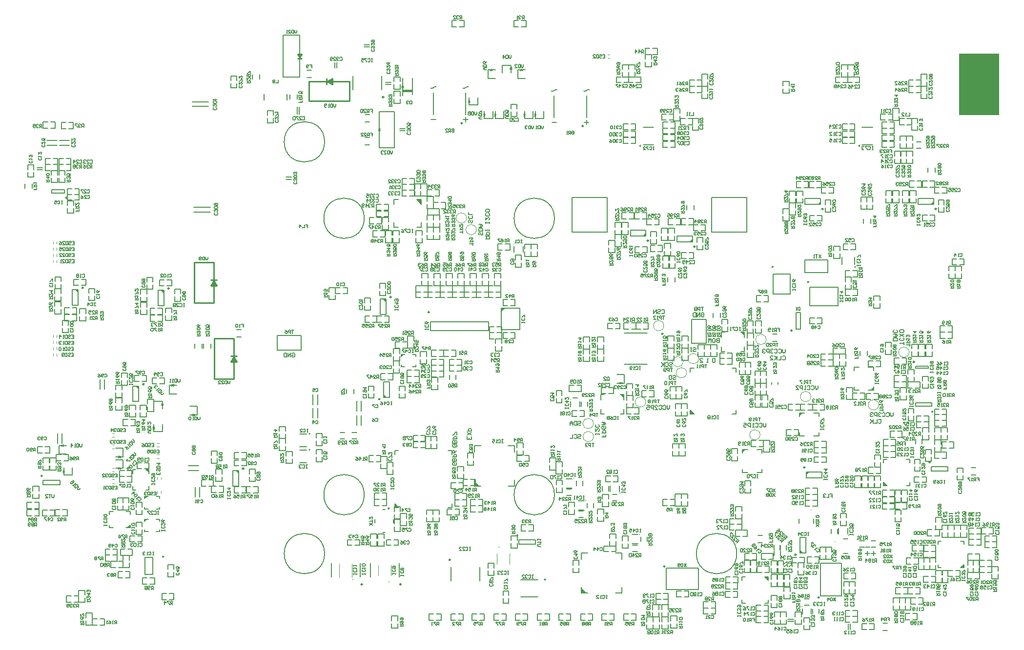
<source format=gbo>
G04*
G04 #@! TF.GenerationSoftware,Altium Limited,Altium Designer,19.1.6 (110)*
G04*
G04 Layer_Color=32896*
%FSLAX44Y44*%
%MOMM*%
G71*
G01*
G75*
%ADD10C,0.2500*%
%ADD11C,0.2000*%
%ADD12C,0.3000*%
%ADD13C,0.1000*%
%ADD16C,0.1270*%
%ADD17C,0.2540*%
%ADD18C,0.1500*%
G36*
X100080Y595170D02*
X94470Y600780D01*
X100080D01*
Y595170D01*
D02*
G37*
G36*
X248830Y599780D02*
Y594170D01*
X243220Y599780D01*
X248830Y599780D01*
D02*
G37*
G36*
X205210Y427920D02*
X199600Y433530D01*
X205210D01*
X205210Y427920D01*
D02*
G37*
G36*
X223000Y283750D02*
X218000Y288750D01*
X223000D01*
Y283750D01*
D02*
G37*
G36*
X378330Y281290D02*
X372720Y286900D01*
X378330D01*
Y281290D01*
D02*
G37*
G36*
X218500Y241250D02*
X215500Y238250D01*
Y241500D01*
X218250D01*
X218500Y241250D01*
D02*
G37*
G36*
Y202000D02*
X215500Y199000D01*
Y202250D01*
X218250D01*
X218500Y202000D01*
D02*
G37*
G36*
X190229Y187250D02*
X185229D01*
X190229Y192250D01*
Y187250D01*
D02*
G37*
G36*
X655750Y222500D02*
X649250D01*
Y229000D01*
X655750Y222500D01*
D02*
G37*
G36*
X630170Y413970D02*
X635780D01*
X630170Y419580D01*
X630170Y413970D01*
D02*
G37*
G36*
X787250Y268750D02*
X796250Y259750D01*
X787250Y259750D01*
Y268750D01*
D02*
G37*
G36*
X660478Y485000D02*
Y488250D01*
X663228D01*
X663478Y488000D01*
X660478Y485000D01*
D02*
G37*
G36*
X839250Y569000D02*
X834000Y569000D01*
X834000Y563750D01*
X839250Y569000D01*
D02*
G37*
G36*
X634080Y584780D02*
X628470D01*
X634080Y579170D01*
Y584780D01*
D02*
G37*
G36*
X695500Y749250D02*
X687500Y757250D01*
X695500D01*
Y749250D01*
D02*
G37*
G36*
X1168251Y384499D02*
X1161250Y384500D01*
X1161251Y391499D01*
X1168251Y384499D01*
D02*
G37*
G36*
X1351000Y380750D02*
X1351000Y386500D01*
X1356750Y386500D01*
X1351000Y380750D01*
D02*
G37*
G36*
X1252250Y317750D02*
X1252250Y323500D01*
X1258000Y323500D01*
X1252250Y317750D01*
D02*
G37*
G36*
X1362970Y278720D02*
Y284330D01*
X1368580Y284330D01*
X1362970Y278720D01*
D02*
G37*
G36*
X1503000Y260500D02*
X1497000D01*
Y266500D01*
X1503000Y260500D01*
D02*
G37*
G36*
X1357780Y143970D02*
X1352170Y143970D01*
X1352170Y149580D01*
X1357780Y143970D01*
D02*
G37*
G36*
X1636250Y118000D02*
X1631250D01*
X1636250Y123000D01*
Y118000D01*
D02*
G37*
G36*
X1297143Y96243D02*
X1291143Y102243D01*
X1297143D01*
Y96243D01*
D02*
G37*
G36*
X982000Y73750D02*
X973000Y73750D01*
Y82750D01*
X982000Y73750D01*
D02*
G37*
G36*
X1041000Y418500D02*
X1046750Y412750D01*
X1046750Y418500D01*
X1041000Y418500D01*
D02*
G37*
G36*
X1250000Y527000D02*
X1255750Y521250D01*
X1255750Y527000D01*
X1250000Y527000D01*
D02*
G37*
G36*
X1085030Y693920D02*
X1085030Y699530D01*
X1079420Y693920D01*
X1085030Y693920D01*
D02*
G37*
G36*
X1165800Y683520D02*
X1165800Y689130D01*
X1160190Y683520D01*
X1165800D01*
D02*
G37*
G36*
X1480000Y431750D02*
X1474250Y426000D01*
X1480000Y426000D01*
X1480000Y431750D01*
D02*
G37*
G36*
X1387900Y748645D02*
X1387900Y754255D01*
X1382290Y748645D01*
X1387900D01*
D02*
G37*
G36*
X1584280Y748920D02*
X1584280Y754530D01*
X1578670Y748920D01*
X1584280D01*
D02*
G37*
G36*
X1627928Y903745D02*
X1697500Y903745D01*
X1697500Y1010255D01*
X1627928D01*
Y903745D01*
D02*
G37*
D10*
X1114500Y524250D02*
G03*
X1114500Y524250I-1250J0D01*
G01*
X1117750Y120250D02*
G03*
X1117750Y120250I-1000J0D01*
G01*
X248267Y137250D02*
G03*
X248267Y137250I-767J0D01*
G01*
X745700Y131750D02*
G03*
X745700Y131750I-1250J0D01*
G01*
X593050Y89250D02*
G03*
X593050Y89250I-1250J0D01*
G01*
X660550D02*
G03*
X660550Y89250I-1250J0D01*
G01*
X1550737Y475494D02*
G03*
X1550737Y475494I-1250J0D01*
G01*
X1385500Y66500D02*
G03*
X1385500Y66500I-1000J0D01*
G01*
X709379Y561771D02*
G03*
X709379Y561771I-1250J0D01*
G01*
X630300Y935250D02*
G03*
X630300Y935250I-1250J0D01*
G01*
D11*
X910750Y97500D02*
G03*
X910750Y97500I-1000J0D01*
G01*
X830059Y153500D02*
G03*
X830059Y153500I-559J0D01*
G01*
X527500Y857500D02*
G03*
X527500Y857500I-35000J0D01*
G01*
Y142500D02*
G03*
X527500Y142500I-35000J0D01*
G01*
X1242500D02*
G03*
X1242500Y142500I-35000J0D01*
G01*
X576604Y97250D02*
G03*
X576604Y97250I-353J0D01*
G01*
X639809Y93750D02*
G03*
X639809Y93750I-559J0D01*
G01*
X930521Y947720D02*
G03*
X925750Y946500I-1357J-4634D01*
G01*
X920979Y945281D02*
G03*
X925750Y946500I1357J4634D01*
G01*
X977100Y945573D02*
G03*
X981871Y946793I1357J4634D01*
G01*
X986643Y948012D02*
G03*
X981871Y946793I-1357J-4634D01*
G01*
X1448707Y640152D02*
G03*
X1448707Y640152I-707J0D01*
G01*
X777143Y953012D02*
G03*
X772371Y951793I-1357J-4634D01*
G01*
X767600Y950573D02*
G03*
X772371Y951793I1357J4634D01*
G01*
X711479Y950280D02*
G03*
X716250Y951500I1357J4634D01*
G01*
X721021Y952720D02*
G03*
X716250Y951500I-1357J-4634D01*
G01*
X501955Y322750D02*
G03*
X501955Y322750I-707J0D01*
G01*
X501955Y350653D02*
G03*
X501955Y350653I-707J0D01*
G01*
X926250Y724750D02*
G03*
X926250Y724750I-35000J0D01*
G01*
X926250Y244750D02*
G03*
X926250Y244750I-35000J0D01*
G01*
X596250Y244750D02*
G03*
X596250Y244750I-35000J0D01*
G01*
X596250Y724750D02*
G03*
X596250Y724750I-35000J0D01*
G01*
X857250Y318750D02*
X857250Y329750D01*
X846250D02*
X857250D01*
X787250D02*
X787250Y318750D01*
X787250Y329750D02*
X798250D01*
X857250Y270750D02*
X857250Y259750D01*
X846250D02*
X857250D01*
X787250D02*
X798250D01*
X787250D02*
X787250Y270750D01*
X1047250Y471250D02*
X1087250D01*
X1047250Y525250D02*
X1087250D01*
X1234250Y384500D02*
X1241250D01*
Y391500D01*
X1161251Y391499D02*
X1168250Y384500D01*
X1234250Y464500D02*
X1241250D01*
Y457500D02*
Y464500D01*
X1161250Y457500D02*
Y464500D01*
X1168250D01*
X1161250Y384500D02*
X1168250D01*
X1161250D02*
Y391500D01*
X973000Y73750D02*
X973000Y84750D01*
X973000Y73750D02*
X984000D01*
X1032000D02*
X1043000D01*
X1043000Y84750D02*
X1043000Y73750D01*
X973000Y143750D02*
X984000D01*
X973000D02*
X973000Y132750D01*
X1032000Y143750D02*
X1043000D01*
X1043000Y132750D02*
X1043000Y143750D01*
X1297143Y56244D02*
Y62243D01*
X1291143Y56244D02*
X1297143D01*
X1251143D02*
Y62243D01*
Y56244D02*
X1257143D01*
X1251143Y96243D02*
Y102243D01*
X1257143D01*
X1291143D02*
X1297143Y96243D01*
X1291143Y102243D02*
X1297143D01*
Y96243D02*
Y102243D01*
X229233Y106250D02*
Y136250D01*
X215767Y106250D02*
X229233D01*
X215767D02*
Y136250D01*
X229233D01*
X1305500Y593000D02*
Y628000D01*
Y593000D02*
X1335500D01*
Y628000D01*
X1305500D02*
X1335500D01*
X747000Y95250D02*
Y119250D01*
X797000Y95250D02*
Y119250D01*
X649250Y229000D02*
X655750Y222500D01*
X649250D02*
Y229000D01*
Y222500D02*
X655750D01*
X741750Y222500D02*
X748250D01*
Y229000D01*
Y315000D02*
Y321500D01*
X741750D02*
X748250D01*
X649250Y315000D02*
Y321500D01*
X655750D01*
X539250Y101750D02*
Y125750D01*
X589250Y101750D02*
Y125750D01*
X606750Y101750D02*
Y125750D01*
X656750Y101750D02*
Y125750D01*
X1497000Y300500D02*
Y306500D01*
X1503000D01*
X1543000Y300500D02*
Y306500D01*
X1537000D02*
X1543000D01*
Y260500D02*
Y266500D01*
X1537000Y260500D02*
X1543000D01*
X1497000Y266500D02*
X1503000Y260500D01*
X1497000D02*
X1503000D01*
X1497000D02*
Y266500D01*
X1580737Y404494D02*
X1580737Y398494D01*
X1552737Y398494D02*
Y404494D01*
Y398494D02*
X1580737Y398494D01*
X1552737Y404494D02*
X1580737D01*
X1631000Y118000D02*
X1636250D01*
Y123250D01*
X1631000Y164000D02*
X1636250D01*
Y158750D02*
Y164000D01*
X1591750D02*
X1597000D01*
X1591750Y158750D02*
Y164000D01*
Y118000D02*
X1597000D01*
X1591750D02*
Y123250D01*
X1631125Y118125D02*
X1636250Y123250D01*
X1552487Y467494D02*
X1552487Y464494D01*
X1574487D02*
Y467494D01*
X1552487Y467494D02*
X1574487Y467494D01*
X1552487Y464494D02*
X1574487D01*
X455250Y969750D02*
X484250Y969750D01*
X455250Y969750D02*
Y1042750D01*
X484250Y969750D02*
Y1042750D01*
X455250Y1042750D02*
X484250Y1042750D01*
X921750Y891500D02*
X929828D01*
X981750Y895500D02*
X981750Y887422D01*
X981750Y937500D02*
X981750Y918500D01*
X977750Y891500D02*
X985828D01*
X981750Y899500D02*
X981750Y918500D01*
X925750D02*
X925750Y899500D01*
X925750Y918500D02*
X925750Y937500D01*
X811579Y529271D02*
Y545271D01*
X711579Y529271D02*
Y545271D01*
Y529271D02*
X811579D01*
X711579Y545271D02*
X811579D01*
X1369250Y605000D02*
X1418250D01*
Y573000D02*
Y605000D01*
X1369250Y573000D02*
X1418250D01*
X1369250D02*
Y605000D01*
X1164250Y507250D02*
Y548750D01*
X1189750D01*
Y507250D02*
Y548750D01*
X1164250Y507250D02*
X1189750D01*
X576500Y971750D02*
X576500Y947750D01*
X626500D02*
Y971750D01*
X487000Y495500D02*
Y521000D01*
X445500D02*
X487000D01*
X445500Y495500D02*
Y521000D01*
Y495500D02*
X487000D01*
X716250Y923500D02*
X716250Y942500D01*
X716250Y923500D02*
X716250Y904500D01*
X772250D02*
X772250Y923500D01*
X768250Y896500D02*
X776329D01*
X772250Y942500D02*
X772250Y923500D01*
X772250Y900500D02*
X772250Y892421D01*
X712250Y896500D02*
X720329D01*
X1521248Y512000D02*
X1514250D01*
Y515499D01*
X1515416Y516665D01*
X1520081D01*
X1521248Y515499D01*
Y512000D01*
X1514250Y518998D02*
X1518915D01*
X1521248Y521330D01*
X1518915Y523663D01*
X1514250D01*
X1517749D01*
Y518998D01*
X1520081Y530661D02*
X1521248Y529494D01*
Y527162D01*
X1520081Y525995D01*
X1515416D01*
X1514250Y527162D01*
Y529494D01*
X1515416Y530661D01*
X1532248Y505500D02*
Y510165D01*
Y507833D01*
X1525250D01*
X1531082Y517163D02*
X1532248Y515997D01*
Y513664D01*
X1531082Y512498D01*
X1526416D01*
X1525250Y513664D01*
Y515997D01*
X1526416Y517163D01*
X1532248Y519496D02*
X1525250Y524161D01*
X1532248D02*
X1525250Y519496D01*
X1532248Y529992D02*
Y527659D01*
X1531082Y526493D01*
X1526416D01*
X1525250Y527659D01*
Y529992D01*
X1526416Y531158D01*
X1531082D01*
X1532248Y529992D01*
X755582Y332165D02*
X756748Y330999D01*
Y328666D01*
X755582Y327500D01*
X750916D01*
X749750Y328666D01*
Y330999D01*
X750916Y332165D01*
X753249D01*
Y329833D01*
X756748Y334498D02*
X749750D01*
Y337997D01*
X750916Y339163D01*
X752083D01*
X753249Y337997D01*
Y334498D01*
Y337997D01*
X754415Y339163D01*
X755582D01*
X756748Y337997D01*
Y334498D01*
X749750Y341496D02*
X756748D01*
Y344994D01*
X755582Y346161D01*
X753249D01*
X752083Y344994D01*
Y341496D01*
X756748Y348493D02*
Y353158D01*
X755582D01*
X750916Y348493D01*
X749750D01*
X755331Y300665D02*
X756498Y299499D01*
Y297166D01*
X755331Y296000D01*
X750666D01*
X749500Y297166D01*
Y299499D01*
X750666Y300665D01*
X752999D01*
Y298333D01*
X756498Y302998D02*
X749500D01*
Y306497D01*
X750666Y307663D01*
X751833D01*
X752999Y306497D01*
Y302998D01*
Y306497D01*
X754165Y307663D01*
X755331D01*
X756498Y306497D01*
Y302998D01*
X749500Y309995D02*
X756498D01*
Y313494D01*
X755331Y314661D01*
X752999D01*
X751833Y313494D01*
Y309995D01*
X756498Y321658D02*
X755331Y319326D01*
X752999Y316993D01*
X750666D01*
X749500Y318160D01*
Y320492D01*
X750666Y321658D01*
X751833D01*
X752999Y320492D01*
Y316993D01*
X781998Y345915D02*
Y341250D01*
X775000D01*
Y345915D01*
X778499Y341250D02*
Y343583D01*
X781998Y348248D02*
X775000Y352913D01*
X781998D02*
X775000Y348248D01*
Y355246D02*
X781998D01*
Y358744D01*
X780832Y359911D01*
X778499D01*
X777333Y358744D01*
Y355246D01*
X1003998Y349000D02*
Y351333D01*
Y350166D01*
X997000D01*
Y349000D01*
Y351333D01*
Y359497D02*
Y354831D01*
X1001665Y359497D01*
X1002831D01*
X1003998Y358330D01*
Y355998D01*
X1002831Y354831D01*
Y366494D02*
X1003998Y365328D01*
Y362995D01*
X1002831Y361829D01*
X998166D01*
X997000Y362995D01*
Y365328D01*
X998166Y366494D01*
X1014998Y349665D02*
Y345000D01*
X1011499D01*
Y347333D01*
Y345000D01*
X1008000D01*
Y351998D02*
X1014998D01*
Y355497D01*
X1013831Y356663D01*
X1011499D01*
X1010333Y355497D01*
Y351998D01*
X1013831Y363661D02*
X1014998Y362494D01*
Y360162D01*
X1013831Y358996D01*
X1009166D01*
X1008000Y360162D01*
Y362494D01*
X1009166Y363661D01*
X1011499D01*
Y361328D01*
X1008000Y365993D02*
X1012665D01*
X1014998Y368326D01*
X1012665Y370658D01*
X1008000D01*
X1011499D01*
Y365993D01*
X967335Y348081D02*
X968501Y349248D01*
X970834D01*
X972000Y348081D01*
Y346915D01*
X970834Y345749D01*
X968501D01*
X967335Y344583D01*
Y343416D01*
X968501Y342250D01*
X970834D01*
X972000Y343416D01*
X960337Y348081D02*
X961503Y349248D01*
X963836D01*
X965002Y348081D01*
Y343416D01*
X963836Y342250D01*
X961503D01*
X960337Y343416D01*
X958005Y349248D02*
Y342250D01*
X953339D01*
X967335Y371082D02*
X968501Y372248D01*
X970834D01*
X972000Y371082D01*
Y369915D01*
X970834Y368749D01*
X968501D01*
X967335Y367583D01*
Y366416D01*
X968501Y365250D01*
X970834D01*
X972000Y366416D01*
X965002Y372248D02*
Y365250D01*
X961503D01*
X960337Y366416D01*
Y371082D01*
X961503Y372248D01*
X965002D01*
X958005Y365250D02*
Y369915D01*
X955672Y372248D01*
X953339Y369915D01*
Y365250D01*
Y368749D01*
X958005D01*
X806500Y689000D02*
X813498D01*
Y692499D01*
X812331Y693665D01*
X809999D01*
X808833Y692499D01*
Y689000D01*
Y691333D02*
X806500Y693665D01*
Y695998D02*
X813498D01*
Y699497D01*
X812331Y700663D01*
X809999D01*
X808833Y699497D01*
Y695998D01*
X813498Y702996D02*
Y705328D01*
Y704162D01*
X806500D01*
Y702996D01*
Y705328D01*
X813498Y715825D02*
Y718157D01*
Y716991D01*
X806500D01*
Y715825D01*
Y718157D01*
Y726321D02*
Y721656D01*
X811165Y726321D01*
X812331D01*
X813498Y725155D01*
Y722822D01*
X812331Y721656D01*
Y733319D02*
X813498Y732153D01*
Y729820D01*
X812331Y728654D01*
X807666D01*
X806500Y729820D01*
Y732153D01*
X807666Y733319D01*
X812331Y735652D02*
X813498Y736818D01*
Y739150D01*
X812331Y740317D01*
X807666D01*
X806500Y739150D01*
Y736818D01*
X807666Y735652D01*
X812331D01*
X800582Y700165D02*
X801748Y698999D01*
Y696666D01*
X800582Y695500D01*
X799415D01*
X798249Y696666D01*
Y698999D01*
X797083Y700165D01*
X795916D01*
X794750Y698999D01*
Y696666D01*
X795916Y695500D01*
X801748Y702498D02*
X794750D01*
Y705997D01*
X795916Y707163D01*
X800582D01*
X801748Y705997D01*
Y702498D01*
X794750Y709495D02*
X799415D01*
X801748Y711828D01*
X799415Y714161D01*
X794750D01*
X798249D01*
Y709495D01*
X783082Y721665D02*
X784248Y720499D01*
Y718166D01*
X783082Y717000D01*
X781915D01*
X780749Y718166D01*
Y720499D01*
X779583Y721665D01*
X778416D01*
X777250Y720499D01*
Y718166D01*
X778416Y717000D01*
X783082Y728663D02*
X784248Y727497D01*
Y725164D01*
X783082Y723998D01*
X778416D01*
X777250Y725164D01*
Y727497D01*
X778416Y728663D01*
X784248Y730995D02*
X777250D01*
Y735661D01*
X1178585Y474500D02*
X1183250D01*
X1178585Y479165D01*
Y480331D01*
X1179751Y481498D01*
X1182084D01*
X1183250Y480331D01*
X1193000Y474500D02*
X1190667D01*
X1191834D01*
Y481498D01*
X1193000Y480331D01*
X1205250D02*
X1204084Y481498D01*
X1201751D01*
X1200585Y480331D01*
Y475666D01*
X1201751Y474500D01*
X1204084D01*
X1205250Y475666D01*
Y480331D01*
X1212250Y515998D02*
Y509000D01*
X1208751D01*
X1207585Y510166D01*
Y511333D01*
X1208751Y512499D01*
X1212250D01*
X1208751D01*
X1207585Y513665D01*
Y514832D01*
X1208751Y515998D01*
X1212250D01*
X1201753D02*
X1204086D01*
X1205252Y514832D01*
Y510166D01*
X1204086Y509000D01*
X1201753D01*
X1200587Y510166D01*
Y514832D01*
X1201753Y515998D01*
X1198254Y509000D02*
Y515998D01*
X1195922Y513665D01*
X1193589Y515998D01*
Y509000D01*
X1125835Y473082D02*
X1127001Y474248D01*
X1129334D01*
X1130500Y473082D01*
Y471915D01*
X1129334Y470749D01*
X1127001D01*
X1125835Y469583D01*
Y468416D01*
X1127001Y467250D01*
X1129334D01*
X1130500Y468416D01*
X1118837Y473082D02*
X1120003Y474248D01*
X1122336D01*
X1123502Y473082D01*
Y468416D01*
X1122336Y467250D01*
X1120003D01*
X1118837Y468416D01*
X1116505Y474248D02*
Y467250D01*
Y469583D01*
X1111839Y474248D01*
X1115338Y470749D01*
X1111839Y467250D01*
X1112335Y564832D02*
X1113501Y565998D01*
X1115834D01*
X1117000Y564832D01*
Y560166D01*
X1115834Y559000D01*
X1113501D01*
X1112335Y560166D01*
X1105337Y564832D02*
X1106503Y565998D01*
X1108836D01*
X1110002Y564832D01*
Y563665D01*
X1108836Y562499D01*
X1106503D01*
X1105337Y561333D01*
Y560166D01*
X1106503Y559000D01*
X1108836D01*
X1110002Y560166D01*
X1103005Y559000D02*
Y565998D01*
X1098339Y559000D01*
Y565998D01*
X1132085Y450582D02*
X1133251Y451748D01*
X1135584D01*
X1136750Y450582D01*
Y449415D01*
X1135584Y448249D01*
X1133251D01*
X1132085Y447083D01*
Y445916D01*
X1133251Y444750D01*
X1135584D01*
X1136750Y445916D01*
X1126253Y451748D02*
X1128586D01*
X1129752Y450582D01*
Y445916D01*
X1128586Y444750D01*
X1126253D01*
X1125087Y445916D01*
Y450582D01*
X1126253Y451748D01*
X1166835Y499081D02*
X1168001Y500248D01*
X1170334D01*
X1171500Y499081D01*
Y497915D01*
X1170334Y496749D01*
X1168001D01*
X1166835Y495583D01*
Y494416D01*
X1168001Y493250D01*
X1170334D01*
X1171500Y494416D01*
X1164502Y500248D02*
X1162170D01*
X1163336D01*
Y493250D01*
X1164502D01*
X1162170D01*
X1383500Y434248D02*
Y429582D01*
X1381167Y427250D01*
X1378835Y429582D01*
Y434248D01*
X1371837Y433081D02*
X1373003Y434248D01*
X1375336D01*
X1376502Y433081D01*
Y428416D01*
X1375336Y427250D01*
X1373003D01*
X1371837Y428416D01*
X1364839Y433081D02*
X1366006Y434248D01*
X1368338D01*
X1369504Y433081D01*
Y428416D01*
X1368338Y427250D01*
X1366006D01*
X1364839Y428416D01*
X1362507Y427250D02*
X1360174D01*
X1361340D01*
Y434248D01*
X1362507Y433081D01*
X1356675Y427250D02*
Y434248D01*
X1353176D01*
X1352010Y433081D01*
Y430749D01*
X1353176Y429582D01*
X1356675D01*
X1345012Y427250D02*
X1349677D01*
X1345012Y431915D01*
Y433081D01*
X1346179Y434248D01*
X1348511D01*
X1349677Y433081D01*
X1321835Y484581D02*
X1323001Y485748D01*
X1325334D01*
X1326500Y484581D01*
Y479916D01*
X1325334Y478750D01*
X1323001D01*
X1321835Y479916D01*
X1319502Y485748D02*
Y478750D01*
X1314837D01*
X1312504Y485748D02*
Y478750D01*
Y481083D01*
X1307839Y485748D01*
X1311338Y482249D01*
X1307839Y478750D01*
X1300842D02*
X1305507D01*
X1300842Y483415D01*
Y484581D01*
X1302008Y485748D01*
X1304340D01*
X1305507Y484581D01*
X1326750Y497498D02*
Y492832D01*
X1324417Y490500D01*
X1322085Y492832D01*
Y497498D01*
X1315087Y496331D02*
X1316253Y497498D01*
X1318586D01*
X1319752Y496331D01*
Y491666D01*
X1318586Y490500D01*
X1316253D01*
X1315087Y491666D01*
X1308089Y496331D02*
X1309256Y497498D01*
X1311588D01*
X1312755Y496331D01*
Y491666D01*
X1311588Y490500D01*
X1309256D01*
X1308089Y491666D01*
X1305757Y496331D02*
X1304590Y497498D01*
X1302258D01*
X1301092Y496331D01*
Y495165D01*
X1302258Y493999D01*
X1303424D01*
X1302258D01*
X1301092Y492832D01*
Y491666D01*
X1302258Y490500D01*
X1304590D01*
X1305757Y491666D01*
X1298759Y490500D02*
Y497498D01*
X1295260D01*
X1294094Y496331D01*
Y493999D01*
X1295260Y492832D01*
X1298759D01*
X1291761Y496331D02*
X1290595Y497498D01*
X1288262D01*
X1287096Y496331D01*
Y495165D01*
X1288262Y493999D01*
X1289429D01*
X1288262D01*
X1287096Y492832D01*
Y491666D01*
X1288262Y490500D01*
X1290595D01*
X1291761Y491666D01*
X1126250Y399748D02*
Y395083D01*
X1123917Y392750D01*
X1121585Y395083D01*
Y399748D01*
X1114587Y398581D02*
X1115753Y399748D01*
X1118086D01*
X1119252Y398581D01*
Y393916D01*
X1118086Y392750D01*
X1115753D01*
X1114587Y393916D01*
X1107589Y398581D02*
X1108756Y399748D01*
X1111088D01*
X1112254Y398581D01*
Y393916D01*
X1111088Y392750D01*
X1108756D01*
X1107589Y393916D01*
X1100592Y392750D02*
X1105257D01*
X1100592Y397415D01*
Y398581D01*
X1101758Y399748D01*
X1104090D01*
X1105257Y398581D01*
X1098259Y392750D02*
Y399748D01*
X1094760D01*
X1093594Y398581D01*
Y396249D01*
X1094760Y395083D01*
X1098259D01*
X1086596Y399748D02*
X1091261D01*
Y396249D01*
X1088929Y397415D01*
X1087762D01*
X1086596Y396249D01*
Y393916D01*
X1087762Y392750D01*
X1090095D01*
X1091261Y393916D01*
X470835Y489832D02*
X472001Y490998D01*
X474334D01*
X475500Y489832D01*
Y485166D01*
X474334Y484000D01*
X472001D01*
X470835Y485166D01*
Y487499D01*
X473167D01*
X468502Y484000D02*
Y490998D01*
X463837Y484000D01*
Y490998D01*
X461505D02*
Y484000D01*
X458006D01*
X456839Y485166D01*
Y489832D01*
X458006Y490998D01*
X461505D01*
X1180835Y559581D02*
X1182001Y560748D01*
X1184334D01*
X1185500Y559581D01*
Y554916D01*
X1184334Y553750D01*
X1182001D01*
X1180835Y554916D01*
Y557249D01*
X1183167D01*
X1178502Y553750D02*
Y560748D01*
X1173837Y553750D01*
Y560748D01*
X1171505D02*
Y553750D01*
X1168006D01*
X1166839Y554916D01*
Y559581D01*
X1168006Y560748D01*
X1171505D01*
X1293250Y368748D02*
Y364082D01*
X1290917Y361750D01*
X1288585Y364082D01*
Y368748D01*
X1281587Y367581D02*
X1282753Y368748D01*
X1285086D01*
X1286252Y367581D01*
Y362916D01*
X1285086Y361750D01*
X1282753D01*
X1281587Y362916D01*
X1274589Y367581D02*
X1275756Y368748D01*
X1278088D01*
X1279255Y367581D01*
Y362916D01*
X1278088Y361750D01*
X1275756D01*
X1274589Y362916D01*
X1272257Y361750D02*
X1269924D01*
X1271090D01*
Y368748D01*
X1272257Y367581D01*
X1266425Y361750D02*
Y368748D01*
X1262926D01*
X1261760Y367581D01*
Y365249D01*
X1262926Y364082D01*
X1266425D01*
X1254762Y368748D02*
X1259427D01*
Y365249D01*
X1257095Y366415D01*
X1255929D01*
X1254762Y365249D01*
Y362916D01*
X1255929Y361750D01*
X1258261D01*
X1259427Y362916D01*
X1513750Y387248D02*
Y382583D01*
X1511417Y380250D01*
X1509085Y382583D01*
Y387248D01*
X1502087Y386081D02*
X1503253Y387248D01*
X1505586D01*
X1506752Y386081D01*
Y381416D01*
X1505586Y380250D01*
X1503253D01*
X1502087Y381416D01*
X1495089Y386081D02*
X1496256Y387248D01*
X1498588D01*
X1499754Y386081D01*
Y381416D01*
X1498588Y380250D01*
X1496256D01*
X1495089Y381416D01*
X1492757Y386081D02*
X1491591Y387248D01*
X1489258D01*
X1488092Y386081D01*
Y384915D01*
X1489258Y383749D01*
X1490424D01*
X1489258D01*
X1488092Y382583D01*
Y381416D01*
X1489258Y380250D01*
X1491591D01*
X1492757Y381416D01*
X1485759Y380250D02*
Y387248D01*
X1482260D01*
X1481094Y386081D01*
Y383749D01*
X1482260Y382583D01*
X1485759D01*
X1478761Y386081D02*
X1477595Y387248D01*
X1475262D01*
X1474096Y386081D01*
Y384915D01*
X1475262Y383749D01*
X1476429D01*
X1475262D01*
X1474096Y382583D01*
Y381416D01*
X1475262Y380250D01*
X1477595D01*
X1478761Y381416D01*
X1488085Y374831D02*
X1489251Y375998D01*
X1491584D01*
X1492750Y374831D01*
Y370166D01*
X1491584Y369000D01*
X1489251D01*
X1488085Y370166D01*
X1485752Y375998D02*
Y369000D01*
X1481087D01*
X1478754Y375998D02*
Y369000D01*
Y371333D01*
X1474089Y375998D01*
X1477588Y372499D01*
X1474089Y369000D01*
D12*
X1075000Y850500D02*
G03*
X1075000Y850500I-250J0D01*
G01*
X1455000D02*
G03*
X1455000Y850500I-250J0D01*
G01*
X1581841Y388994D02*
G03*
X1581841Y388994I-354J0D01*
G01*
D13*
X1541514Y492250D02*
G03*
X1541514Y492250I-9014J0D01*
G01*
X993764Y368500D02*
G03*
X993764Y368500I-9014J0D01*
G01*
X994014Y345750D02*
G03*
X994014Y345750I-9014J0D01*
G01*
X773764Y725250D02*
G03*
X773764Y725250I-9014J0D01*
G01*
X790764Y704993D02*
G03*
X790764Y704993I-9014J0D01*
G01*
X1149264Y475750D02*
G03*
X1149264Y475750I-9014J0D01*
G01*
X1116014Y538250D02*
G03*
X1116014Y538250I-9014J0D01*
G01*
X1176264Y481000D02*
G03*
X1176264Y481000I-9014J0D01*
G01*
X1155514Y456500D02*
G03*
X1155514Y456500I-9014J0D01*
G01*
X1084514Y405750D02*
G03*
X1084514Y405750I-9014J0D01*
G01*
X1293514Y514250D02*
G03*
X1293514Y514250I-9014J0D01*
G01*
X1371053Y415250D02*
G03*
X1371053Y415250I-9014J0D01*
G01*
X1488764Y400750D02*
G03*
X1488764Y400750I-9014J0D01*
G01*
X1283014Y348750D02*
G03*
X1283014Y348750I-9014J0D01*
G01*
X56483Y485966D02*
Y489967D01*
X62983Y485966D02*
Y489967D01*
Y496717D02*
Y500717D01*
X56483Y496717D02*
Y500717D01*
X56500Y507250D02*
Y511250D01*
X63000Y507250D02*
Y511250D01*
Y518000D02*
Y522000D01*
X56500Y518000D02*
Y522000D01*
X56483Y651966D02*
X56483Y647966D01*
X62983D02*
X62983Y651966D01*
Y658716D02*
Y662716D01*
X56483Y658716D02*
Y662716D01*
X63000Y684000D02*
X63000Y680000D01*
X56500D02*
X56500Y684000D01*
X56500Y669250D02*
Y673250D01*
X63000Y669250D02*
Y673250D01*
X1018250Y1009250D02*
X1022250D01*
X1018250Y1002750D02*
X1022250D01*
X237500Y271250D02*
Y275250D01*
X244000Y271250D02*
Y275250D01*
X159000Y351250D02*
X163000D01*
X159000Y344750D02*
X163000D01*
X159000Y331250D02*
X163000D01*
X159000Y324750D02*
X163000D01*
X159000Y291250D02*
X163000D01*
X159000Y284750D02*
X163000D01*
X159000Y271250D02*
X163000D01*
X159000Y264750D02*
X163000D01*
X236500Y334250D02*
X240500D01*
X236500Y327750D02*
X240500D01*
X236500Y314250D02*
X240500D01*
X236500Y307750D02*
X240500D01*
X237500Y246750D02*
Y250750D01*
X244000Y246750D02*
Y250750D01*
X826000Y124500D02*
Y142500D01*
X848000Y124500D02*
Y142500D01*
X575250Y125250D02*
X575250Y101250D01*
X553250D02*
Y125250D01*
X642750Y104750D02*
Y122750D01*
X620750Y104750D02*
Y122750D01*
D16*
X1322558Y962683D02*
X1333558D01*
X1322558Y954683D02*
Y962683D01*
Y941683D02*
Y949683D01*
Y941683D02*
X1333558D01*
Y949683D01*
Y954683D02*
Y962683D01*
X1114650Y858360D02*
X1122650D01*
X1127650D02*
X1135650D01*
Y848360D02*
Y858360D01*
X1127650Y848360D02*
X1135650D01*
X1114650D02*
X1122650D01*
X1114650D02*
Y858360D01*
X1127650Y859860D02*
X1135650D01*
X1114650D02*
X1122650D01*
X1114650D02*
Y869860D01*
X1122650D01*
X1127650D02*
X1135650D01*
Y859860D02*
Y869860D01*
X1114650Y881360D02*
X1122650D01*
X1127650D02*
X1135650D01*
Y871360D02*
Y881360D01*
X1127650Y871360D02*
X1135650D01*
X1114650D02*
X1122650D01*
X1114650D02*
Y881360D01*
X1065750Y983250D02*
Y991250D01*
Y970250D02*
Y978250D01*
X1054750Y970250D02*
X1065750D01*
X1054750D02*
Y978250D01*
Y983250D02*
Y991250D01*
X1065750D01*
X1054750Y983250D02*
Y991250D01*
Y970250D02*
Y978250D01*
X1043750Y970250D02*
X1054750D01*
X1043750D02*
Y978250D01*
Y983250D02*
Y991250D01*
X1054750D01*
X1046750Y960250D02*
X1054750D01*
X1033750D02*
X1041750D01*
X1033750D02*
Y970250D01*
X1041750D01*
X1046750D02*
X1054750D01*
Y960250D02*
Y970250D01*
X1054750D02*
X1062750D01*
X1067750D02*
X1075750D01*
Y960250D02*
Y970250D01*
X1067750Y960250D02*
X1075750D01*
X1054750D02*
X1062750D01*
X1054750D02*
Y970250D01*
X1434750Y983250D02*
Y991250D01*
Y970250D02*
Y978250D01*
X1423750Y970250D02*
X1434750D01*
X1423750D02*
Y978250D01*
Y983250D02*
Y991250D01*
X1434750D01*
X1445750Y983250D02*
Y991250D01*
Y970250D02*
Y978250D01*
X1434750Y970250D02*
X1445750D01*
X1434750D02*
Y978250D01*
Y983250D02*
Y991250D01*
X1445750D01*
X1426750Y960250D02*
X1434750D01*
X1413750D02*
X1421750D01*
X1413750D02*
Y970250D01*
X1421750D01*
X1426750D02*
X1434750D01*
Y960250D02*
Y970250D01*
X1434750D02*
X1442750D01*
X1447750D02*
X1455750D01*
Y960250D02*
Y970250D01*
X1447750Y960250D02*
X1455750D01*
X1434750D02*
X1442750D01*
X1434750D02*
Y970250D01*
X1540933Y964750D02*
X1548933D01*
X1553933D02*
X1561933D01*
Y953750D02*
Y964750D01*
X1553933Y953750D02*
X1561933D01*
X1540933D02*
X1548933D01*
X1540933D02*
Y964750D01*
Y953750D02*
X1548933D01*
X1553933D02*
X1561933D01*
Y942750D02*
Y953750D01*
X1553933Y942750D02*
X1561933D01*
X1540933D02*
X1548933D01*
X1540933D02*
Y953750D01*
X1561933Y953750D02*
X1571933D01*
X1561933Y945750D02*
Y953750D01*
Y932750D02*
Y940750D01*
Y932750D02*
X1571933D01*
Y940750D01*
Y945750D02*
Y953750D01*
X1561933Y953750D02*
X1571933D01*
Y961750D01*
Y966750D02*
Y974750D01*
X1561933D02*
X1571933D01*
X1561933Y966750D02*
Y974750D01*
Y953750D02*
Y961750D01*
X1160933Y964750D02*
X1168933D01*
X1173933D02*
X1181933D01*
Y953750D02*
Y964750D01*
X1173933Y953750D02*
X1181933D01*
X1160933D02*
X1168933D01*
X1160933D02*
Y964750D01*
X1181933Y953750D02*
X1191933D01*
Y961750D01*
Y966750D02*
Y974750D01*
X1181933D02*
X1191933D01*
X1181933Y966750D02*
Y974750D01*
Y953750D02*
Y961750D01*
X1160933Y953750D02*
X1168933D01*
X1173933D02*
X1181933D01*
Y942750D02*
Y953750D01*
X1173933Y942750D02*
X1181933D01*
X1160933D02*
X1168933D01*
X1160933D02*
Y953750D01*
X1181933Y953750D02*
X1191933D01*
X1181933Y945750D02*
Y953750D01*
Y932750D02*
Y940750D01*
Y932750D02*
X1191933D01*
Y940750D01*
Y945750D02*
Y953750D01*
X1524928Y887332D02*
Y898332D01*
Y887332D02*
X1532928D01*
X1537928D02*
X1545928D01*
Y898332D01*
X1537928D02*
X1545928D01*
X1524928D02*
X1532928D01*
X1144928Y887332D02*
Y898332D01*
Y887332D02*
X1152928D01*
X1157928D02*
X1165928D01*
Y898332D01*
X1157928D02*
X1165928D01*
X1144928D02*
X1152928D01*
X1507595Y859555D02*
X1515595D01*
X1494595D02*
X1502595D01*
X1494595D02*
Y869555D01*
X1502595D01*
X1507595D02*
X1515595D01*
Y859555D02*
Y869555D01*
X1494650Y881360D02*
X1502650D01*
X1507650D02*
X1515650D01*
Y871360D02*
Y881360D01*
X1507650Y871360D02*
X1515650D01*
X1494650D02*
X1502650D01*
X1494650D02*
Y881360D01*
X1526000Y846500D02*
Y854500D01*
Y859500D02*
Y867500D01*
X1537000D01*
Y859500D02*
Y867500D01*
Y846500D02*
Y854500D01*
X1526000Y846500D02*
X1537000D01*
X1554500Y857500D02*
X1562500D01*
X1554500Y846500D02*
X1562500D01*
X1516750Y820000D02*
Y828000D01*
Y833000D02*
Y841000D01*
X1526750D01*
Y833000D02*
Y841000D01*
Y820000D02*
Y828000D01*
X1516750Y820000D02*
X1526750D01*
X1537000Y833000D02*
Y841000D01*
Y820000D02*
Y828000D01*
X1527000Y820000D02*
X1537000D01*
X1527000D02*
Y828000D01*
Y833000D02*
Y841000D01*
X1537000D01*
X1494650Y858360D02*
X1502650D01*
X1507650D02*
X1515650D01*
Y848360D02*
Y858360D01*
X1507650Y848360D02*
X1515650D01*
X1494650D02*
X1502650D01*
X1494650D02*
Y858360D01*
X1537000Y820000D02*
Y828000D01*
Y833000D02*
Y841000D01*
X1548000D01*
Y833000D02*
Y841000D01*
Y820000D02*
Y828000D01*
X1537000Y820000D02*
X1548000D01*
Y859500D02*
Y867500D01*
Y846500D02*
Y854500D01*
X1537000Y846500D02*
X1548000D01*
X1537000D02*
Y854500D01*
Y859500D02*
Y867500D01*
X1548000D01*
X1513150Y915610D02*
X1524150D01*
X1513150Y907610D02*
Y915610D01*
Y894610D02*
Y902610D01*
Y894610D02*
X1524150D01*
Y902610D01*
Y907610D02*
Y915610D01*
X1133150Y915110D02*
X1144150D01*
X1133150Y907110D02*
Y915110D01*
Y894110D02*
Y902110D01*
Y894110D02*
X1144150D01*
Y902110D01*
Y907110D02*
Y915110D01*
X1515650Y881360D02*
Y892360D01*
X1507650D02*
X1515650D01*
X1494650D02*
X1502650D01*
X1494650Y881360D02*
Y892360D01*
Y881360D02*
X1502650D01*
X1507650D02*
X1515650D01*
X1135650D02*
Y892360D01*
X1127650D02*
X1135650D01*
X1114650D02*
X1122650D01*
X1114650Y881360D02*
Y892360D01*
Y881360D02*
X1122650D01*
X1127650D02*
X1135650D01*
X1425900Y878610D02*
Y888610D01*
Y878610D02*
X1433900D01*
X1438900D02*
X1446900D01*
Y888610D01*
X1438900D02*
X1446900D01*
X1425900D02*
X1433900D01*
X1446900Y854610D02*
Y864610D01*
X1438900D02*
X1446900D01*
X1425900D02*
X1433900D01*
X1425900Y854610D02*
Y864610D01*
Y854610D02*
X1433900D01*
X1438900D02*
X1446900D01*
X1545928Y877332D02*
X1555928D01*
Y885332D01*
Y890332D02*
Y898332D01*
X1545928D02*
X1555928D01*
X1545928Y890332D02*
Y898332D01*
Y877332D02*
Y885332D01*
X1446900Y865860D02*
Y875860D01*
X1438900D02*
X1446900D01*
X1425900D02*
X1433900D01*
X1425900Y865860D02*
Y875860D01*
Y865860D02*
X1433900D01*
X1438900D02*
X1446900D01*
X1492150Y895610D02*
Y905610D01*
Y895610D02*
X1500150D01*
X1505150D02*
X1513150D01*
Y905610D01*
X1505150D02*
X1513150D01*
X1492150D02*
X1500150D01*
X1045900Y878610D02*
Y888610D01*
Y878610D02*
X1053900D01*
X1058900D02*
X1066900D01*
Y888610D01*
X1058900D02*
X1066900D01*
X1045900D02*
X1053900D01*
X1066900Y854610D02*
Y864610D01*
X1058900D02*
X1066900D01*
X1045900D02*
X1053900D01*
X1045900Y854610D02*
Y864610D01*
Y854610D02*
X1053900D01*
X1058900D02*
X1066900D01*
X1165928Y877332D02*
X1175928D01*
Y885332D01*
Y890332D02*
Y898332D01*
X1165928D02*
X1175928D01*
X1165928Y890332D02*
Y898332D01*
Y877332D02*
Y885332D01*
X1066900Y865860D02*
Y875860D01*
X1058900D02*
X1066900D01*
X1045900D02*
X1053900D01*
X1045900Y865860D02*
Y875860D01*
Y865860D02*
X1053900D01*
X1058900D02*
X1066900D01*
X1112150Y895610D02*
Y905610D01*
Y895610D02*
X1120150D01*
X1125150D02*
X1133150D01*
Y905610D01*
X1125150D02*
X1133150D01*
X1112150D02*
X1120150D01*
X1086250Y11500D02*
X1097250D01*
Y19500D01*
Y24500D02*
Y32500D01*
X1086250D02*
X1097250D01*
X1086250Y24500D02*
Y32500D01*
Y11500D02*
Y19500D01*
X1508500Y355500D02*
X1516500D01*
X1521500D02*
X1529500D01*
Y344500D02*
Y355500D01*
X1521500Y344500D02*
X1529500D01*
X1508500D02*
X1516500D01*
X1508500D02*
Y355500D01*
X1359000Y31250D02*
X1369000D01*
X1359000Y23250D02*
Y31250D01*
Y10250D02*
Y18250D01*
Y10250D02*
X1369000D01*
Y18250D01*
Y23250D02*
Y31250D01*
X1385250Y38500D02*
Y46500D01*
X1374250D02*
X1374250Y38500D01*
X837000Y77750D02*
X847000D01*
X837000Y69750D02*
Y77750D01*
Y56750D02*
Y64750D01*
Y56750D02*
X847000D01*
Y64750D01*
Y69750D02*
Y77750D01*
X867500Y97250D02*
X897500D01*
X867500Y67250D02*
X897500D01*
X1061875Y146250D02*
X1069875D01*
X1061875Y157250D02*
X1069875Y157250D01*
X1044125Y173000D02*
X1054125D01*
X1044125Y165000D02*
Y173000D01*
Y152000D02*
Y160000D01*
Y152000D02*
X1054125D01*
Y160000D01*
Y165000D02*
Y173000D01*
X1087125Y163500D02*
Y171500D01*
X1076125Y163500D02*
Y171500D01*
X1036250Y267250D02*
Y277250D01*
X1028250D02*
X1036250D01*
X1015250D02*
X1023250D01*
X1015250Y267250D02*
Y277250D01*
Y267250D02*
X1023250D01*
X1028250D02*
X1036250D01*
X1026750Y234250D02*
X1034750Y234250D01*
X1026750Y245250D02*
X1034750Y245250D01*
X1009500Y259500D02*
X1009500Y251500D01*
X1020500D02*
X1020500Y259500D01*
X958500Y423500D02*
X966500Y423500D01*
X958500Y412500D02*
X966500Y412500D01*
X983750Y406250D02*
X983750Y398250D01*
X972750D02*
X972750Y406250D01*
X957000Y380500D02*
Y390500D01*
Y380500D02*
X965000D01*
X970000D02*
X978000D01*
Y390500D01*
X970000D02*
X978000D01*
X957000D02*
X965000D01*
X975375Y268500D02*
X975375Y260500D01*
X964375D02*
X964375Y268500D01*
X993875Y230250D02*
X993875Y222250D01*
X982875D02*
X982875Y230250D01*
X968625Y205000D02*
X976625Y205000D01*
X968625Y216000D02*
X976625Y216000D01*
X950875Y231750D02*
X960875D01*
X950875Y223750D02*
Y231750D01*
Y210750D02*
Y218750D01*
Y210750D02*
X960875D01*
Y218750D01*
Y223750D02*
Y231750D01*
X947625Y243250D02*
X955625Y243250D01*
X947625Y254250D02*
X955625Y254250D01*
X929875Y270000D02*
X939875D01*
X929875Y262000D02*
Y270000D01*
Y249000D02*
Y257000D01*
Y249000D02*
X939875D01*
Y257000D01*
Y262000D02*
Y270000D01*
X861250Y334750D02*
X872250Y334750D01*
X861250Y326750D02*
Y334750D01*
X861250Y321750D02*
X861250Y313750D01*
X872250Y313750D01*
Y321750D01*
Y326750D02*
Y334750D01*
X776000Y316750D02*
X786000D01*
X776000Y308750D02*
Y316750D01*
Y295750D02*
Y303750D01*
Y295750D02*
X786000D01*
Y303750D01*
Y308750D02*
Y316750D01*
X882250Y302750D02*
Y312750D01*
X874250D02*
X882250D01*
X861250D02*
X869250D01*
X861250Y302750D02*
Y312750D01*
Y302750D02*
X869250D01*
X874250D02*
X882250D01*
X1009500Y245250D02*
X1020500D01*
X1009500Y237250D02*
Y245250D01*
Y224250D02*
Y232250D01*
Y224250D02*
X1020500Y224250D01*
Y232250D01*
Y237250D02*
X1020500Y245250D01*
X1360000Y63750D02*
X1368000D01*
X1360000Y52750D02*
X1368000D01*
X1097250Y11500D02*
X1108250D01*
Y19500D01*
Y24500D02*
Y32500D01*
X1097250D02*
X1108250D01*
X1097250Y24500D02*
Y32500D01*
Y11500D02*
Y19500D01*
X554500Y341500D02*
X562500Y341500D01*
X554500Y352500D02*
X562500Y352500D01*
X575250Y352500D02*
X583250Y352500D01*
X575250Y341500D02*
X583250Y341500D01*
X691500Y439000D02*
Y450000D01*
X683500D02*
X691500D01*
X670500D02*
X678500D01*
X670500Y439000D02*
Y450000D01*
Y439000D02*
X678500D01*
X683500D02*
X691500D01*
X597500Y544000D02*
Y555000D01*
Y544000D02*
X605500D01*
X610500D02*
X618500D01*
Y555000D01*
X610500D02*
X618500D01*
X597500D02*
X605500D01*
X650250Y499250D02*
Y510250D01*
Y499250D02*
X658250D01*
X663250D02*
X671250D01*
Y510250D01*
X663250D02*
X671250D01*
X650250D02*
X658250D01*
X671250Y520250D02*
X682250D01*
X671250Y512250D02*
Y520250D01*
Y499250D02*
Y507250D01*
Y499250D02*
X682250D01*
Y507250D01*
Y512250D02*
Y520250D01*
X301000Y735500D02*
X329000D01*
X301000Y743500D02*
X329000D01*
X298000Y919000D02*
X326000D01*
X298000Y927000D02*
X326000D01*
X1128000Y34000D02*
X1139000D01*
X1128000Y26000D02*
Y34000D01*
Y13000D02*
Y21000D01*
Y13000D02*
X1139000D01*
Y21000D01*
Y26000D02*
Y34000D01*
X1397500Y326750D02*
Y337750D01*
X1389500D02*
X1397500D01*
X1376500D02*
X1384500D01*
X1376500Y326750D02*
Y337750D01*
Y326750D02*
X1384500D01*
X1389500D02*
X1397500D01*
Y316750D02*
Y326750D01*
X1389500D02*
X1397500D01*
X1376500D02*
X1384500D01*
X1376500Y316750D02*
Y326750D01*
Y316750D02*
X1384500D01*
X1389500D02*
X1397500D01*
Y300750D02*
Y310750D01*
X1389500D02*
X1397500D01*
X1376500D02*
X1384500D01*
X1376500Y300750D02*
Y310750D01*
Y300750D02*
X1384500D01*
X1389500D02*
X1397500D01*
X1361250Y235250D02*
Y245250D01*
Y235250D02*
X1369250D01*
X1374250D02*
X1382250D01*
Y245250D01*
X1374250D02*
X1382250D01*
X1361250D02*
X1369250D01*
X1361250Y225250D02*
Y235250D01*
Y225250D02*
X1369250D01*
X1374250D02*
X1382250D01*
Y235250D01*
X1374250D02*
X1382250D01*
X1361250D02*
X1369250D01*
X1243893Y66743D02*
Y76743D01*
X1235893D02*
X1243893D01*
X1222893D02*
X1230893D01*
X1222893Y66743D02*
Y76743D01*
Y66743D02*
X1230893D01*
X1235893D02*
X1243893D01*
X1276143Y43243D02*
Y53243D01*
Y43243D02*
X1284143D01*
X1289143D02*
X1297143D01*
Y53243D01*
X1289143D02*
X1297143D01*
X1276143D02*
X1284143D01*
X1276143Y33244D02*
Y43243D01*
Y33244D02*
X1284143D01*
X1289143D02*
X1297143D01*
Y43243D01*
X1289143D02*
X1297143D01*
X1276143D02*
X1284143D01*
X1123500Y63500D02*
Y73500D01*
X1115500D02*
X1123500D01*
X1102500D02*
X1110500D01*
X1102500Y63500D02*
Y73500D01*
Y63500D02*
X1110500D01*
X1115500D02*
X1123500D01*
Y53500D02*
Y63500D01*
X1115500D02*
X1123500D01*
X1102500D02*
X1110500D01*
X1102500Y53500D02*
Y63500D01*
Y53500D02*
X1110500D01*
X1115500D02*
X1123500D01*
X1382250Y245250D02*
Y256250D01*
X1374250D02*
X1382250D01*
X1361250D02*
X1369250D01*
X1361250Y245250D02*
Y256250D01*
Y245250D02*
X1369250D01*
X1374250D02*
X1382250D01*
X1276143Y22243D02*
Y33244D01*
Y22243D02*
X1284143D01*
X1289143D02*
X1297143D01*
Y33244D01*
X1289143D02*
X1297143D01*
X1276143D02*
X1284143D01*
X1040000Y438500D02*
X1043000D01*
X1040000Y440000D02*
X1043000Y438500D01*
X1040000Y437000D02*
X1043000Y438500D01*
X1040000Y437000D02*
Y440000D01*
X1043000Y437000D02*
Y440000D01*
X1034650Y438500D02*
X1047250D01*
X1034650Y453500D02*
X1047250D01*
Y438500D02*
Y453500D01*
X1410250Y655250D02*
X1421250D01*
Y663250D01*
Y668250D02*
Y676250D01*
X1410250D02*
X1421250D01*
X1410250Y668250D02*
Y676250D01*
Y655250D02*
Y663250D01*
X1096500Y53500D02*
X1107500D01*
X1096500Y45500D02*
Y53500D01*
Y32500D02*
Y40500D01*
Y32500D02*
X1107500D01*
Y40500D01*
Y45500D02*
Y53500D01*
X704250Y218500D02*
X715250D01*
X704250Y210500D02*
Y218500D01*
Y197500D02*
Y205500D01*
Y197500D02*
X715250D01*
Y205500D01*
Y210500D02*
Y218500D01*
X715250D02*
X726250D01*
X715250Y210500D02*
Y218500D01*
Y197500D02*
Y205500D01*
Y197500D02*
X726250D01*
Y205500D01*
Y210500D02*
Y218500D01*
X952000Y424250D02*
Y435250D01*
Y424250D02*
X960000D01*
X965000D02*
X973000D01*
Y435250D01*
X965000D02*
X973000D01*
X952000D02*
X960000D01*
X929250Y404250D02*
X939250D01*
Y412250D01*
Y417250D02*
Y425250D01*
X929250D02*
X939250D01*
X929250Y417250D02*
Y425250D01*
Y404250D02*
Y412250D01*
X1362970Y284330D02*
X1389970Y284330D01*
Y274170D02*
Y284330D01*
X1362970Y274170D02*
X1389970Y274170D01*
X1362970Y274170D02*
Y284330D01*
X1430750Y489250D02*
Y499250D01*
X1422750D02*
X1430750D01*
X1409750D02*
X1417750D01*
X1409750Y489250D02*
Y499250D01*
Y489250D02*
X1417750D01*
X1422750D02*
X1430750D01*
X1409750D02*
X1420750D01*
X1409750Y481250D02*
Y489250D01*
Y468250D02*
Y476250D01*
Y468250D02*
X1420750D01*
Y476250D01*
Y481250D02*
Y489250D01*
X1388500Y479250D02*
Y489250D01*
Y479250D02*
X1396500D01*
X1401500D02*
X1409500D01*
Y489250D01*
X1401500D02*
X1409500D01*
X1388500D02*
X1396500D01*
X1388500Y468250D02*
Y479250D01*
Y468250D02*
X1396500D01*
X1401500D02*
X1409500D01*
Y479250D01*
X1401500D02*
X1409500D01*
X1388500D02*
X1396500D01*
X1197250Y497500D02*
Y505500D01*
Y484500D02*
Y492500D01*
X1186250Y484500D02*
X1197250D01*
X1186250D02*
Y492500D01*
Y497500D02*
Y505500D01*
X1197250D01*
X1208250Y497500D02*
Y505500D01*
Y484500D02*
Y492500D01*
X1197250Y484500D02*
X1208250D01*
X1197250D02*
Y492500D01*
Y497500D02*
Y505500D01*
X1208250D01*
X1213250Y481000D02*
Y491000D01*
Y481000D02*
X1221250D01*
X1226250D02*
X1234250D01*
Y491000D01*
X1226250D02*
X1234250D01*
X1213250D02*
X1221250D01*
X1234250Y471000D02*
Y481000D01*
X1226250D02*
X1234250D01*
X1213250D02*
X1221250D01*
X1213250Y471000D02*
Y481000D01*
Y471000D02*
X1221250D01*
X1226250D02*
X1234250D01*
X1247000Y474500D02*
X1257000Y474500D01*
X1247000Y466500D02*
Y474500D01*
Y453500D02*
X1247000Y461500D01*
X1247000Y453500D02*
X1257000D01*
X1257000Y461500D02*
X1257000Y453500D01*
X1257000Y466500D02*
Y474500D01*
X1257000Y453500D02*
X1267000D01*
Y461500D01*
Y466500D02*
Y474500D01*
X1257000D02*
X1267000D01*
X1257000Y466500D02*
Y474500D01*
Y453500D02*
Y461500D01*
X1274000Y417500D02*
X1284000D01*
Y425500D01*
Y430500D02*
Y438500D01*
X1274000D02*
X1284000D01*
X1274000Y430500D02*
Y438500D01*
Y417500D02*
Y425500D01*
X1284000Y438500D02*
X1294000D01*
X1284000Y430500D02*
Y438500D01*
Y417500D02*
Y425500D01*
Y417500D02*
X1294000D01*
Y425500D01*
Y430500D02*
Y438500D01*
X1274000Y396500D02*
X1284000D01*
Y404500D01*
Y409500D02*
Y417500D01*
X1274000D02*
X1284000D01*
X1274000Y409500D02*
Y417500D01*
Y396500D02*
Y404500D01*
X1286500Y417500D02*
X1296500D01*
X1286500Y409500D02*
Y417500D01*
Y396500D02*
Y404500D01*
Y396500D02*
X1296500D01*
Y404500D01*
Y409500D02*
Y417500D01*
X1284000Y451500D02*
Y459500D01*
Y438500D02*
Y446500D01*
X1274000Y438500D02*
X1284000D01*
X1274000D02*
Y446500D01*
Y451500D02*
Y459500D01*
X1284000D01*
Y438500D02*
Y446500D01*
Y451500D02*
Y459500D01*
X1294000D01*
Y451500D02*
Y459500D01*
Y438500D02*
Y446500D01*
X1284000Y438500D02*
X1294000D01*
X1302686Y436726D02*
Y439774D01*
X1313814Y436726D02*
Y439774D01*
X1186250Y497500D02*
Y505500D01*
Y484500D02*
Y492500D01*
X1175250Y484500D02*
X1186250D01*
X1175250D02*
Y492500D01*
Y497500D02*
Y505500D01*
X1186250D01*
X1127250Y411500D02*
X1137250D01*
Y419500D01*
Y424500D02*
Y432500D01*
X1127250D02*
X1137250D01*
X1127250Y424500D02*
Y432500D01*
Y411500D02*
Y419500D01*
X1137250Y432500D02*
X1147250D01*
X1137250Y424500D02*
Y432500D01*
Y411500D02*
Y419500D01*
Y411500D02*
X1147250D01*
Y419500D01*
Y424500D02*
Y432500D01*
X1146250Y381500D02*
X1156250D01*
Y389500D01*
Y394500D02*
Y402500D01*
X1146250D02*
X1156250D01*
X1146250Y394500D02*
Y402500D01*
Y381500D02*
Y389500D01*
X1136000Y402500D02*
X1146000D01*
X1136000Y394500D02*
Y402500D01*
Y381500D02*
Y389500D01*
Y381500D02*
X1146000Y381500D01*
X1146000Y389500D01*
Y394500D02*
Y402500D01*
X1431750Y481250D02*
Y489250D01*
Y468250D02*
Y476250D01*
X1420750Y468250D02*
X1431750D01*
X1420750D02*
Y476250D01*
Y481250D02*
Y489250D01*
X1431750D01*
X1007500Y430250D02*
X1015500D01*
X1020500D02*
X1028500D01*
Y420250D02*
Y430250D01*
X1020500Y420250D02*
X1028500D01*
X1007500D02*
X1015500D01*
X1007500D02*
Y430250D01*
X1052000Y416750D02*
Y424750D01*
Y429750D02*
X1052000Y437750D01*
X1062000Y437750D01*
Y429750D02*
Y437750D01*
Y416750D02*
Y424750D01*
X1052000Y416750D02*
X1062000D01*
X1062500D02*
X1062500Y408750D01*
X1062500Y403750D02*
X1062500Y395750D01*
X1051500Y395750D02*
X1062500Y395750D01*
X1051500Y395750D02*
Y403750D01*
Y408750D02*
Y416750D01*
X1062500D01*
X1064500Y384750D02*
X1072500D01*
X1051500D02*
X1059500D01*
X1051500Y395750D02*
X1051500Y384750D01*
X1051500Y395750D02*
X1059500D01*
X1064500D02*
X1072500D01*
Y384750D02*
Y395750D01*
X1077750Y425500D02*
X1085750D01*
X1090750D02*
X1098750D01*
X1098750Y414500D02*
X1098750Y425500D01*
X1090750Y414500D02*
X1098750D01*
X1077750D02*
X1085750D01*
X1077750D02*
Y425500D01*
X1217000Y528250D02*
Y536250D01*
Y541250D02*
Y549250D01*
X1227000D01*
Y541250D02*
Y549250D01*
Y528250D02*
Y536250D01*
X1217000Y528250D02*
X1227000D01*
X1261000Y525250D02*
Y533250D01*
Y538250D02*
Y546250D01*
X1271000D01*
Y538250D02*
Y546250D01*
Y525250D02*
Y533250D01*
X1261000Y525250D02*
X1271000D01*
X1275250Y525250D02*
Y533250D01*
Y538250D02*
Y546250D01*
X1285250D01*
X1285250Y538250D01*
Y525250D02*
Y533250D01*
X1275250Y525250D02*
X1285250Y525250D01*
X1201150Y552440D02*
Y560060D01*
X1213850Y552440D02*
Y560060D01*
X1304940Y523600D02*
X1312560D01*
X1304940Y510900D02*
X1312560Y510900D01*
X1271500Y517250D02*
Y525250D01*
Y504250D02*
Y512250D01*
X1260500Y504250D02*
X1271500Y504250D01*
X1260500Y504250D02*
Y512250D01*
Y517250D02*
Y525250D01*
X1271500D01*
X1260500Y483250D02*
Y491250D01*
Y496250D02*
Y504250D01*
X1271500Y504250D01*
Y496250D02*
Y504250D01*
X1271500Y491250D02*
X1271500Y483250D01*
X1260500D02*
X1271500D01*
X1341750Y347750D02*
X1349750D01*
X1328750D02*
X1336750D01*
X1328750D02*
Y357750D01*
X1336750D01*
X1341750D02*
X1349750D01*
Y347750D02*
Y357750D01*
X1344750Y391750D02*
X1352750D01*
X1331750D02*
X1339750D01*
X1331750D02*
Y401750D01*
X1339750D01*
X1344750D02*
X1352750D01*
Y391750D02*
Y401750D01*
X1365750Y391250D02*
X1373750D01*
X1352750D02*
X1360750D01*
X1352750D02*
Y402250D01*
X1360750D01*
X1365750D02*
X1373750D01*
Y391250D02*
Y402250D01*
X1381750D01*
X1386750D02*
X1394750D01*
Y391250D02*
Y402250D01*
X1386750Y391250D02*
X1394750D01*
X1373750D02*
X1381750D01*
X1373750D02*
Y402250D01*
X939500Y293750D02*
Y301750D01*
Y280750D02*
Y288750D01*
X928500Y280750D02*
X939500D01*
X928500D02*
Y288750D01*
Y293750D02*
Y301750D01*
X939500D01*
X928500Y300750D02*
Y308750D01*
Y287750D02*
Y295750D01*
X917500Y287750D02*
X928500D01*
X917500D02*
Y295750D01*
Y300750D02*
Y308750D01*
X928500D01*
X1018750Y542750D02*
X1026750D01*
X1031750D02*
X1039750D01*
Y532750D02*
Y542750D01*
X1031750Y532750D02*
X1039750D01*
X1018750D02*
X1026750D01*
X1018750D02*
Y542750D01*
X1011850Y510400D02*
Y518400D01*
Y497400D02*
Y505400D01*
X1000850Y497400D02*
X1011850D01*
X1000850D02*
Y505400D01*
Y510400D02*
Y518400D01*
X1011850D01*
X1046750Y543250D02*
X1054750D01*
X1059750D02*
X1067750D01*
Y532250D02*
Y543250D01*
X1059750Y532250D02*
X1067750D01*
X1046750D02*
X1054750D01*
X1046750D02*
Y543250D01*
X1011850Y489400D02*
Y497400D01*
Y476400D02*
Y484400D01*
X1000850Y476400D02*
X1011850D01*
X1000850D02*
Y484400D01*
Y489400D02*
Y497400D01*
X1011850D01*
X987600Y510400D02*
Y518400D01*
Y497400D02*
Y505400D01*
X976600Y497400D02*
X987600D01*
X976600D02*
Y505400D01*
Y510400D02*
Y518400D01*
X987600D01*
X1122651Y478100D02*
Y486100D01*
Y491100D02*
Y499100D01*
X1133650Y499100D01*
X1133650Y491100D01*
X1133650Y486100D02*
X1133650Y478100D01*
X1122651D02*
X1133650D01*
X987600Y489400D02*
Y497400D01*
Y476400D02*
Y484400D01*
X976600Y476400D02*
X987600D01*
X976600D02*
Y484400D01*
Y489400D02*
Y497400D01*
X987600D01*
X1122650Y499100D02*
Y507100D01*
Y512100D02*
Y520100D01*
X1133650D01*
Y512100D02*
Y520100D01*
X1133650Y507100D02*
X1133650Y499100D01*
X1122650D02*
X1133650D01*
X1157900Y512100D02*
Y520100D01*
Y499100D02*
Y507100D01*
X1146900Y499100D02*
X1157900D01*
X1146900D02*
Y507100D01*
Y512100D02*
Y520100D01*
X1157900Y520100D01*
Y491100D02*
Y499100D01*
X1157900Y478100D02*
X1157900Y486100D01*
X1146900Y478100D02*
X1157900Y478100D01*
X1146900Y478100D02*
Y486100D01*
Y491100D02*
Y499100D01*
X1157900D01*
X1080750Y532250D02*
X1088750D01*
X1067750D02*
X1075750D01*
X1067750D02*
Y543250D01*
X1075750D01*
X1080750D02*
X1088750D01*
Y532250D02*
Y543250D01*
X874750Y658750D02*
Y666750D01*
Y671750D02*
Y679750D01*
X885750D01*
Y671750D02*
Y679750D01*
Y658750D02*
Y666750D01*
X874750Y658750D02*
X885750D01*
X885750D02*
Y666750D01*
Y671750D02*
Y679750D01*
X896750D01*
Y671750D02*
Y679750D01*
Y658750D02*
Y666750D01*
X885750Y658750D02*
X896750D01*
X258250Y62500D02*
X266250D01*
X245250D02*
X253250D01*
X245250D02*
Y73500D01*
X253250D01*
X258250D02*
X266250D01*
Y62500D02*
Y73500D01*
X186250Y139500D02*
X194250D01*
X173250D02*
X181250D01*
X173250D02*
Y150500D01*
X181250D01*
X186250D02*
X194250D01*
Y139500D02*
Y150500D01*
X968250Y122750D02*
Y130750D01*
Y109750D02*
Y117750D01*
X958250Y109750D02*
X968250D01*
X958250D02*
Y117750D01*
Y122750D02*
Y130750D01*
X968250D01*
X1033000Y168750D02*
Y176750D01*
Y155750D02*
Y163750D01*
X1022000Y155750D02*
X1033000D01*
X1022000D02*
Y163750D01*
Y168750D02*
Y176750D01*
X1033000D01*
X1012000Y155750D02*
X1020000D01*
X1025000D02*
X1033000D01*
Y145750D02*
Y155750D01*
X1025000Y145750D02*
X1033000D01*
X1012000D02*
X1020000D01*
X1012000D02*
Y155750D01*
X1123500Y24500D02*
Y32500D01*
Y11500D02*
Y19500D01*
X1112500Y11500D02*
X1123500D01*
X1112500D02*
Y19500D01*
Y24500D02*
Y32500D01*
X1123500D01*
X1123500Y45500D02*
Y53500D01*
Y32500D02*
Y40500D01*
X1112500Y32500D02*
X1123500D01*
X1112500D02*
Y40500D01*
Y45500D02*
Y53500D01*
X1123500D01*
X1151250Y67750D02*
X1159250D01*
X1138250D02*
X1146250D01*
X1138250D02*
Y77750D01*
X1146250D01*
X1151250D02*
X1159250D01*
Y67750D02*
Y77750D01*
X1298000Y132500D02*
X1306000D01*
X1285000D02*
X1293000D01*
X1285000D02*
Y142500D01*
X1293000D01*
X1298000D02*
X1306000D01*
Y132500D02*
Y142500D01*
X1269143Y131994D02*
X1277143D01*
X1256143D02*
X1264143D01*
X1256143D02*
Y142993D01*
X1264143D01*
X1269143D02*
X1277143D01*
Y131994D02*
Y142993D01*
X1255643Y109743D02*
Y117744D01*
Y122744D02*
Y130744D01*
X1265643D01*
Y122744D02*
Y130744D01*
Y109743D02*
Y117744D01*
X1255643Y109743D02*
X1265643D01*
X1276643Y122744D02*
Y130744D01*
Y109743D02*
Y117744D01*
X1266643Y109743D02*
X1276643D01*
X1266643D02*
Y117744D01*
Y122744D02*
Y130744D01*
X1276643D01*
X1328500Y33000D02*
Y41000D01*
Y20000D02*
Y28000D01*
X1318500Y20000D02*
X1328500D01*
X1318500D02*
Y28000D01*
Y33000D02*
Y41000D01*
X1328500D01*
X1308500Y20000D02*
Y28000D01*
Y33000D02*
Y41000D01*
X1318500D01*
Y33000D02*
Y41000D01*
Y20000D02*
Y28000D01*
X1308500Y20000D02*
X1318500D01*
X1331238Y28750D02*
X1340762D01*
X1331238Y25194D02*
X1340762D01*
X1354500Y32972D02*
Y40972D01*
Y19972D02*
Y27972D01*
X1343500Y19972D02*
X1354500D01*
X1343500D02*
Y27972D01*
Y32972D02*
Y40972D01*
X1354500D01*
X1236393Y91743D02*
X1244393D01*
X1223393D02*
X1231393D01*
X1223393D02*
Y101743D01*
X1231393D01*
X1236393D02*
X1244393D01*
Y91743D02*
Y101743D01*
X1236143Y80744D02*
X1244143D01*
X1223143D02*
X1231143D01*
X1223143D02*
Y91743D01*
X1231143D01*
X1236143D02*
X1244143D01*
Y80744D02*
Y91743D01*
X1277893Y120744D02*
X1285893D01*
X1290893D02*
X1298893D01*
Y109744D02*
Y120744D01*
X1290893Y109744D02*
X1298893D01*
X1277893D02*
X1285893D01*
X1277893D02*
Y120744D01*
X1312500Y122250D02*
Y130250D01*
Y109250D02*
Y117250D01*
X1302500Y109250D02*
X1312500D01*
X1302500D02*
Y117250D01*
Y122250D02*
Y130250D01*
X1312500D01*
X1323750D02*
X1323750Y122250D01*
X1323750Y117250D02*
X1323750Y109250D01*
X1313750D02*
X1323750D01*
X1313750D02*
X1313750Y117250D01*
X1313750Y122250D02*
X1313750Y130250D01*
X1323750D01*
X1302143Y84993D02*
Y92993D01*
Y97993D02*
Y105993D01*
X1312143D01*
Y97993D02*
Y105993D01*
Y84993D02*
Y92993D01*
X1302143Y84993D02*
X1312143D01*
Y61743D02*
Y69743D01*
Y48744D02*
Y56743D01*
X1302143Y48744D02*
X1312143D01*
X1302143D02*
Y56743D01*
Y61743D02*
Y69743D01*
X1312143D01*
X1313393Y84993D02*
Y92993D01*
Y97993D02*
Y105993D01*
X1323393D01*
Y97993D02*
Y105993D01*
Y84993D02*
Y92993D01*
X1313393Y84993D02*
X1323393D01*
X1335250Y76750D02*
Y84750D01*
Y63750D02*
Y71750D01*
X1324250Y63750D02*
X1335250D01*
X1324250D02*
Y71750D01*
Y76750D02*
Y84750D01*
X1335250D01*
X1324643Y84993D02*
Y92993D01*
Y97993D02*
Y105993D01*
X1334643D01*
Y97993D02*
Y105993D01*
Y84993D02*
Y92993D01*
X1324643Y84993D02*
X1334643D01*
X1240000Y203250D02*
Y211250D01*
Y216250D02*
Y224250D01*
X1251000Y224250D01*
X1251000Y216250D02*
X1251000Y224250D01*
X1251000Y203250D02*
Y211250D01*
X1240000Y203250D02*
X1251000D01*
X1278940Y174350D02*
X1286560D01*
X1278940Y161650D02*
X1286560D01*
X1253000Y172250D02*
X1261000D01*
X1240000D02*
X1248000D01*
X1240000D02*
X1240000Y183250D01*
X1248000D01*
X1253000D02*
X1261000D01*
Y172250D02*
Y183250D01*
X1243000Y183250D02*
X1251000D01*
X1230000D02*
X1238000D01*
X1230000D02*
Y193250D01*
X1238000D01*
X1243000D02*
X1251000D01*
Y183250D02*
Y193250D01*
X1243000Y193250D02*
X1251000D01*
X1230000D02*
X1238000D01*
X1230000D02*
Y203250D01*
X1238000Y203250D01*
X1243000D02*
X1251000D01*
Y193250D02*
Y203250D01*
X1291500Y153500D02*
X1299500Y153500D01*
X1291500Y142500D02*
X1299500Y142500D01*
X1307250Y149000D02*
Y157000D01*
X1318250Y149000D02*
Y157000D01*
X1318250Y139000D02*
X1318250Y147000D01*
X1307250D02*
X1307250Y139000D01*
X1317500Y149000D02*
Y157000D01*
X1328500Y157000D02*
X1328500Y149000D01*
X1422360Y191250D02*
Y199250D01*
X1422360Y212250D02*
X1422360Y204250D01*
X1422360Y212250D02*
X1432360D01*
X1432360Y204250D02*
X1432360Y212250D01*
Y191250D02*
Y199250D01*
X1422360Y191250D02*
X1432360Y191250D01*
X1406750Y177500D02*
X1406750Y185500D01*
X1417750D02*
X1417750Y177500D01*
X1585481Y363644D02*
Y373644D01*
Y363644D02*
X1593481D01*
X1598481D02*
X1606481D01*
Y373644D01*
X1598481D02*
X1606481D01*
X1585481D02*
X1593481D01*
X1606481Y373644D02*
Y383644D01*
X1598481D02*
X1606481D01*
X1585481D02*
X1593481D01*
X1585481Y373644D02*
Y383644D01*
Y373644D02*
X1593481D01*
X1598481D02*
X1606481D01*
X137622Y18236D02*
X145622D01*
X124622D02*
X132622D01*
X124622D02*
Y29236D01*
X132622D01*
X137622D02*
X145622D01*
Y18236D02*
Y29236D01*
X124250Y31250D02*
Y39250D01*
Y18250D02*
Y26250D01*
X113250Y18250D02*
X124250D01*
X113250D02*
Y26250D01*
Y31250D02*
Y39250D01*
X124250D01*
X683500Y450000D02*
X691500D01*
X670500D02*
X678500D01*
X670500D02*
Y461000D01*
X678500D01*
X683500D02*
X691500D01*
Y450000D02*
Y461000D01*
X841000Y669000D02*
X849000D01*
X828000D02*
X836000D01*
X828000D02*
Y680000D01*
X836000D01*
X841000D02*
X849000D01*
Y669000D02*
Y680000D01*
X1297500Y579500D02*
Y590500D01*
X1289500D02*
X1297500D01*
X1276500D02*
X1284500D01*
X1276500Y579500D02*
Y590500D01*
Y579500D02*
X1284500D01*
X1289500D02*
X1297500D01*
X646500Y498000D02*
X657500D01*
X646500Y490000D02*
Y498000D01*
Y477000D02*
Y485000D01*
Y477000D02*
X657500D01*
Y485000D01*
Y490000D02*
Y498000D01*
X647000Y456000D02*
X657000D01*
X657000Y464000D02*
X657000Y456000D01*
X657000Y469000D02*
Y477000D01*
X647000D02*
X657000D01*
X647000D02*
X647000Y469000D01*
Y456000D02*
Y464000D01*
X693129Y493000D02*
X704128D01*
X693129Y485000D02*
Y493000D01*
Y472000D02*
Y480000D01*
Y472000D02*
X704128Y472000D01*
X704128Y480000D01*
Y485000D02*
Y493000D01*
X858750Y639500D02*
Y647500D01*
Y652500D02*
Y660500D01*
X868750D01*
Y652500D02*
Y660500D01*
Y639500D02*
Y647500D01*
X858750Y639500D02*
X868750D01*
X177500Y310500D02*
Y325500D01*
X164900D02*
X177500D01*
X164900Y310500D02*
X177500D01*
X173250Y309000D02*
Y312000D01*
X170250Y309000D02*
Y312000D01*
Y309000D02*
X173250Y310500D01*
X170250Y312000D02*
X173250Y310500D01*
X170250D02*
X173250D01*
X177500Y290500D02*
Y305500D01*
X164900D02*
X177500D01*
X164900Y290500D02*
X177500D01*
X173250Y289000D02*
Y292000D01*
X170250Y289000D02*
Y292000D01*
Y289000D02*
X173250Y290500D01*
X170250Y292000D02*
X173250Y290500D01*
X170250D02*
X173250D01*
X223000Y290000D02*
Y300000D01*
X215000D02*
X223000D01*
X202000D02*
X210000D01*
X202000Y290000D02*
Y300000D01*
Y290000D02*
X210000D01*
X215000D02*
X223000D01*
X172000Y276750D02*
Y286750D01*
Y276750D02*
X180000D01*
X185000D02*
X193000D01*
Y286750D01*
X185000D02*
X193000D01*
X172000D02*
X180000D01*
X172000Y266750D02*
Y276750D01*
Y266750D02*
X180000D01*
X185000D02*
X193000D01*
Y276750D01*
X185000D02*
X193000D01*
X172000D02*
X180000D01*
X200750Y210250D02*
X210750D01*
Y218250D01*
Y223250D02*
Y231250D01*
X200750D02*
X210750D01*
X200750Y223250D02*
Y231250D01*
Y210250D02*
Y218250D01*
X178250Y239000D02*
X188250D01*
X178250Y231000D02*
Y239000D01*
Y218000D02*
Y226000D01*
Y218000D02*
X188250D01*
Y226000D01*
Y231000D02*
Y239000D01*
X168228Y239000D02*
X178228D01*
X168228Y231000D02*
Y239000D01*
Y218000D02*
Y226000D01*
Y218000D02*
X178228D01*
Y226000D01*
Y231000D02*
Y239000D01*
X255500Y102500D02*
Y110500D01*
Y115500D02*
Y123500D01*
X265500D01*
Y115500D02*
Y123500D01*
Y102500D02*
Y110500D01*
X255500Y102500D02*
X265500D01*
X160000Y140250D02*
X168000D01*
X147000D02*
X155000D01*
X147000D02*
Y150250D01*
X155000D01*
X160000D02*
X168000D01*
Y140250D02*
Y150250D01*
X160000Y129250D02*
X168000D01*
X147000D02*
X155000D01*
X147000D02*
Y140250D01*
X155000D01*
X160000D02*
X168000D01*
Y129250D02*
Y140250D01*
X189000Y131250D02*
Y139250D01*
Y118250D02*
Y126250D01*
X178000Y118250D02*
X189000D01*
X178000D02*
Y126250D01*
Y131250D02*
Y139250D01*
X189000D01*
X170000Y118250D02*
X178000D01*
X157000D02*
X165000D01*
X157000D02*
Y129250D01*
X165000D01*
X170000D02*
X178000D01*
Y118250D02*
Y129250D01*
X182000Y100500D02*
X190000D01*
X169000D02*
X177000D01*
X169000D02*
Y111500D01*
X177000D01*
X182000D02*
X190000D01*
Y100500D02*
Y111500D01*
X224500Y89500D02*
X232500D01*
X211500D02*
X219500D01*
X211500D02*
Y100500D01*
X219500D01*
X224500D02*
X232500D01*
Y89500D02*
Y100500D01*
X200750Y176000D02*
X210750D01*
Y184000D01*
Y189000D02*
Y197000D01*
X200750D02*
X210750D01*
X200750Y189000D02*
Y197000D01*
Y176000D02*
Y184000D01*
X211000Y163250D02*
Y173250D01*
X203000D02*
X211000D01*
X190000D02*
X198000D01*
X190000Y163250D02*
Y173250D01*
Y163250D02*
X198000D01*
X203000D02*
X211000D01*
X740250Y219750D02*
X748250D01*
X753250D02*
X761250D01*
Y209750D02*
Y219750D01*
X753250Y209750D02*
X761250D01*
X740250D02*
X748250D01*
X740250D02*
Y219750D01*
X72000Y333738D02*
Y351262D01*
X64000Y333738D02*
Y351262D01*
X231000Y358750D02*
Y361750D01*
Y358750D02*
X232500Y361750D01*
X229500D02*
X231000Y358750D01*
X229500Y361750D02*
X232500D01*
X229500Y358750D02*
X232500D01*
X231000Y354500D02*
Y367100D01*
X246000Y354500D02*
Y367100D01*
X231000Y354500D02*
X246000D01*
Y399750D02*
Y402750D01*
X244500Y399750D02*
X246000Y402750D01*
X247500Y399750D01*
X244500D02*
X247500D01*
X244500Y402750D02*
X247500D01*
X246000Y394400D02*
Y407000D01*
X231000Y394400D02*
Y407000D01*
X246000D01*
X625250Y290250D02*
X636250D01*
Y298250D01*
Y303250D02*
Y311250D01*
X625250D02*
X636250D01*
X625250Y303250D02*
Y311250D01*
Y290250D02*
Y298250D01*
X617250Y301750D02*
X625250D01*
X604250D02*
X612250D01*
X604250D02*
Y312750D01*
X612250D01*
X617250D02*
X625250D01*
Y301750D02*
Y312750D01*
X781000Y225500D02*
Y236500D01*
Y225500D02*
X789000D01*
X794000D02*
X802000D01*
Y236500D01*
X794000D02*
X802000D01*
X781000D02*
X789000D01*
X794000Y215000D02*
X802000D01*
X781000D02*
X789000D01*
X781000D02*
Y226000D01*
X789000D01*
X794000D02*
X802000D01*
Y215000D02*
Y226000D01*
X747000Y265500D02*
X755000D01*
X760000D02*
X768000D01*
Y255500D02*
Y265500D01*
X760000Y255500D02*
X768000D01*
X747000D02*
X755000D01*
X747000D02*
Y265500D01*
X646250Y293250D02*
Y301250D01*
Y280250D02*
Y288250D01*
X636250Y280250D02*
X646250D01*
X636250D02*
Y288250D01*
Y293250D02*
Y301250D01*
X646250D01*
X694500Y326750D02*
X702500D01*
X681500D02*
X689500D01*
X681500D02*
Y336750D01*
X689500D01*
X694500D02*
X702500D01*
Y326750D02*
Y336750D01*
X681250Y347500D02*
X689250D01*
X694250D02*
X702250D01*
Y337500D02*
Y347500D01*
X694250Y337500D02*
X702250D01*
X681250D02*
X689250D01*
X681250D02*
Y347500D01*
X658750Y962000D02*
Y970000D01*
Y949000D02*
Y957000D01*
X647750Y949000D02*
X658750D01*
X647750D02*
Y957000D01*
Y962000D02*
Y970000D01*
X658750D01*
X100750Y78750D02*
X111750D01*
X100750Y70750D02*
Y78750D01*
Y57750D02*
Y65750D01*
Y57750D02*
X111750D01*
Y65750D01*
Y70750D02*
Y78750D01*
X1536897Y471250D02*
Y482250D01*
X1528897D02*
X1536897D01*
X1515897D02*
X1523897D01*
X1515897Y471250D02*
Y482250D01*
Y471250D02*
X1523897D01*
X1528897D02*
X1536897D01*
X72750Y547250D02*
X82750D01*
X72750Y539250D02*
Y547250D01*
Y526250D02*
Y534250D01*
Y526250D02*
X82750D01*
Y534250D01*
Y539250D02*
Y547250D01*
X258250Y419750D02*
Y434750D01*
Y419750D02*
X270850D01*
X258250Y434750D02*
X270850D01*
X262500Y433250D02*
Y436250D01*
X265500Y433250D02*
Y436250D01*
X262500Y434750D02*
X265500Y436250D01*
X262500Y434750D02*
X265500Y433250D01*
X262500Y434750D02*
X265500D01*
X75000Y279000D02*
X90000D01*
Y291600D01*
X75000Y279000D02*
Y291600D01*
X73500Y283250D02*
X76500D01*
X73500Y286250D02*
X76500D01*
X73500D02*
X75000Y283250D01*
X76500Y286250D01*
X75000Y283250D02*
Y286250D01*
X370750Y247785D02*
Y258785D01*
Y247785D02*
X378750D01*
X383750D02*
X391750D01*
Y258785D01*
X383750D02*
X391750D01*
X370750D02*
X378750D01*
X391750Y307250D02*
Y318250D01*
X383750D02*
X391750D01*
X370750D02*
X378750D01*
X370750Y307250D02*
Y318250D01*
Y307250D02*
X378750D01*
X383750D02*
X391750D01*
X1500750Y772500D02*
X1511750D01*
X1500750Y764500D02*
Y772500D01*
Y751500D02*
Y759500D01*
Y751500D02*
X1511750D01*
Y759500D01*
Y764500D02*
Y772500D01*
X1513000Y751500D02*
X1524000D01*
Y759500D01*
Y764500D02*
Y772500D01*
X1513000D02*
X1524000D01*
X1513000Y764500D02*
Y772500D01*
Y751500D02*
Y759500D01*
X1267750Y328500D02*
Y339500D01*
Y328500D02*
X1275750D01*
X1280750D02*
X1288750D01*
Y339500D01*
X1280750D02*
X1288750D01*
X1267750D02*
X1275750D01*
X1288750Y318500D02*
X1299750D01*
Y326500D01*
Y331500D02*
Y339500D01*
X1288750D02*
X1299750D01*
X1288750Y331500D02*
Y339500D01*
Y318500D02*
Y326500D01*
X713260Y484600D02*
Y495600D01*
Y484600D02*
X721260D01*
X726260D02*
X734260D01*
Y495600D01*
X726260D02*
X734260D01*
X713260D02*
X721260D01*
X694661Y784451D02*
X705661D01*
X694661Y776451D02*
Y784451D01*
Y763451D02*
Y771451D01*
Y763451D02*
X705661D01*
Y771451D01*
Y776451D02*
Y784451D01*
Y763451D02*
Y774451D01*
Y763451D02*
X713661D01*
X718661D02*
X726661D01*
Y774451D01*
X718661D02*
X726661D01*
X705661D02*
X713661D01*
X83000Y303250D02*
Y314250D01*
X75000D02*
X83000D01*
X62000D02*
X70000D01*
X62000Y303250D02*
Y314250D01*
Y303250D02*
X70000D01*
X75000D02*
X83000D01*
X1113750Y666500D02*
Y677500D01*
X1105750D02*
X1113750D01*
X1092750D02*
X1100750D01*
X1092750Y666500D02*
Y677500D01*
Y666500D02*
X1100750D01*
X1105750D02*
X1113750D01*
X1117000Y660000D02*
X1128000D01*
Y668000D01*
Y673000D02*
Y681000D01*
X1117000D02*
X1128000D01*
X1117000Y673000D02*
Y681000D01*
Y660000D02*
Y668000D01*
X1020000Y665500D02*
X1031000D01*
Y673500D01*
Y678500D02*
Y686500D01*
X1020000D02*
X1031000D01*
X1020000Y678500D02*
Y686500D01*
Y665500D02*
Y673500D01*
X1031000Y675500D02*
X1042000D01*
Y683500D01*
Y688500D02*
Y696500D01*
X1031000D02*
X1042000D01*
X1031000Y688500D02*
Y696500D01*
Y675500D02*
Y683500D01*
X1322750Y720250D02*
X1333750D01*
Y728250D01*
Y733250D02*
Y741250D01*
X1322750D02*
X1333750D01*
X1322750Y733250D02*
Y741250D01*
Y720250D02*
Y728250D01*
X1333750Y730250D02*
X1344750D01*
Y738250D01*
Y743250D02*
Y751250D01*
X1333750D02*
X1344750D01*
X1333750Y743250D02*
Y751250D01*
Y730250D02*
Y738250D01*
X1585500Y308000D02*
Y319000D01*
Y308000D02*
X1593500D01*
X1598500D02*
X1606500D01*
Y319000D01*
X1598500D02*
X1606500D01*
X1585500D02*
X1593500D01*
X1619250Y325750D02*
Y336750D01*
X1611250D02*
X1619250D01*
X1598250D02*
X1606250D01*
X1598250Y325750D02*
Y336750D01*
Y325750D02*
X1606250D01*
X1611250D02*
X1619250D01*
X1585500Y319000D02*
X1596500D01*
Y327000D01*
Y332000D02*
Y340000D01*
X1585500D02*
X1596500D01*
X1585500Y332000D02*
Y340000D01*
Y319000D02*
Y327000D01*
X1606481Y383644D02*
Y393644D01*
X1598481D02*
X1606481D01*
X1585481D02*
X1593481D01*
X1585481Y383644D02*
Y393644D01*
Y383644D02*
X1593481D01*
X1598481D02*
X1606481D01*
X1579750Y285940D02*
Y293560D01*
Y285940D02*
X1608750D01*
Y293560D01*
X1579750D02*
X1608750D01*
X755260Y444600D02*
Y452600D01*
X744260Y444600D02*
Y452600D01*
X460250Y320000D02*
X471250D01*
X460250Y312000D02*
Y320000D01*
Y299000D02*
Y307000D01*
Y299000D02*
X471250D01*
Y307000D01*
Y312000D02*
Y320000D01*
X448500Y342250D02*
X459500D01*
X448500Y334250D02*
Y342250D01*
Y321250D02*
Y329250D01*
Y321250D02*
X459500D01*
Y329250D01*
Y334250D02*
Y342250D01*
X448500Y342250D02*
X459500D01*
Y350250D01*
Y355250D02*
Y363250D01*
X448500D02*
X459500D01*
X448500Y355250D02*
Y363250D01*
Y342250D02*
Y350250D01*
X374940Y518400D02*
X382560D01*
X374940Y531100D02*
X382560D01*
X38750Y287500D02*
X49750D01*
Y295500D01*
Y300500D02*
Y308500D01*
X38750D02*
X49750D01*
X38750Y300500D02*
Y308500D01*
Y287500D02*
Y295500D01*
X51000Y287500D02*
X62000D01*
Y295500D01*
Y300500D02*
Y308500D01*
X51000D02*
X62000D01*
X51000Y300500D02*
Y308500D01*
Y287500D02*
Y295500D01*
X67000Y315250D02*
Y330250D01*
Y315250D02*
X79600D01*
X67000Y330250D02*
X79600D01*
X71250Y331750D02*
X71250Y328750D01*
X74250D02*
X74250Y331750D01*
X71250Y330250D02*
X74250Y331750D01*
X71250Y330250D02*
X74250Y328750D01*
X71250Y330250D02*
X74250D01*
X311000Y240738D02*
Y258262D01*
X303000Y240738D02*
Y258262D01*
X306500Y383250D02*
Y398250D01*
X293900D02*
X306500D01*
X293900Y383250D02*
X306500D01*
X302250Y384750D02*
X302250Y381750D01*
X299250D02*
X299250Y384750D01*
X299250Y381750D02*
X302250Y383250D01*
X299250Y384750D02*
X302250Y383250D01*
X299250D02*
X302250D01*
X291488Y294750D02*
X309012D01*
X291488Y286750D02*
X309012D01*
X331500Y320750D02*
X341500D01*
X331500Y312750D02*
Y320750D01*
Y299750D02*
Y307750D01*
Y299750D02*
X341500D01*
Y307750D01*
Y312750D02*
Y320750D01*
X368170Y286900D02*
X378330D01*
X368170Y259900D02*
X368170Y286900D01*
X368170Y259900D02*
X378330D01*
X378330Y286900D02*
X378330Y259900D01*
X391750Y294850D02*
Y304850D01*
X383750D02*
X391750D01*
X370750D02*
X378750D01*
X370750Y294850D02*
Y304850D01*
Y294850D02*
X378750D01*
X383750D02*
X391750D01*
X397100Y267870D02*
X407100D01*
Y275870D01*
Y280870D02*
Y288870D01*
X397100D02*
X407100D01*
X397100Y280870D02*
Y288870D01*
Y267870D02*
Y275870D01*
X338370Y288870D02*
X349370D01*
X338370Y280870D02*
Y288870D01*
Y267870D02*
Y275870D01*
Y267870D02*
X349370D01*
Y275870D01*
Y280870D02*
Y288870D01*
X334750Y259250D02*
Y270250D01*
X326750D02*
X334750D01*
X313750D02*
X321750D01*
X313750Y259250D02*
Y270250D01*
Y259250D02*
X321750D01*
X326750D02*
X334750D01*
X331500Y248250D02*
Y259250D01*
Y248250D02*
X339500D01*
X344500D02*
X352500D01*
Y259250D01*
X344500D02*
X352500D01*
X331500D02*
X339500D01*
X412165Y247785D02*
Y258785D01*
X404165D02*
X412165D01*
X391165D02*
X399165D01*
X391165Y247785D02*
Y258785D01*
Y247785D02*
X399165D01*
X404165D02*
X412165D01*
X648750Y202000D02*
X658750D01*
X648750Y194000D02*
Y202000D01*
Y181000D02*
Y189000D01*
Y181000D02*
X658750D01*
Y189000D01*
Y194000D02*
Y202000D01*
X753250Y236250D02*
Y247250D01*
Y236250D02*
X761250D01*
X766250D02*
X774250D01*
Y247250D01*
X766250D02*
X774250D01*
X753250D02*
X761250D01*
X811500Y104750D02*
X821500D01*
Y112750D01*
Y117750D02*
Y125750D01*
X811500D02*
X821500D01*
X811500Y117750D02*
Y125750D01*
Y104750D02*
Y112750D01*
X635250Y226000D02*
Y237000D01*
X627250D02*
X635250D01*
X614250D02*
X622250D01*
X614250Y226000D02*
Y237000D01*
Y226000D02*
X622250D01*
X627250D02*
X635250D01*
X635250Y248000D02*
X635250Y237000D01*
X627250Y248000D02*
X635250D01*
X614250D02*
X622250D01*
X614250D02*
X614250Y237000D01*
X622250D01*
X627250D02*
X635250D01*
X789000Y260750D02*
Y271750D01*
X781000D02*
X789000D01*
X768000D02*
X776000D01*
X768000Y260750D02*
Y271750D01*
Y260750D02*
X776000D01*
X781000D02*
X789000D01*
X774250Y236250D02*
X774250Y225250D01*
X766250Y236250D02*
X774250D01*
X753250D02*
X761250D01*
X753250Y225250D02*
X753250Y236250D01*
X753250Y225250D02*
X761250Y225250D01*
X766250D02*
X774250Y225250D01*
X658750Y191000D02*
X669750Y191000D01*
Y199000D01*
Y204000D02*
Y212000D01*
X658750D02*
X669750D01*
X658750Y204000D02*
Y212000D01*
Y191000D02*
Y199000D01*
X757500Y293750D02*
X768500D01*
X757500Y285750D02*
Y293750D01*
Y272750D02*
Y280750D01*
Y272750D02*
X768500D01*
Y280750D01*
Y285750D02*
Y293750D01*
X702500Y346000D02*
X712500D01*
X702500Y338000D02*
Y346000D01*
Y325000D02*
Y333000D01*
Y325000D02*
X712500D01*
Y333000D01*
Y338000D02*
Y346000D01*
X712485Y324975D02*
X722485Y324975D01*
X722485Y332975D01*
X722485Y337975D02*
X722485Y345975D01*
X712485D02*
X722485D01*
X712485D02*
X712485Y337975D01*
Y324975D02*
Y332975D01*
X648750Y202750D02*
X658750D01*
Y210750D01*
Y215750D02*
Y223750D01*
X648750D02*
X658750D01*
X648750Y215750D02*
Y223750D01*
Y202750D02*
Y210750D01*
X851349Y152397D02*
Y160397D01*
Y165397D02*
Y173397D01*
X862349D01*
Y165397D02*
Y173397D01*
Y152397D02*
Y160397D01*
X851349Y152397D02*
X862349D01*
X630900Y168650D02*
Y176650D01*
Y155650D02*
Y163650D01*
X619900Y155650D02*
X630900D01*
X619900D02*
Y163650D01*
Y168650D02*
Y176650D01*
X630900D01*
X618200Y168650D02*
Y176650D01*
Y155650D02*
Y163650D01*
X607200Y155650D02*
X618200D01*
X607200D02*
Y163650D01*
Y168650D02*
Y176650D01*
X618200Y176650D01*
X567250Y166750D02*
X575250D01*
X580250D02*
X588250D01*
Y156750D02*
Y166750D01*
X580250Y156750D02*
X588250D01*
X567250D02*
X575250D01*
X567250D02*
Y166750D01*
X634750D02*
X642750D01*
X647750D02*
X655750D01*
Y156750D02*
Y166750D01*
X647750Y156750D02*
X655750D01*
X634750D02*
X642750D01*
X634750D02*
Y166750D01*
X864500Y166510D02*
X893500D01*
Y158890D02*
Y166510D01*
X864500Y158890D02*
X893500D01*
X864500D02*
Y166510D01*
X76500Y768250D02*
Y774250D01*
X54500D02*
X76500D01*
X54500Y768250D02*
Y774250D01*
Y768250D02*
X76500D01*
X1352170Y143970D02*
X1362330Y143970D01*
Y170970D01*
X1352170D02*
X1362330D01*
X1352170D02*
X1352170Y143970D01*
X622750Y877000D02*
Y880000D01*
X621250Y877000D02*
X622750Y880000D01*
X624250Y877000D01*
X621250D02*
X624250D01*
X621250Y880000D02*
X624250D01*
X39250Y262190D02*
X39250Y269810D01*
X39250Y262190D02*
X68250Y262190D01*
Y269810D01*
X39250Y269810D02*
X68250Y269810D01*
X548778Y986238D02*
Y995762D01*
X545222Y986238D02*
Y995762D01*
X661500Y951250D02*
X664500D01*
X661500Y954250D02*
X664500D01*
X661500D02*
X663000Y951250D01*
X664500Y954250D01*
X663000Y951250D02*
Y954250D01*
Y945750D02*
X680000D01*
X663000Y938000D02*
Y968228D01*
X680000Y939250D02*
Y968250D01*
X663000Y946750D02*
X680000D01*
X663000Y944750D02*
X680000D01*
X1345275Y532380D02*
Y561380D01*
X1352894Y561380D01*
X1352894Y532380D02*
X1352894Y561380D01*
X1345275Y532380D02*
X1352894D01*
X630170Y440970D02*
X630170Y413970D01*
X630170Y440970D02*
X640330D01*
X640330Y413970D02*
X640330Y440970D01*
X630170Y413970D02*
X640330D01*
X728010Y586850D02*
Y596850D01*
Y586850D02*
X736010D01*
X741010D02*
X749010D01*
Y596850D01*
X741010D02*
X749010D01*
X728010D02*
X736010D01*
X314600Y499440D02*
Y507060D01*
X301900Y499440D02*
Y507060D01*
X79750Y57750D02*
Y68750D01*
Y57750D02*
X87750D01*
X92750D02*
X100750D01*
Y68750D01*
X92750D02*
X100750D01*
X79750D02*
X87750D01*
X1104750Y1009000D02*
Y1020000D01*
X1096750D02*
X1104750D01*
X1083750D02*
X1091750D01*
X1083750Y1009000D02*
Y1020000D01*
Y1009000D02*
X1091750D01*
X1096750D02*
X1104750D01*
X1083750Y988000D02*
X1094750D01*
Y996000D01*
Y1001000D02*
Y1009000D01*
X1083750D02*
X1094750D01*
X1083750Y1001000D02*
Y1009000D01*
Y988000D02*
Y996000D01*
X662161Y783451D02*
Y793451D01*
Y783451D02*
X670161D01*
X675161D02*
X683161D01*
Y793451D01*
X675161D02*
X683161D01*
X662161D02*
X670161D01*
X683161Y773451D02*
Y783451D01*
X675161D02*
X683161D01*
X662161D02*
X670161D01*
X662161Y773451D02*
Y783451D01*
Y773451D02*
X670161D01*
X675161D02*
X683161D01*
X662161Y763451D02*
Y773451D01*
Y763451D02*
X670161D01*
X675161D02*
X683161D01*
Y773451D01*
X675161D02*
X683161D01*
X662161D02*
X670161D01*
X1516250Y242000D02*
Y253000D01*
X1508250D02*
X1516250D01*
X1495250D02*
X1503250D01*
X1495250Y242000D02*
Y253000D01*
Y242000D02*
X1503250D01*
X1508250D02*
X1516250D01*
Y230750D02*
Y240750D01*
X1508250D02*
X1516250D01*
X1495250D02*
X1503250D01*
X1495250Y230750D02*
Y240750D01*
Y230750D02*
X1503250D01*
X1508250D02*
X1516250D01*
X1516250Y219500D02*
Y229500D01*
X1508250D02*
X1516250D01*
X1495250D02*
X1503250D01*
X1495250Y219500D02*
Y229500D01*
Y219500D02*
X1503250D01*
X1508250D02*
X1516250D01*
X1621500Y633500D02*
Y641500D01*
Y620500D02*
Y628500D01*
X1610500Y620500D02*
X1621500D01*
X1610500D02*
Y628500D01*
Y633500D02*
Y641500D01*
X1621500D01*
X1632500Y633500D02*
Y641500D01*
X1632500Y620500D02*
X1632500Y628500D01*
X1621500Y620500D02*
X1632500D01*
X1621500D02*
Y628500D01*
Y633500D02*
Y641500D01*
X1632500Y641500D01*
X480504Y905238D02*
Y918262D01*
X483496Y905238D02*
Y918262D01*
X1455500Y164500D02*
X1463500Y164500D01*
X1455500Y153500D02*
X1463500Y153500D01*
X699010Y596850D02*
X707010D01*
X686010D02*
X694010D01*
X686010D02*
Y607850D01*
X694010D01*
X699010D02*
X707010D01*
Y596850D02*
Y607850D01*
Y596850D02*
X715010D01*
X720010D02*
X728010D01*
Y586850D02*
Y596850D01*
X720010Y586850D02*
X728010D01*
X707010D02*
X715010D01*
X707010D02*
Y596850D01*
X720010Y596850D02*
X728010D01*
X707010D02*
X715010D01*
X707010D02*
Y607850D01*
X715010D01*
X720010D02*
X728010D01*
Y596850D02*
Y607850D01*
X741010Y596850D02*
X749010D01*
X728010D02*
X736010D01*
X728010D02*
Y607850D01*
X736010D01*
X741010D02*
X749010D01*
Y596850D02*
Y607850D01*
X696010D02*
Y615850D01*
Y620850D02*
Y628850D01*
X707010D01*
Y620850D02*
Y628850D01*
Y607850D02*
Y615850D01*
X696010Y607850D02*
X707010D01*
X717010Y607850D02*
Y615850D01*
Y620850D02*
Y628850D01*
X728010D01*
Y620850D02*
Y628850D01*
Y607850D02*
Y615850D01*
X717010Y607850D02*
X728010D01*
X738010D02*
Y615850D01*
Y620850D02*
Y628850D01*
X749010D01*
Y620850D02*
Y628850D01*
Y607850D02*
Y615850D01*
X738010Y607850D02*
X749010D01*
X834500Y507500D02*
Y515500D01*
Y494500D02*
Y502500D01*
X823500Y494500D02*
X834500D01*
X823500D02*
Y502500D01*
Y507500D02*
Y515500D01*
X834500D01*
X813500Y526500D02*
X821500D01*
X826500D02*
X834500D01*
Y515500D02*
Y526500D01*
X826500Y515500D02*
X834500D01*
X813500D02*
X821500D01*
X813500D02*
Y526500D01*
X1000750Y198500D02*
Y206500D01*
Y211500D02*
Y219500D01*
X1011750D01*
Y211500D02*
Y219500D01*
Y198500D02*
Y206500D01*
X1000750Y198500D02*
X1011750D01*
X1570237Y505994D02*
X1581237D01*
X1570237Y497994D02*
Y505994D01*
Y484994D02*
Y492994D01*
Y484994D02*
X1581237Y484994D01*
X1581237Y492994D01*
X1581237Y497994D02*
X1581237Y505994D01*
X1557987D02*
X1568987Y505994D01*
X1557987Y497994D02*
Y505994D01*
Y484994D02*
Y492994D01*
Y484994D02*
X1568987D01*
X1568987Y492994D01*
X1568987Y497994D02*
X1568987Y505994D01*
X813500Y536500D02*
X821500D01*
X826500D02*
X834500D01*
Y526500D02*
Y536500D01*
X826500Y526500D02*
X834500D01*
X813500D02*
X821500D01*
X813500D02*
Y536500D01*
X686010Y596850D02*
X694010D01*
X699010D02*
X707010D01*
Y586850D02*
Y596850D01*
X699010Y586850D02*
X707010D01*
X686010D02*
X694010D01*
X686010D02*
Y596850D01*
X596238Y1022222D02*
X605762D01*
X596238Y1025778D02*
X605762D01*
X535500Y604500D02*
X546500D01*
X535500Y596500D02*
Y604500D01*
Y583500D02*
Y591500D01*
Y583500D02*
X546500D01*
Y591500D01*
Y596500D02*
Y604500D01*
X567500Y594000D02*
Y604000D01*
X559500D02*
X567500D01*
X546500D02*
X554500D01*
X546500Y594000D02*
Y604000D01*
Y594000D02*
X554500D01*
X559500D02*
X567500D01*
X428750Y890500D02*
X438750D01*
Y898500D01*
Y903500D02*
Y911500D01*
X428750D02*
X438750D01*
X428750Y903500D02*
Y911500D01*
Y890500D02*
Y898500D01*
X330550Y499330D02*
Y506950D01*
X317850Y499330D02*
Y506950D01*
X565400Y420190D02*
Y427810D01*
X578100Y420190D02*
Y427810D01*
X507500Y401288D02*
Y418812D01*
X515500Y401288D02*
Y418812D01*
X507250Y377738D02*
Y395262D01*
X515250Y377738D02*
Y395262D01*
X591250Y365238D02*
Y382762D01*
X583250Y365238D02*
Y382762D01*
X591250Y390215D02*
Y407739D01*
X583250Y390215D02*
Y407739D01*
X889599Y181397D02*
Y192397D01*
X881599D02*
X889599D01*
X868599D02*
X876599D01*
X868599Y181397D02*
Y192397D01*
Y181397D02*
X876599D01*
X881599D02*
X889599D01*
X1142250Y325250D02*
Y333250D01*
Y312250D02*
Y320250D01*
X1131250Y312250D02*
X1142250D01*
X1131250D02*
Y320250D01*
Y325250D02*
Y333250D01*
X1142250D01*
X1153250Y325250D02*
Y333250D01*
Y312250D02*
Y320250D01*
X1142250Y312250D02*
X1153250Y312250D01*
X1142250Y320250D02*
X1142250Y312250D01*
X1142250Y325250D02*
Y333250D01*
X1153250D01*
X1114250Y236500D02*
X1122250D01*
X1127250D02*
X1135250D01*
Y225500D02*
Y236500D01*
X1127250Y225500D02*
X1135250D01*
X1114250D02*
X1122250D01*
X1114250D02*
Y236500D01*
X1146250Y238250D02*
Y246250D01*
Y225250D02*
Y233250D01*
X1135250Y225250D02*
X1146250D01*
X1135250D02*
Y233250D01*
Y238250D02*
Y246250D01*
X1146250D01*
X1157250Y238250D02*
Y246250D01*
Y225250D02*
Y233250D01*
X1146250Y225250D02*
X1157250D01*
X1146250D02*
Y233250D01*
Y238250D02*
Y246250D01*
X1157250D01*
X1184750Y48050D02*
Y59050D01*
Y48050D02*
X1192750D01*
X1197750D02*
X1205750D01*
Y59050D01*
X1197750D02*
X1205750D01*
X1184750D02*
X1192750D01*
X1205750Y38050D02*
Y48050D01*
X1197750D02*
X1205750D01*
X1184750D02*
X1192750D01*
X1184750Y38050D02*
Y48050D01*
Y38050D02*
X1192750D01*
X1197750D02*
X1205750D01*
X643601Y34025D02*
X654601D01*
X643601Y26025D02*
Y34025D01*
Y13025D02*
Y21025D01*
Y13025D02*
X654601D01*
Y21025D01*
Y26025D02*
Y34025D01*
X32250Y207750D02*
Y218750D01*
X24250D02*
X32250D01*
X11250D02*
X19250D01*
X11250Y207750D02*
Y218750D01*
Y207750D02*
X19250D01*
X24250D02*
X32250D01*
Y220280D02*
Y231280D01*
X24250Y231280D02*
X32250Y231280D01*
X11250Y231280D02*
X19250Y231280D01*
X11250Y231280D02*
X11250Y220280D01*
X19250D01*
X24250D02*
X32250D01*
X21250Y238250D02*
X32250D01*
Y246250D01*
Y251250D02*
Y259250D01*
X21250D02*
X32250D01*
X21250Y251250D02*
Y259250D01*
Y238250D02*
Y246250D01*
X100080Y573780D02*
Y600780D01*
X89920Y573780D02*
X100080D01*
X89920D02*
X89920Y600780D01*
X100080D01*
X13000Y817500D02*
X23000D01*
X13000Y809500D02*
Y817500D01*
Y796500D02*
Y804500D01*
Y796500D02*
X23000D01*
Y804500D01*
Y809500D02*
Y817500D01*
X20100Y776690D02*
Y784310D01*
X7400Y776690D02*
Y784310D01*
X28988Y812278D02*
X38512D01*
X28988Y808722D02*
X38512D01*
X402400Y966690D02*
Y974310D01*
X415100Y966690D02*
Y974310D01*
X365250Y951000D02*
X375250D01*
Y959000D01*
Y964000D02*
Y972000D01*
X365250D02*
X375250D01*
X365250Y964000D02*
Y972000D01*
Y951000D02*
Y959000D01*
X479850Y931440D02*
Y939060D01*
X467150Y931440D02*
Y939060D01*
X657988Y880028D02*
X667512Y880028D01*
X657988Y876472D02*
X667512Y876472D01*
X597690Y851900D02*
X605310D01*
X597690Y864600D02*
X605310D01*
X597690Y891900D02*
X605310D01*
X597690Y904600D02*
X605310D01*
X748500Y1056750D02*
Y1067750D01*
Y1056750D02*
X756500D01*
X761500D02*
X769500D01*
Y1067750D01*
X761500D02*
X769500D01*
X748500D02*
X756500D01*
X856000Y1056750D02*
Y1067750D01*
Y1056750D02*
X864000D01*
X869000D02*
X877000D01*
Y1067750D01*
X869000D02*
X877000D01*
X856000D02*
X864000D01*
X836000Y990500D02*
X851000D01*
X836000Y977900D02*
Y990500D01*
X851000Y977900D02*
Y990500D01*
X849500Y986250D02*
X852500D01*
X849500Y983250D02*
X852500D01*
X851000Y986250D02*
X852500Y983250D01*
X849500D02*
X851000Y986250D01*
Y983250D02*
Y986250D01*
X811000Y982250D02*
X811000Y967250D01*
X823600D01*
X811000Y982250D02*
X823600Y982250D01*
X815250Y980750D02*
X815250Y983750D01*
X818250Y980750D02*
X818250Y983750D01*
X815250Y982250D02*
X818250Y983750D01*
X815250Y982250D02*
X818250Y980750D01*
X815250Y982250D02*
X818250D01*
X862750Y967250D02*
Y982250D01*
Y967250D02*
X875350D01*
X862750Y982250D02*
X875350D01*
X867000Y980750D02*
Y983750D01*
X870000Y980750D02*
Y983750D01*
X867000Y982250D02*
X870000Y983750D01*
X867000Y982250D02*
X870000Y980750D01*
X867000Y982250D02*
X870000D01*
X778500Y921500D02*
X793500Y921500D01*
Y934100D01*
X778500D02*
X778500Y921500D01*
X777000Y925750D02*
X780000Y925750D01*
X777000Y928750D02*
X780000Y928750D01*
X777000Y928750D02*
X778500Y925750D01*
X780000Y928750D01*
X778500Y925750D02*
Y928750D01*
X804750Y898000D02*
X819750Y898000D01*
Y910600D01*
X804750D02*
X804750Y898000D01*
X803250Y902250D02*
X806250Y902250D01*
X803250Y905250D02*
X806250Y905250D01*
X803250Y905250D02*
X804750Y902250D01*
X806250Y905250D01*
X804750Y902250D02*
Y905250D01*
X823500Y898000D02*
X838500Y898000D01*
Y910600D01*
X823500D02*
X823500Y898000D01*
X822000Y902250D02*
X825000Y902250D01*
X822000Y905250D02*
X825000Y905250D01*
X822000Y905250D02*
X823500Y902250D01*
X825000Y905250D01*
X823500Y902250D02*
Y905250D01*
X851250Y901750D02*
X861250D01*
Y909750D01*
Y914750D02*
Y922750D01*
X851250D02*
X861250D01*
X851250Y914750D02*
Y922750D01*
Y901750D02*
Y909750D01*
X1125750Y659250D02*
X1135750D01*
X1125750Y651250D02*
Y659250D01*
Y638250D02*
Y646250D01*
Y638250D02*
X1135750D01*
Y646250D01*
Y651250D02*
Y659250D01*
X1114500Y638250D02*
X1124500D01*
Y646250D01*
Y651250D02*
Y659250D01*
X1114500D02*
X1124500D01*
X1114500Y651250D02*
Y659250D01*
Y638250D02*
Y646250D01*
X1458250Y761500D02*
X1468250D01*
X1458250Y753500D02*
Y761500D01*
Y740500D02*
Y748500D01*
Y740500D02*
X1468250D01*
Y748500D01*
Y753500D02*
Y761500D01*
X1468250Y740500D02*
X1478250D01*
Y748500D01*
Y753500D02*
Y761500D01*
X1468250D02*
X1478250D01*
X1468250Y753500D02*
Y761500D01*
Y740500D02*
Y748500D01*
X1462400Y715690D02*
Y723310D01*
X1475100Y715690D02*
Y723310D01*
X1637000Y644000D02*
Y654000D01*
X1629000D02*
X1637000D01*
X1616000D02*
X1624000D01*
X1616000Y644000D02*
Y654000D01*
Y644000D02*
X1624000D01*
X1629000D02*
X1637000D01*
X1480000Y590000D02*
X1491000D01*
X1480000Y582000D02*
Y590000D01*
Y569000D02*
Y577000D01*
Y569000D02*
X1491000D01*
Y577000D01*
Y582000D02*
Y590000D01*
X1595500Y527000D02*
Y538000D01*
Y527000D02*
X1603500D01*
X1608500D02*
X1616500D01*
Y538000D01*
X1608500D02*
X1616500D01*
X1595500D02*
X1603500D01*
X1595500Y516000D02*
Y527000D01*
Y516000D02*
X1603500D01*
X1608500Y516000D02*
X1616500Y516000D01*
Y527000D01*
X1608500Y527000D02*
X1616500Y527000D01*
X1595500D02*
X1603500D01*
X1545737Y505994D02*
X1556737Y505994D01*
X1545737Y505994D02*
X1545737Y497994D01*
X1545737Y492994D02*
X1545737Y484994D01*
X1556737D01*
Y492994D01*
Y497994D02*
Y505994D01*
X1649690Y279463D02*
X1657310D01*
X1649690Y292163D02*
X1657310D01*
X1635063Y283313D02*
Y291313D01*
Y270313D02*
Y278313D01*
X1625063Y270313D02*
X1635063D01*
X1625063D02*
Y278313D01*
Y283313D02*
Y291313D01*
X1635063D01*
X1645500Y157000D02*
Y167000D01*
Y157000D02*
X1653500D01*
X1658500D02*
X1666500D01*
Y167000D01*
X1658500D02*
X1666500D01*
X1645500D02*
X1653500D01*
X1518000Y329500D02*
Y340500D01*
X1510000D02*
X1518000D01*
X1497000Y340500D02*
X1505000Y340500D01*
X1497000Y340500D02*
X1497000Y329500D01*
X1505000D01*
X1510000D02*
X1518000D01*
X1518000Y319500D02*
Y329500D01*
X1510000D02*
X1518000D01*
X1497000D02*
X1505000D01*
X1497000Y319500D02*
Y329500D01*
Y319500D02*
X1505000D01*
X1510000D02*
X1518000D01*
Y309500D02*
Y319500D01*
X1510000D02*
X1518000D01*
X1497000D02*
X1505000D01*
X1497000Y309500D02*
Y319500D01*
Y309500D02*
X1505000D01*
X1510000D02*
X1518000D01*
X1467250Y410500D02*
Y420500D01*
Y410500D02*
X1475250D01*
X1480250D02*
X1488250D01*
Y420500D01*
X1480250D02*
X1488250D01*
X1467250D02*
X1475250D01*
X1122900Y614190D02*
Y621810D01*
X1135600Y614190D02*
Y621810D01*
X613380Y425500D02*
Y433500D01*
Y412500D02*
Y420500D01*
X603380Y412500D02*
X613380D01*
X603380D02*
Y420500D01*
Y425500D02*
Y433500D01*
X613380D01*
X667120Y425500D02*
Y433500D01*
Y412500D02*
Y420500D01*
X657120Y412500D02*
X667120D01*
X657120D02*
Y420500D01*
Y425500D02*
Y433500D01*
X667120D01*
X624750Y444220D02*
Y455220D01*
Y444220D02*
X632750D01*
X637750D02*
X645750D01*
Y455220D01*
X637750D02*
X645750D01*
X624750D02*
X632750D01*
X633500Y603500D02*
Y611500D01*
Y590500D02*
Y598500D01*
X623500Y590500D02*
X633500D01*
X623500D02*
Y598500D01*
Y603500D02*
Y611500D01*
X633500D01*
X597130Y565250D02*
Y573250D01*
Y578250D02*
Y586250D01*
X607130D01*
Y578250D02*
Y586250D01*
Y565250D02*
Y573250D01*
X597130Y565250D02*
X607130D01*
X623920Y584780D02*
X634080D01*
X623920Y557780D02*
X623920Y584780D01*
X623920Y557780D02*
X634080D01*
X634080Y584780D02*
X634080Y557780D01*
X639500Y544030D02*
Y555030D01*
X631500D02*
X639500D01*
X618500D02*
X626500D01*
X618500Y544030D02*
Y555030D01*
Y544030D02*
X626500D01*
X631500D02*
X639500D01*
X513000Y330000D02*
Y338000D01*
Y343000D02*
Y351000D01*
X523000D01*
Y343000D02*
Y351000D01*
Y330000D02*
Y338000D01*
X513000Y330000D02*
X523000D01*
X513000Y302097D02*
Y310097D01*
Y315097D02*
Y323097D01*
X523000D01*
Y315097D02*
Y323097D01*
Y302097D02*
Y310097D01*
X513000Y302097D02*
X523000D01*
X1441250Y614500D02*
Y622500D01*
Y601500D02*
Y609500D01*
X1431250Y601500D02*
X1441250Y601500D01*
X1431250Y609500D02*
X1431250Y601500D01*
X1431250Y614500D02*
Y622500D01*
X1441250D01*
X1427354Y680500D02*
X1435354D01*
X1440354D02*
X1448354D01*
Y670500D02*
Y680500D01*
X1440354Y670500D02*
X1448354D01*
X1427354D02*
X1435354D01*
X1427354D02*
Y680500D01*
X1443750Y590500D02*
X1451750Y590500D01*
X1430750D02*
X1438750Y590500D01*
X1430750Y590500D02*
X1430750Y601500D01*
X1438750D01*
X1443750D02*
X1451750D01*
X1451750Y590500D01*
X1443750Y622500D02*
X1451750D01*
X1430750D02*
X1438750D01*
X1430750D02*
Y633500D01*
X1438750D01*
X1443750D02*
X1451750D01*
Y622500D02*
Y633500D01*
X1500500Y509250D02*
X1510500D01*
X1500500Y501250D02*
Y509250D01*
Y488250D02*
Y496250D01*
Y488250D02*
X1510500D01*
Y496250D01*
Y501250D02*
Y509250D01*
X102500Y546500D02*
X113500D01*
Y554500D01*
Y559500D02*
Y567500D01*
X102500D02*
X113500D01*
X102500Y559500D02*
Y567500D01*
Y546500D02*
Y554500D01*
X97500Y546630D02*
Y557630D01*
X89500D02*
X97500D01*
X76500D02*
X84500D01*
X76500Y546630D02*
Y557630D01*
Y546630D02*
X84500D01*
X89500D02*
X97500D01*
X76500Y558880D02*
Y569880D01*
Y558880D02*
X84500D01*
X89500D02*
X97500D01*
Y569880D01*
X89500D02*
X97500D01*
X76500D02*
X84500D01*
X59600Y579730D02*
X70600D01*
X59600Y571730D02*
Y579730D01*
Y558730D02*
Y566730D01*
Y558730D02*
X70600D01*
Y566730D01*
Y571730D02*
Y579730D01*
X59600Y602230D02*
X70600D01*
X59600Y594230D02*
Y602230D01*
Y581230D02*
Y589230D01*
Y581230D02*
X70600D01*
Y589230D01*
Y594230D02*
Y602230D01*
X70100Y615230D02*
Y623230D01*
Y602230D02*
Y610230D01*
X60100Y602230D02*
X70100Y602230D01*
X60100Y610230D02*
X60100Y602230D01*
X60100Y615230D02*
Y623230D01*
X70100D01*
X105500Y608730D02*
X113500D01*
X92500D02*
X100500D01*
X92500D02*
Y618730D01*
X100500D01*
X105500D02*
X113500D01*
Y608730D02*
Y618730D01*
X118850Y581750D02*
Y589750D01*
Y594750D02*
Y602750D01*
X128850D01*
Y594750D02*
Y602750D01*
Y581750D02*
Y589750D01*
X118850Y581750D02*
X128850D01*
X81000Y734020D02*
Y742020D01*
Y747020D02*
Y755020D01*
X92000D01*
Y747020D02*
Y755020D01*
Y734020D02*
Y742020D01*
X81000Y734020D02*
X92000D01*
X858000Y516490D02*
Y526490D01*
X850000D02*
X858000D01*
X837000D02*
X845000D01*
X837000Y516490D02*
Y526490D01*
Y516490D02*
X845000D01*
X850000D02*
X858000D01*
X837000Y573010D02*
Y584010D01*
Y573010D02*
X845000D01*
X850000D02*
X858000D01*
Y584010D01*
X850000D02*
X858000D01*
X837000D02*
X845000D01*
X1390200Y541880D02*
Y551880D01*
X1382200D02*
X1390200D01*
X1369200D02*
X1377200D01*
X1369200Y541880D02*
Y551880D01*
Y541880D02*
X1377200D01*
X1382200D02*
X1390200D01*
X1256750Y268750D02*
X1266750D01*
X1256750Y260750D02*
X1256750Y268750D01*
X1256750Y247750D02*
X1256750Y255750D01*
X1256750Y247750D02*
X1266750D01*
X1266750Y255750D02*
X1266750Y247750D01*
X1266750Y268750D02*
X1266750Y260750D01*
X1233750Y324500D02*
X1243750D01*
X1233750Y316500D02*
Y324500D01*
Y303500D02*
Y311500D01*
Y303500D02*
X1243750D01*
Y311500D01*
Y316500D02*
Y324500D01*
X1471000Y467250D02*
Y477250D01*
Y467250D02*
X1479000Y467250D01*
X1484000Y467250D02*
X1492000Y467250D01*
Y477250D01*
X1484000Y477250D02*
X1492000Y477250D01*
X1471000Y477250D02*
X1479000D01*
X1468600Y486690D02*
Y494310D01*
X1455900Y486690D02*
Y494310D01*
X1464500Y410000D02*
Y421000D01*
X1456500D02*
X1464500D01*
X1443500D02*
X1451500D01*
X1443500Y410000D02*
Y421000D01*
Y410000D02*
X1451500D01*
X1456500D02*
X1464500D01*
X1432500Y431000D02*
X1443500D01*
X1432500Y423000D02*
Y431000D01*
Y410000D02*
Y418000D01*
Y410000D02*
X1443500Y410000D01*
X1443500Y418000D02*
X1443500Y410000D01*
X1443500Y431000D02*
X1443500Y423000D01*
X1569832Y302450D02*
X1579832D01*
Y310450D01*
Y315450D02*
Y323450D01*
X1569832D02*
X1579832D01*
X1569832Y315450D02*
Y323450D01*
Y302450D02*
Y310450D01*
X497190Y969150D02*
X504810D01*
X497190Y981850D02*
X504810D01*
X460738Y796028D02*
X470262D01*
X460738Y792472D02*
X470262D01*
X267600Y580750D02*
X277600D01*
X277600Y588750D02*
X277600Y580750D01*
X277600Y593750D02*
Y601750D01*
X267600D02*
X277600D01*
X267600D02*
X267600Y593750D01*
Y580750D02*
Y588750D01*
X219100Y622230D02*
X229100D01*
X219100Y614230D02*
Y622230D01*
Y601230D02*
Y609230D01*
Y601230D02*
X229100D01*
Y609230D01*
Y614230D02*
Y622230D01*
X262250Y607730D02*
Y617730D01*
X254250D02*
X262250D01*
X241250D02*
X249250D01*
X241250Y607730D02*
Y617730D01*
Y607730D02*
X249250D01*
X254250D02*
X262250D01*
X248830Y599780D02*
X248830Y572780D01*
X238670D02*
X248830D01*
X238670D02*
Y599780D01*
X248830Y599780D01*
X246250Y545630D02*
Y556630D01*
X238250D02*
X246250D01*
X225250D02*
X233250D01*
X225250Y545630D02*
Y556630D01*
Y545630D02*
X233250D01*
X238250D02*
X246250D01*
X208350Y601230D02*
X219350D01*
X208350Y593230D02*
Y601230D01*
Y580230D02*
Y588230D01*
Y580230D02*
X219350Y580230D01*
Y588230D01*
Y593230D02*
Y601230D01*
X225250Y557880D02*
Y568880D01*
Y557880D02*
X233250D01*
X238250D02*
X246250Y557880D01*
X246250Y568880D02*
X246250Y557880D01*
X238250Y568880D02*
X246250D01*
X225250D02*
X233250D01*
X251250Y547880D02*
X262250Y547880D01*
Y555880D01*
Y560880D02*
X262250Y568880D01*
X251250D02*
X262250D01*
X251250Y560880D02*
Y568880D01*
Y547880D02*
Y555880D01*
X208350Y578730D02*
X219350D01*
X208350Y570730D02*
Y578730D01*
X208350Y557730D02*
X208350Y565730D01*
X208350Y557730D02*
X219350Y557730D01*
Y565730D01*
Y570730D02*
Y578730D01*
X647750Y945000D02*
X658750D01*
X647750Y937000D02*
Y945000D01*
Y924000D02*
Y932000D01*
Y924000D02*
X658750D01*
Y932000D01*
Y937000D02*
Y945000D01*
X617411Y748701D02*
X625411D01*
X630411D02*
X638411D01*
Y738701D02*
Y748701D01*
X630411Y738701D02*
X638411D01*
X617411D02*
X625411D01*
X617411D02*
Y748701D01*
Y737451D02*
X625411D01*
X630411D02*
X638411D01*
Y727451D02*
Y737451D01*
X630411Y727451D02*
X638411D01*
X617411D02*
X625411D01*
X617411D02*
Y737451D01*
X683911Y763451D02*
X693911D01*
Y771451D01*
Y776451D02*
Y784451D01*
X683911D02*
X693911D01*
X683911Y776451D02*
Y784451D01*
Y763451D02*
Y771451D01*
X605161Y715201D02*
Y726201D01*
Y715201D02*
X613161D01*
X618161D02*
X626161D01*
Y726201D01*
X618161D02*
X626161D01*
X605161D02*
X613161D01*
X611161Y692451D02*
Y703451D01*
Y692451D02*
X619161D01*
X624161D02*
X632161D01*
Y703451D01*
X624161D02*
X632161D01*
X611161D02*
X619161D01*
X716161Y687951D02*
X727161D01*
Y695951D01*
Y700951D02*
Y708951D01*
X716161D02*
X727161D01*
X716161Y700951D02*
Y708951D01*
Y687951D02*
Y695951D01*
X705161Y730201D02*
X716161D01*
X705161Y722201D02*
Y730201D01*
Y709201D02*
Y717201D01*
Y709201D02*
X716161D01*
Y717201D01*
Y722201D02*
Y730201D01*
X727161D01*
X716161Y722201D02*
Y730201D01*
Y709201D02*
Y717201D01*
Y709201D02*
X727161D01*
Y717201D01*
Y722201D02*
Y730201D01*
X705661Y741201D02*
X716661D01*
Y749201D01*
Y754201D02*
Y762201D01*
X705661D02*
X716661D01*
X705661Y754201D02*
Y762201D01*
Y741201D02*
Y749201D01*
X705161Y687951D02*
X716161D01*
Y695951D01*
Y700951D02*
Y708951D01*
X705161D02*
X716161D01*
X705161Y700951D02*
Y708951D01*
Y687951D02*
Y695951D01*
X645661Y703451D02*
X656661D01*
X645661Y695451D02*
Y703451D01*
Y682451D02*
Y690451D01*
Y682451D02*
X656661D01*
Y690451D01*
Y695451D02*
Y703451D01*
X627411Y705201D02*
X638411D01*
Y713201D01*
Y718201D02*
Y726201D01*
X627411D02*
X638411D01*
X627411Y718201D02*
Y726201D01*
Y705201D02*
Y713201D01*
X685661Y682451D02*
X696661D01*
Y690451D01*
Y695451D02*
Y703451D01*
X685661D02*
X696661D01*
X685661Y695451D02*
Y703451D01*
Y682451D02*
Y690451D01*
X633411Y682451D02*
X644411D01*
Y690451D01*
Y695451D02*
Y703451D01*
X633411D02*
X644411D01*
X633411Y695451D02*
Y703451D01*
Y682451D02*
Y690451D01*
X716661Y741201D02*
Y752200D01*
Y741201D02*
X724661D01*
X729661D02*
X737661D01*
Y752200D01*
X729661D02*
X737661D01*
X716661D02*
X724661D01*
X632988Y957472D02*
X642512D01*
X632988Y961028D02*
X642512D01*
X705861Y730250D02*
Y741250D01*
Y730250D02*
X713861D01*
X718861D02*
X726861D01*
Y741250D01*
X718861D02*
X726861D01*
X705861D02*
X713861D01*
X146080Y427818D02*
Y445342D01*
X138080Y427818D02*
Y445342D01*
X241500Y437250D02*
X249500Y437250D01*
X228500Y437250D02*
X236500Y437250D01*
X228500Y437250D02*
Y447250D01*
X236500D01*
X241500D02*
X249500D01*
Y437250D02*
Y447250D01*
X185480Y447980D02*
Y455980D01*
Y434980D02*
Y442980D01*
X175480Y434980D02*
X185480D01*
X175480D02*
Y442980D01*
Y447980D02*
Y455980D01*
X185480D01*
X210630Y441480D02*
X218630D01*
X197630D02*
X205630D01*
X197630D02*
Y451480D01*
X205630D01*
X210630D02*
X218630D01*
Y441480D02*
Y451480D01*
X195050Y433530D02*
X205210D01*
X195050D02*
X195050Y406530D01*
X205210D01*
X205210Y433530D02*
X205210Y406530D01*
X191130Y364250D02*
X199130D01*
X178130D02*
X186130D01*
X178130D02*
Y375250D01*
X186130D01*
X191130D02*
X199130D01*
Y364250D02*
Y375250D01*
X175730Y426980D02*
Y434980D01*
Y413980D02*
Y421980D01*
X164730Y413980D02*
X175730D01*
X164730D02*
Y421980D01*
Y426980D02*
Y434980D01*
X175730D01*
X175730Y404480D02*
Y412480D01*
Y391480D02*
Y399480D01*
X164730Y391480D02*
X175730D01*
X164730D02*
Y399480D01*
Y404480D02*
Y412480D01*
X175730D01*
X207630Y379500D02*
Y387500D01*
Y392500D02*
Y400500D01*
X218630D01*
Y392500D02*
Y400500D01*
Y379500D02*
Y387500D01*
X207630Y379500D02*
X218630Y379500D01*
X230880Y402500D02*
Y410500D01*
Y389500D02*
Y397500D01*
X219880Y389500D02*
X230880D01*
X219880D02*
Y397500D01*
Y402500D02*
Y410500D01*
X230880D01*
X189130Y379500D02*
Y387500D01*
Y392500D02*
Y400500D01*
X200130Y400500D01*
X200130Y392500D02*
X200130Y400500D01*
X200130Y379500D02*
Y387500D01*
X189130Y379500D02*
X200130D01*
X1536897Y430494D02*
Y440494D01*
X1528897D02*
X1536897D01*
X1515897D02*
X1523897D01*
X1515897Y430494D02*
Y440494D01*
Y430494D02*
X1523897D01*
X1528897D02*
X1536897D01*
X1539737Y373244D02*
X1549737D01*
Y381244D01*
Y386244D02*
Y394244D01*
X1539737D02*
X1549737D01*
X1539737Y386244D02*
Y394244D01*
Y373244D02*
Y381244D01*
X1575487Y361244D02*
Y371244D01*
X1567487D02*
X1575487D01*
X1554487D02*
X1562487D01*
X1554487Y361244D02*
Y371244D01*
Y361244D02*
X1562487D01*
X1567487D02*
X1575487D01*
X1554494Y371297D02*
Y381297D01*
Y371297D02*
X1562494D01*
X1567494D02*
X1575494D01*
Y381297D01*
X1567494D02*
X1575494D01*
X1554494D02*
X1562494D01*
X1565012Y429379D02*
X1575012D01*
Y437379D01*
Y442379D02*
Y450379D01*
X1565012D02*
X1575012D01*
X1565012Y442379D02*
Y450379D01*
Y429379D02*
Y437379D01*
X1596487Y340244D02*
X1607487D01*
Y348244D01*
Y353244D02*
Y361244D01*
X1596487D02*
X1607487D01*
X1596487Y353244D02*
Y361244D01*
Y340244D02*
Y348244D01*
X1525897Y409394D02*
X1536897Y409394D01*
X1536897Y417394D01*
Y422394D02*
X1536897Y430394D01*
X1525897Y430394D02*
X1536897Y430394D01*
X1525897Y422394D02*
Y430394D01*
Y409394D02*
Y417394D01*
X1536897Y441094D02*
Y452094D01*
X1528897Y452094D02*
X1536897Y452094D01*
X1515897Y452094D02*
X1523897D01*
X1515897Y441094D02*
Y452094D01*
Y441094D02*
X1523897D01*
X1528897D02*
X1536897D01*
X1585487Y361244D02*
X1596487D01*
X1585487Y353244D02*
Y361244D01*
Y340244D02*
Y348244D01*
Y340244D02*
X1596487D01*
Y348244D01*
Y353244D02*
Y361244D01*
X1552987Y333394D02*
Y341394D01*
X1563987Y333394D02*
Y341394D01*
X1564494Y340250D02*
X1575494Y340250D01*
X1575493Y348250D02*
X1575494Y340250D01*
Y353250D02*
Y361250D01*
X1564494Y361250D02*
X1575494Y361250D01*
X1564494Y353250D02*
Y361250D01*
Y340250D02*
Y348250D01*
X1539147Y461994D02*
X1550147Y461994D01*
X1539147Y453994D02*
Y461994D01*
Y440994D02*
Y448994D01*
Y440994D02*
X1550147Y440994D01*
Y448994D01*
Y453994D02*
Y461994D01*
X1560147Y440994D02*
X1560147Y429994D01*
X1552147Y440994D02*
X1560147Y440994D01*
X1539147Y440994D02*
X1547147Y440994D01*
X1539147Y440994D02*
X1539147Y429994D01*
X1547147D01*
X1552147D02*
X1560147D01*
X67488Y859500D02*
X85012D01*
X67488Y851500D02*
X85012D01*
X87500Y818750D02*
Y828750D01*
X79500D02*
X87500D01*
X66500D02*
X74500D01*
X66500Y818750D02*
Y828750D01*
Y818750D02*
X74500D01*
X79500D02*
X87500D01*
X64500D02*
Y828750D01*
X56500D02*
X64500D01*
X43500D02*
X51500D01*
X43500Y818750D02*
Y828750D01*
Y818750D02*
X51500D01*
X56500D02*
X64500D01*
X45988Y859500D02*
X63512D01*
X45988Y851500D02*
X63512D01*
X81025Y756245D02*
Y766245D01*
Y756245D02*
X89025D01*
X94025D02*
X102025D01*
Y766245D01*
X94025D02*
X102025D01*
X81025D02*
X89025D01*
X102000Y766250D02*
Y776250D01*
X94000D02*
X102000D01*
X81000D02*
X89000D01*
X81000Y766250D02*
Y776250D01*
Y766250D02*
X89000D01*
X94000D02*
X102000D01*
X66500Y807750D02*
X77500D01*
X66500Y799750D02*
Y807750D01*
Y786750D02*
Y794750D01*
Y786750D02*
X77500D01*
Y794750D01*
Y799750D02*
Y807750D01*
X66500Y807750D02*
Y818750D01*
Y807750D02*
X74500D01*
X79500D02*
X87500D01*
Y818750D01*
X79500Y818750D02*
X87500Y818750D01*
X66500Y818750D02*
X74500Y818750D01*
X91750Y880500D02*
Y891500D01*
X83750D02*
X91750D01*
X70750D02*
X78750D01*
X70750Y880500D02*
Y891500D01*
Y880500D02*
X78750D01*
X83750D02*
X91750D01*
X43500Y807750D02*
Y818750D01*
Y807750D02*
X51500D01*
X56500D02*
X64500D01*
Y818750D01*
X56500D02*
X64500D01*
X43500Y818750D02*
X51500Y818750D01*
X60250Y880750D02*
Y891750D01*
X52250D02*
X60250D01*
X39250D02*
X47250D01*
X39250Y880750D02*
X39250Y891750D01*
X39250Y880750D02*
X47250Y880750D01*
X52250Y880750D02*
X60250Y880750D01*
X53500Y807750D02*
X64500D01*
X53500Y799750D02*
Y807750D01*
Y786750D02*
Y794750D01*
Y786750D02*
X64500D01*
Y794750D01*
Y799750D02*
Y807750D01*
X744260Y459350D02*
X744260Y469350D01*
X744260Y459350D02*
X752260Y459350D01*
X757260Y459350D02*
X765260Y459350D01*
Y469350D01*
X757260D02*
X765260D01*
X744260D02*
X752260D01*
X749010Y586850D02*
Y596850D01*
Y586850D02*
X757010D01*
X762010D02*
X770010D01*
Y596850D01*
X762010D02*
X770010D01*
X749010D02*
X757010D01*
X770010Y586850D02*
Y596850D01*
Y586850D02*
X778010D01*
X783010D02*
X791010D01*
Y596850D01*
X783010D02*
X791010D01*
X770010D02*
X778010D01*
X791010Y586850D02*
Y596850D01*
Y586850D02*
X799010D01*
X804010D02*
X812010D01*
Y596850D01*
X804010D02*
X812010D01*
X791010D02*
X799010D01*
X812010Y586850D02*
Y596850D01*
Y586850D02*
X820010D01*
X825010D02*
X833010D01*
Y596850D01*
X825010D02*
X833010D01*
X812010D02*
X820010D01*
X765260Y469350D02*
Y479350D01*
X757260D02*
X765260D01*
X744260D02*
X752260D01*
X744260Y469350D02*
Y479350D01*
Y469350D02*
X752260D01*
X757260D02*
X765260D01*
X713260Y449600D02*
Y459600D01*
Y449600D02*
X721260D01*
X726260D02*
X734260D01*
Y459600D01*
X726260D02*
X734260D01*
X713260D02*
X721260D01*
X713260Y459600D02*
Y469600D01*
Y459600D02*
X721260D01*
X726260D02*
X734260D01*
Y469600D01*
X726260D02*
X734260D01*
X713260D02*
X721260D01*
X713260Y469600D02*
Y479600D01*
Y469600D02*
X721260D01*
X726260D02*
X734260D01*
Y479600D01*
X726260D02*
X734260D01*
X713260D02*
X721260D01*
X713260Y448350D02*
X724260D01*
X713260Y440350D02*
Y448350D01*
Y427350D02*
Y435350D01*
Y427350D02*
X724260D01*
Y435350D01*
Y440350D02*
Y448350D01*
X755235Y484605D02*
Y495605D01*
X747235D02*
X755235D01*
X734235D02*
X742235D01*
X734235Y484605D02*
Y495605D01*
Y484605D02*
X742235D01*
X747235D02*
X755235D01*
X770010Y596850D02*
Y607850D01*
X762010D02*
X770010D01*
X749010D02*
X757010D01*
X749010Y596850D02*
Y607850D01*
Y596850D02*
X757010D01*
X762010D02*
X770010D01*
X759010Y607850D02*
X770010D01*
Y615850D01*
Y620850D02*
Y628850D01*
X759010Y628850D02*
X770010Y628850D01*
X759010Y620850D02*
Y628850D01*
Y607850D02*
Y615850D01*
X791010Y596850D02*
Y607850D01*
X783010D02*
X791010D01*
X770010D02*
X778010D01*
X770010Y596850D02*
Y607850D01*
Y596850D02*
X778010D01*
X783010D02*
X791010D01*
X780010Y607850D02*
X791010D01*
Y615850D01*
Y620850D02*
X791010Y628850D01*
X780010D02*
X791010D01*
X780010Y620850D02*
Y628850D01*
Y607850D02*
Y615850D01*
X812010Y607850D02*
X812010Y596850D01*
X804010Y607850D02*
X812010D01*
X791010D02*
X799010D01*
X791010Y596850D02*
Y607850D01*
Y596850D02*
X799010D01*
X804010D02*
X812010D01*
X801010Y607850D02*
X812010D01*
Y615850D01*
Y620850D02*
Y628850D01*
X801010D02*
X812010D01*
X801010Y620850D02*
Y628850D01*
Y607850D02*
Y615850D01*
X812010Y596850D02*
Y607850D01*
Y596850D02*
X820010D01*
X825010D02*
X833010D01*
Y607850D01*
X825010D02*
X833010D01*
X812010D02*
X820010D01*
X822010Y607850D02*
X833010D01*
Y615850D01*
Y620850D02*
Y628850D01*
X822010Y628850D02*
X833010Y628850D01*
X822010Y620850D02*
Y628850D01*
Y607850D02*
Y615850D01*
X1666500Y177000D02*
Y187000D01*
X1658500D02*
X1666500D01*
X1645500D02*
X1653500D01*
X1645500Y177000D02*
Y187000D01*
Y177000D02*
X1653500D01*
X1658500D02*
X1666500D01*
X1557500Y135500D02*
X1567500D01*
X1557500Y127500D02*
Y135500D01*
Y114500D02*
Y122500D01*
Y114500D02*
X1567500D01*
Y122500D01*
Y127500D02*
Y135500D01*
X1577500Y114500D02*
X1587500D01*
Y122500D01*
Y127500D02*
Y135500D01*
X1577500D02*
X1587500D01*
X1577500Y127500D02*
Y135500D01*
Y114500D02*
Y122500D01*
X1567500Y114500D02*
X1577500D01*
Y122500D01*
Y127500D02*
Y135500D01*
X1567500D02*
X1577500D01*
X1567500Y127500D02*
Y135500D01*
Y114500D02*
Y122500D01*
X1599000Y92250D02*
X1609000D01*
Y100250D01*
Y105250D02*
Y113250D01*
X1599000D02*
X1609000D01*
X1599000Y105250D02*
Y113250D01*
Y92250D02*
Y100250D01*
X1566500Y92750D02*
Y102750D01*
Y92750D02*
X1574500D01*
X1579500D02*
X1587500D01*
Y102750D01*
X1579500D02*
X1587500D01*
X1566500D02*
X1574500D01*
X1645500Y167000D02*
Y177000D01*
Y167000D02*
X1653500D01*
X1658500D02*
X1666500D01*
Y177000D01*
X1658500D02*
X1666500D01*
X1645500D02*
X1653500D01*
X1672750Y153000D02*
Y163000D01*
Y153000D02*
X1680750D01*
X1685750D02*
X1693750D01*
Y163000D01*
X1685750D02*
X1693750D01*
X1672750D02*
X1680750D01*
X1693750D02*
Y173000D01*
X1685750D02*
X1693750D01*
X1672750D02*
X1680750D01*
X1672750Y163000D02*
Y173000D01*
Y163000D02*
X1680750D01*
X1685750D02*
X1693750D01*
X1566500Y136000D02*
Y146000D01*
Y136000D02*
X1574500D01*
X1579500D02*
X1587500D01*
Y146000D01*
X1579500D02*
X1587500D01*
X1566500D02*
X1574500D01*
X1546500Y147000D02*
Y157000D01*
Y147000D02*
X1554500D01*
X1559500D02*
X1567500D01*
Y157000D01*
X1559500D02*
X1567500D01*
X1546500D02*
X1554500D01*
X1684990Y109500D02*
Y119500D01*
X1676990D02*
X1684990D01*
X1663990D02*
X1671990D01*
X1663990Y109500D02*
Y119500D01*
Y109500D02*
X1671990D01*
X1676990D02*
X1684990D01*
X1642990Y130500D02*
X1652990D01*
X1642990Y122500D02*
Y130500D01*
Y109500D02*
Y117500D01*
Y109500D02*
X1652990D01*
Y117500D01*
Y122500D02*
Y130500D01*
X1662990D01*
X1652990Y122500D02*
Y130500D01*
Y109500D02*
Y117500D01*
Y109500D02*
X1662990D01*
Y117500D01*
Y122500D02*
Y130500D01*
X1630000Y103250D02*
Y113250D01*
X1622000D02*
X1630000D01*
X1609000D02*
X1617000D01*
X1609000Y103250D02*
Y113250D01*
Y103250D02*
X1617000D01*
X1622000D02*
X1630000D01*
X1598500Y192000D02*
X1608500D01*
X1598500Y184000D02*
Y192000D01*
Y171000D02*
Y179000D01*
Y171000D02*
X1608500D01*
Y179000D01*
Y184000D02*
Y192000D01*
X1557500Y124500D02*
Y135500D01*
X1549500D02*
X1557500D01*
X1536500D02*
X1544500D01*
X1536500Y124500D02*
Y135500D01*
Y124500D02*
X1544500D01*
X1549500D02*
X1557500D01*
X1587500Y92250D02*
X1598500D01*
Y100250D01*
Y105250D02*
Y113250D01*
X1587500D02*
X1598500D01*
X1587500Y105250D02*
Y113250D01*
Y92250D02*
Y100250D01*
X1666750Y176500D02*
Y187500D01*
Y176500D02*
X1674750D01*
X1679750D02*
X1687750D01*
Y187500D01*
X1679750D02*
X1687750D01*
X1666750D02*
X1674750D01*
X1573140Y172900D02*
Y183900D01*
Y172900D02*
X1581140D01*
X1586140D02*
X1594140D01*
Y183900D01*
X1586140D02*
X1594140D01*
X1573140D02*
X1581140D01*
X1684990Y119500D02*
Y130500D01*
X1676990D02*
X1684990D01*
X1663990D02*
X1671990D01*
X1663990Y119500D02*
Y130500D01*
Y119500D02*
X1671990D01*
X1676990D02*
X1684990D01*
X1566500Y146500D02*
Y157500D01*
Y146500D02*
X1574500D01*
X1579500D02*
X1587500D01*
Y157500D01*
X1579500D02*
X1587500D01*
X1566500D02*
X1574500D01*
X1684490Y99000D02*
X1695490D01*
Y107000D01*
Y112000D02*
Y120000D01*
X1684490D02*
X1695490D01*
X1684490Y112000D02*
Y120000D01*
Y99000D02*
Y107000D01*
X1630500Y192000D02*
X1641500D01*
X1630500Y184000D02*
Y192000D01*
Y171000D02*
Y179000D01*
Y171000D02*
X1641500D01*
Y179000D01*
Y184000D02*
Y192000D01*
X1663990Y130500D02*
Y141500D01*
X1655990D02*
X1663990D01*
X1642990D02*
X1650990D01*
X1642990Y130500D02*
Y141500D01*
Y130500D02*
X1650990D01*
X1655990D02*
X1663990D01*
X1642490Y98500D02*
Y109500D01*
Y98500D02*
X1650490D01*
X1655490D02*
X1663490D01*
Y109500D01*
X1655490D02*
X1663490D01*
X1642490D02*
X1650490D01*
X1587500Y184000D02*
X1598500D01*
Y192000D01*
Y197000D02*
Y205000D01*
X1587500D02*
X1598500D01*
X1587500Y197000D02*
Y205000D01*
Y184000D02*
Y192000D01*
X1608500Y171000D02*
X1619500D01*
Y179000D01*
Y184000D02*
Y192000D01*
X1608500D02*
X1619500D01*
X1608500Y184000D02*
Y192000D01*
Y171000D02*
Y179000D01*
X1619500Y171000D02*
X1630500D01*
Y179000D01*
Y184000D02*
Y192000D01*
X1619500D02*
X1630500D01*
X1619500Y184000D02*
Y192000D01*
Y171000D02*
Y179000D01*
X1517500Y232000D02*
X1527500D01*
Y240000D01*
Y245000D02*
Y253000D01*
X1517500D02*
X1527500D01*
X1517500Y245000D02*
Y253000D01*
Y232000D02*
Y240000D01*
Y197500D02*
X1527500D01*
Y205500D01*
Y210500D02*
Y218500D01*
X1517500D02*
X1527500D01*
X1517500Y210500D02*
Y218500D01*
Y197500D02*
Y205500D01*
X1528500Y253000D02*
X1538500Y253000D01*
X1528500Y245000D02*
Y253000D01*
Y232000D02*
Y240000D01*
Y232000D02*
X1538500D01*
Y240000D01*
Y245000D02*
Y253000D01*
X1482000Y293000D02*
X1492000D01*
Y301000D01*
Y306000D02*
Y314000D01*
X1482000D02*
X1492000D01*
X1482000Y306000D02*
Y314000D01*
Y293000D02*
Y301000D01*
X1459500Y277750D02*
X1469500D01*
X1459500Y269750D02*
Y277750D01*
Y256750D02*
Y264750D01*
Y256750D02*
X1469500D01*
Y264750D01*
Y269750D02*
Y277750D01*
X1470750D02*
X1480750D01*
X1470750Y269750D02*
Y277750D01*
Y256750D02*
Y264750D01*
Y256750D02*
X1480750D01*
Y264750D01*
Y269750D02*
Y277750D01*
X1550750Y285500D02*
X1560750D01*
Y293500D01*
Y298500D02*
Y306500D01*
X1550750D02*
X1560750D01*
X1550750Y298500D02*
Y306500D01*
Y285500D02*
Y293500D01*
X1482000Y277750D02*
X1492000D01*
X1482000Y269750D02*
Y277750D01*
Y256750D02*
Y264750D01*
Y256750D02*
X1492000D01*
Y264750D01*
Y269750D02*
Y277750D01*
X1447250D02*
X1458250D01*
X1447250Y269750D02*
Y277750D01*
Y256750D02*
Y264750D01*
Y256750D02*
X1458250D01*
Y264750D01*
Y269750D02*
Y277750D01*
X1517000Y219750D02*
Y230750D01*
Y219750D02*
X1525000D01*
X1530000D02*
X1538000D01*
Y230750D01*
X1530000D02*
X1538000D01*
X1517000D02*
X1525000D01*
X1550500Y266000D02*
Y276000D01*
Y266000D02*
X1558500D01*
X1563500D02*
X1571500D01*
Y276000D01*
X1563500D02*
X1571500D01*
X1550500D02*
X1558500D01*
X1492000Y282000D02*
Y293000D01*
X1484000D02*
X1492000D01*
X1471000D02*
X1479000D01*
X1471000Y282000D02*
Y293000D01*
Y282000D02*
X1479000D01*
X1484000D02*
X1492000D01*
X1524650Y65400D02*
X1534650D01*
X1524650Y57400D02*
Y65400D01*
Y44400D02*
Y52400D01*
Y44400D02*
X1534650D01*
Y52400D01*
Y57400D02*
Y65400D01*
X1544650D01*
X1534650Y57400D02*
Y65400D01*
Y44400D02*
Y52400D01*
Y44400D02*
X1544650D01*
Y52400D01*
Y57400D02*
Y65400D01*
X1438000Y72750D02*
X1448000D01*
Y80750D01*
Y85750D02*
Y93750D01*
X1438000D02*
X1448000D01*
X1438000Y85750D02*
Y93750D01*
Y72750D02*
Y80750D01*
X1428000Y72750D02*
X1438000D01*
X1438000Y80750D01*
Y85750D02*
Y93750D01*
X1428000Y93750D02*
X1438000Y93750D01*
X1428000Y85750D02*
X1428000Y93750D01*
X1428000Y72750D02*
X1428000Y80750D01*
X1428000Y98500D02*
Y108500D01*
Y98500D02*
X1436000D01*
X1441000D02*
X1449000D01*
Y108500D01*
X1441000D02*
X1449000D01*
X1428000D02*
X1436000D01*
X1359500Y126250D02*
Y136250D01*
X1351500D02*
X1359500D01*
X1338500D02*
X1346500D01*
X1338500Y126250D02*
Y136250D01*
Y126250D02*
X1346500D01*
X1351500D02*
X1359500D01*
X1397250Y153500D02*
X1407250D01*
X1397250D02*
X1397250Y145500D01*
Y132500D02*
Y140500D01*
Y132500D02*
X1407250Y132500D01*
Y140500D01*
Y145500D02*
Y153500D01*
X1349000Y126250D02*
X1359000D01*
X1349000Y118250D02*
Y126250D01*
Y105250D02*
Y113250D01*
Y105250D02*
X1359000D01*
Y113250D01*
Y118250D02*
Y126250D01*
X1387250Y153500D02*
X1397250D01*
X1387250Y145500D02*
Y153500D01*
Y132500D02*
Y140500D01*
Y132500D02*
X1397250D01*
Y140500D01*
Y145500D02*
Y153500D01*
X1475500Y153500D02*
X1483500Y153500D01*
X1475500Y164500D02*
X1483500Y164500D01*
X1513650Y65400D02*
X1524650D01*
X1513650Y57400D02*
Y65400D01*
Y44400D02*
Y52400D01*
Y44400D02*
X1524650D01*
Y52400D01*
Y57400D02*
Y65400D01*
X1475500Y142500D02*
X1483500Y142500D01*
X1475500Y153500D02*
X1483500Y153500D01*
X1565650Y54400D02*
Y65400D01*
X1557650D02*
X1565650D01*
X1544650Y65400D02*
X1552650Y65400D01*
X1544650Y54400D02*
Y65400D01*
Y54400D02*
X1552650D01*
X1557650D02*
X1565650D01*
X1539500Y72750D02*
X1539500Y83750D01*
X1539500Y72750D02*
X1547500Y72750D01*
X1552500Y72750D02*
X1560500Y72750D01*
X1560500Y83750D02*
X1560500Y72750D01*
X1552500Y83750D02*
X1560500D01*
X1539500D02*
X1547500D01*
X1480000Y139000D02*
X1480000Y147000D01*
X1469000Y147000D02*
X1469000Y139000D01*
X1518250Y72750D02*
Y83750D01*
Y72750D02*
X1526250D01*
X1531250D02*
X1539250D01*
Y83750D01*
X1531250D02*
X1539250D01*
X1518250D02*
X1526250D01*
X1534750Y28000D02*
Y39000D01*
Y28000D02*
X1542750D01*
X1547750D02*
X1555750Y28000D01*
Y39000D01*
X1547750D02*
X1555750D01*
X1534750D02*
X1542750D01*
X1465500Y153500D02*
X1473500Y153500D01*
X1465500Y142500D02*
X1473500Y142500D01*
X1364500Y125750D02*
Y136750D01*
Y125750D02*
X1372500D01*
X1377500D02*
X1385500D01*
Y136750D01*
X1377500D02*
X1385500D01*
X1364500D02*
X1372500D01*
X1451750Y23500D02*
Y33500D01*
X1443750D02*
X1451750D01*
X1430750D02*
X1438750D01*
X1430750Y23500D02*
Y33500D01*
Y23500D02*
X1438750D01*
X1443750D02*
X1451750D01*
X1435972Y10988D02*
X1435972Y20512D01*
X1439528Y10988D02*
X1439528Y20512D01*
X1430750Y33500D02*
Y43500D01*
Y33500D02*
X1438750D01*
X1443750D02*
X1451750D01*
Y43500D01*
X1443750D02*
X1451750D01*
X1430750D02*
X1438750D01*
X1495690Y9400D02*
X1503310D01*
X1495690Y22100D02*
X1503310D01*
X1459750Y10250D02*
Y21250D01*
Y10250D02*
X1467750D01*
X1472750D02*
X1480750D01*
Y21250D01*
X1472750Y21250D02*
X1480750Y21250D01*
X1459750Y21250D02*
X1467750Y21250D01*
X874250Y902250D02*
Y905250D01*
Y902250D02*
X875750Y905250D01*
X872750D02*
X874250Y902250D01*
X872750Y905250D02*
X875750D01*
X872750Y902250D02*
X875750D01*
X874250Y898000D02*
Y910600D01*
X889250Y898000D02*
Y910600D01*
X874250Y898000D02*
X889250D01*
X892950Y902250D02*
Y905250D01*
Y902250D02*
X894450Y905250D01*
X891450D02*
X892950Y902250D01*
X891450Y905250D02*
X894450D01*
X891450Y902250D02*
X894450D01*
X892950Y898000D02*
Y910600D01*
X907950Y898000D02*
Y910600D01*
X892950Y898000D02*
X907950D01*
X1564730Y720150D02*
Y730150D01*
Y720150D02*
X1572730D01*
X1577730D02*
X1585730D01*
Y730150D01*
X1577730D02*
X1585730D01*
X1564730Y730150D02*
X1572730Y730150D01*
X1606730Y778650D02*
X1606730Y768650D01*
X1598730Y778650D02*
X1606730D01*
X1585730D02*
X1593730D01*
X1585730Y768650D02*
X1585730Y778650D01*
X1585730Y768650D02*
X1593730D01*
X1598730D02*
X1606730D01*
X1592230Y735500D02*
X1602230D01*
Y743500D01*
Y748500D02*
Y756500D01*
X1592230D02*
X1602230D01*
X1592230Y748500D02*
Y756500D01*
Y735500D02*
Y743500D01*
X1557280Y748920D02*
X1584280Y748920D01*
X1557280Y748920D02*
Y759080D01*
X1584280Y759080D01*
X1584280Y748920D02*
X1584280Y759080D01*
X1530130Y751500D02*
X1541130Y751500D01*
X1541130Y759500D02*
X1541130Y751500D01*
X1541130Y764500D02*
Y772500D01*
X1530130D02*
X1541130D01*
X1530130Y764500D02*
Y772500D01*
Y751500D02*
Y759500D01*
X1586600Y805070D02*
Y812690D01*
X1573900Y805070D02*
Y812690D01*
X1585750Y778380D02*
Y789380D01*
X1577750D02*
X1585750D01*
X1564750D02*
X1572750D01*
X1564750Y778380D02*
Y789380D01*
Y778380D02*
X1572750D01*
X1577750D02*
X1585750D01*
X1542380Y772500D02*
X1553380D01*
X1542380Y764500D02*
Y772500D01*
Y751500D02*
Y759500D01*
Y751500D02*
X1553380D01*
Y759500D01*
Y764500D02*
Y772500D01*
X1563230Y789400D02*
X1563230Y778400D01*
X1555230Y789400D02*
X1563230D01*
X1542230D02*
X1550230D01*
X1542230Y778400D02*
Y789400D01*
Y778400D02*
X1550230D01*
X1555230D02*
X1563230D01*
X1368870Y719875D02*
Y729875D01*
Y719875D02*
X1376870D01*
X1381870D02*
X1389870D01*
Y729875D01*
X1381870D02*
X1389870D01*
X1368870D02*
X1376870D01*
X1410350Y768375D02*
Y778375D01*
X1402350D02*
X1410350D01*
X1389350D02*
X1397350D01*
X1389350Y768375D02*
Y778375D01*
Y768375D02*
X1397350D01*
X1402350D02*
X1410350D01*
X1395850Y735225D02*
X1405850D01*
Y743225D01*
Y748225D02*
Y756225D01*
X1395850D02*
X1405850D01*
X1395850Y748225D02*
Y756225D01*
Y735225D02*
Y743225D01*
X1360900Y748645D02*
X1387900Y748645D01*
X1360900Y748645D02*
Y758805D01*
X1387900Y758805D01*
X1387900Y748645D01*
X1333750Y751225D02*
X1344750D01*
Y759225D01*
Y764225D02*
Y772225D01*
X1333750D02*
X1344750D01*
X1333750Y764225D02*
Y772225D01*
Y751225D02*
Y759225D01*
X1389350Y778125D02*
Y789125D01*
X1381350D02*
X1389350D01*
X1368350Y789125D02*
X1376350Y789125D01*
X1368350Y778125D02*
Y789125D01*
Y778125D02*
X1376350D01*
X1381350D02*
X1389350D01*
X1346000Y772225D02*
X1357000D01*
X1346000Y764225D02*
Y772225D01*
Y751225D02*
Y759225D01*
Y751225D02*
X1357000D01*
Y759225D01*
Y764225D02*
Y772225D01*
X1366850Y778125D02*
Y789125D01*
X1358850D02*
X1366850D01*
X1345850D02*
X1353850D01*
X1345850Y778125D02*
Y789125D01*
Y778125D02*
X1353850D01*
X1358850D02*
X1366850D01*
X1146770Y654750D02*
Y664750D01*
Y654750D02*
X1154770Y654750D01*
X1159770Y654750D02*
X1167770Y654750D01*
X1167770Y664750D02*
X1167770Y654750D01*
X1159770Y664750D02*
X1167770D01*
X1146770D02*
X1154770D01*
X1188250Y703250D02*
Y713250D01*
X1180250D02*
X1188250D01*
X1167250Y713250D02*
X1175250Y713250D01*
X1167250Y703250D02*
Y713250D01*
Y703250D02*
X1175250D01*
X1180250D02*
X1188250Y703250D01*
X1173750Y670100D02*
X1183750D01*
Y678100D01*
Y683100D02*
Y691100D01*
X1173750D02*
X1183750D01*
X1173750Y683100D02*
Y691100D01*
Y670100D02*
Y678100D01*
X1111650Y686100D02*
X1122650D01*
Y694100D01*
Y699100D02*
Y707100D01*
X1111650D02*
X1122650D01*
X1111650Y699100D02*
Y707100D01*
Y686100D02*
Y694100D01*
X1168120Y739670D02*
Y747290D01*
X1155420Y739670D02*
Y747290D01*
X1123900Y707100D02*
X1134900D01*
X1123900Y699100D02*
Y707100D01*
Y686100D02*
Y694100D01*
Y686100D02*
X1134900D01*
Y694100D01*
Y699100D02*
Y707100D01*
X1138800Y683520D02*
X1165800Y683520D01*
X1138800Y683520D02*
Y693680D01*
X1165800Y693680D01*
X1165800Y683520D01*
X1167250Y713000D02*
Y724000D01*
X1159250Y724000D02*
X1167250Y724000D01*
X1146250Y724000D02*
X1154250D01*
X1146250Y713000D02*
Y724000D01*
Y713000D02*
X1154250D01*
X1159250D02*
X1167250D01*
X1144750Y713000D02*
Y724000D01*
X1136750D02*
X1144750D01*
X1123750D02*
X1131750D01*
X1123750Y713000D02*
Y724000D01*
Y713000D02*
X1131750D01*
X1136750D02*
X1144750D01*
X1066000Y665150D02*
Y675150D01*
Y665150D02*
X1074000D01*
X1079000D02*
X1087000D01*
Y675150D01*
X1079000D02*
X1087000D01*
X1066000D02*
X1074000D01*
X1107480Y713650D02*
Y723650D01*
X1099480D02*
X1107480D01*
X1086480D02*
X1094480D01*
X1086480Y713650D02*
Y723650D01*
Y713650D02*
X1094480D01*
X1099480D02*
X1107480D01*
X1092980Y680500D02*
X1102980D01*
Y688500D01*
Y693500D02*
Y701500D01*
X1092980Y701500D02*
X1102980Y701500D01*
X1092980Y693500D02*
X1092980Y701500D01*
X1092980Y680500D02*
X1092980Y688500D01*
X1058030Y693920D02*
X1085030Y693920D01*
X1058030Y693920D02*
Y704080D01*
X1085030Y704080D01*
X1085030Y693920D01*
X1030880Y696500D02*
X1041880D01*
Y704500D01*
Y709500D02*
Y717500D01*
X1030880D02*
X1041880D01*
X1030880Y709500D02*
Y717500D01*
Y696500D02*
Y704500D01*
X1086480Y723400D02*
Y734400D01*
X1078480D02*
X1086480D01*
X1065480D02*
X1073480D01*
X1065480Y723400D02*
Y734400D01*
Y723400D02*
X1073480D01*
X1078480D02*
X1086480D01*
X1043130Y717500D02*
X1054130D01*
X1043130Y709500D02*
Y717500D01*
Y696500D02*
Y704500D01*
Y696500D02*
X1054130D01*
Y704500D01*
Y709500D02*
Y717500D01*
X1063980Y734400D02*
X1063980Y723400D01*
X1055980Y734400D02*
X1063980D01*
X1042980D02*
X1050980D01*
X1042980Y723400D02*
Y734400D01*
Y723400D02*
X1050980D01*
X1055980D02*
X1063980Y723400D01*
X896601Y38025D02*
X904601D01*
X909601D02*
X917601D01*
Y27025D02*
Y38025D01*
X909601Y27025D02*
X917601D01*
X896601D02*
X904601D01*
X896601D02*
Y38025D01*
X871601Y27025D02*
X879601D01*
X858601D02*
X866601D01*
X858601D02*
Y38025D01*
X866601D01*
X871601D02*
X879601D01*
Y27025D02*
Y38025D01*
X821601Y38025D02*
X829601D01*
X834601D02*
X842601D01*
Y27025D02*
Y38025D01*
X834601Y27025D02*
X842601D01*
X821601D02*
X829601D01*
X821601D02*
Y38025D01*
X796601Y27025D02*
X804601D01*
X783601D02*
X791601D01*
X783601D02*
Y38025D01*
X791601D01*
X796601D02*
X804601D01*
Y27025D02*
Y38025D01*
X721601Y27025D02*
X729601D01*
X708601D02*
X716601D01*
X708601D02*
Y38025D01*
X716601D01*
X721601D02*
X729601D01*
Y27025D02*
Y38025D01*
X746601Y38025D02*
X754601D01*
X759601D02*
X767601D01*
Y27025D02*
Y38025D01*
X759601Y27025D02*
X767601D01*
X746601D02*
X754601D01*
X746601D02*
Y38025D01*
X1021601Y27000D02*
X1029601D01*
X1008601D02*
X1016601D01*
X1008601D02*
Y38000D01*
X1016601D01*
X1021601D02*
X1029601D01*
Y27000D02*
Y38000D01*
X1046601Y38000D02*
X1054601D01*
X1059601D02*
X1067601D01*
Y27000D02*
Y38000D01*
X1059601Y27000D02*
X1067601D01*
X1046601D02*
X1054601D01*
X1046601D02*
Y38000D01*
X946601Y27000D02*
X954601D01*
X933601D02*
X941601D01*
X933601D02*
Y38000D01*
X941601D01*
X946601D02*
X954601D01*
Y27000D02*
Y38000D01*
X971601Y38000D02*
X979601D01*
X984601D02*
X992601D01*
Y27000D02*
Y38000D01*
X984601Y27000D02*
X992601D01*
X971601D02*
X979601D01*
X971601D02*
Y38000D01*
X59250Y208250D02*
Y218250D01*
X51250D02*
X59250D01*
X38250D02*
X46250D01*
X38250Y208250D02*
Y218250D01*
Y208250D02*
X46250D01*
X51250D02*
X59250D01*
X60250Y207750D02*
X60250Y218750D01*
X60250Y207750D02*
X68250D01*
X73250D02*
X81250D01*
X81250Y218750D01*
X73250D02*
X81250D01*
X60250D02*
X68250D01*
X50750Y317500D02*
Y328500D01*
X42750D02*
X50750D01*
X29750D02*
X37750D01*
X29750Y317500D02*
Y328500D01*
Y317500D02*
X37750D01*
X42750D02*
X50750D01*
D17*
X1360970Y292200D02*
G03*
X1360970Y292200I-1270J0D01*
G01*
X1305291Y640500D02*
G03*
X1305291Y640500I-790J0D01*
G01*
X1578146Y301250D02*
G03*
X1578146Y301250I-1016J0D01*
G01*
X387470Y290170D02*
G03*
X387470Y290170I-1270J0D01*
G01*
X639500Y220865D02*
G03*
X639500Y220865I-1000J0D01*
G01*
X862896Y174200D02*
G03*
X862896Y174200I-1016J0D01*
G01*
X80516Y760750D02*
G03*
X80516Y760750I-1016J0D01*
G01*
X1345570Y140700D02*
G03*
X1345570Y140700I-1270J0D01*
G01*
X37646Y277500D02*
G03*
X37646Y277500I-1016J0D01*
G01*
X976164Y884972D02*
G03*
X976164Y884972I-1079J0D01*
G01*
X1338600Y529760D02*
G03*
X1338600Y529760I-1016J0D01*
G01*
X1367041Y614000D02*
G03*
X1367041Y614000I-790J0D01*
G01*
X623570Y410700D02*
G03*
X623570Y410700I-1270J0D01*
G01*
X109220Y604050D02*
G03*
X109220Y604050I-1270J0D01*
G01*
X766665Y889972D02*
G03*
X766665Y889972I-1079J0D01*
G01*
X643220Y588050D02*
G03*
X643220Y588050I-1270J0D01*
G01*
X257970Y603050D02*
G03*
X257970Y603050I-1270J0D01*
G01*
X214350Y436800D02*
G03*
X214350Y436800I-1270J0D01*
G01*
X1588820Y741050D02*
G03*
X1588820Y741050I-1270J0D01*
G01*
X1392440Y740775D02*
G03*
X1392440Y740775I-1270J0D01*
G01*
X1170340Y675650D02*
G03*
X1170340Y675650I-1270J0D01*
G01*
X1089570Y686050D02*
G03*
X1089570Y686050I-1270J0D01*
G01*
X301500Y578250D02*
Y648250D01*
Y578250D02*
X335500D01*
Y648250D01*
X301500D02*
X335500D01*
X333500Y611750D02*
X333500Y607750D01*
X337500Y607750D02*
Y612750D01*
X335500Y607750D02*
X335500Y609750D01*
Y616750D01*
X330500Y617750D02*
X340500D01*
X330500Y607750D02*
X335500Y616750D01*
X340500Y607750D01*
X330500D02*
X340500D01*
X365000Y475750D02*
X375000D01*
X370000Y484750D02*
X375000Y475750D01*
X365000D02*
X370000Y484750D01*
X365000Y485750D02*
X375000D01*
X370000Y477750D02*
Y484750D01*
X370000Y475750D02*
X370000Y477750D01*
X372000Y475750D02*
Y480750D01*
X368000Y479750D02*
X368000Y475750D01*
X336000Y516250D02*
X370000D01*
Y446250D02*
Y516250D01*
X336000Y446250D02*
X370000D01*
X336000D02*
Y516250D01*
X480639Y1010000D02*
X484250Y1003500D01*
X487861Y1010000D01*
X480750Y1002500D02*
X488000Y1002500D01*
X484250Y1003500D02*
Y1010500D01*
X483250Y1008500D02*
X485250Y1008500D01*
X480639Y1010000D02*
X487861D01*
X500500Y928250D02*
X570500D01*
Y962250D01*
X500500D02*
X570500D01*
X500500Y928250D02*
Y962250D01*
X537000Y960250D02*
X541000D01*
X536000Y964250D02*
X541000D01*
X539000Y962250D02*
X541000Y962250D01*
X532000Y962250D02*
X539000D01*
X531000Y957250D02*
Y967250D01*
X532000Y962250D02*
X541000Y957250D01*
X532000Y962250D02*
X541000Y967250D01*
Y957250D02*
Y967250D01*
D18*
X1356000Y50250D02*
G03*
X1356000Y50250I-500J0D01*
G01*
X1074125Y176000D02*
G03*
X1074125Y176000I-500J0D01*
G01*
X1039750Y247750D02*
G03*
X1039750Y247750I-500J0D01*
G01*
X954500Y410000D02*
G03*
X954500Y410000I-500J0D01*
G01*
X959875Y273000D02*
G03*
X959875Y273000I-500J0D01*
G01*
X980875Y234750D02*
G03*
X980875Y234750I-500J0D01*
G01*
X1371250Y217750D02*
G03*
X1371250Y217750I-500J0D01*
G01*
X1436360Y174100D02*
G03*
X1436360Y174100I-500J0D01*
G01*
X855750Y678500D02*
G03*
X855750Y678500I-500J0D01*
G01*
X1412750Y162750D02*
G03*
X1412750Y162750I-500J0D01*
G01*
X1080000Y882500D02*
X1098000D01*
X1080000Y852500D02*
X1098000D01*
X1460000Y882500D02*
X1478000D01*
X1460000Y852500D02*
X1478000Y852500D01*
X1356000Y37500D02*
Y47500D01*
X1372000Y37500D02*
Y47500D01*
X1060875Y175500D02*
X1070875Y175500D01*
X1060875Y159500D02*
X1070875D01*
X1038750Y250500D02*
Y260500D01*
X1022750Y250500D02*
Y260500D01*
X954500Y397250D02*
Y407250D01*
X970500Y397250D02*
Y407250D01*
X946625Y272500D02*
X956625D01*
X946625Y256500D02*
X956625D01*
X967625Y234250D02*
X977625D01*
X967625Y218250D02*
X977625D01*
X1376000Y195250D02*
Y202750D01*
X1350500Y195250D02*
Y202750D01*
X1006750Y384500D02*
Y393500D01*
Y384500D02*
X1012750D01*
X1006750Y418500D02*
X1012750Y418500D01*
X1006750Y409500D02*
Y418500D01*
X1046750Y409500D02*
Y418500D01*
X1040750D02*
X1046750D01*
X1040750Y384500D02*
X1046750Y384500D01*
X1046750Y393500D01*
X1215750Y493000D02*
Y502000D01*
Y493000D02*
X1221750D01*
X1215750Y527000D02*
X1221750Y527000D01*
X1215750Y518000D02*
Y527000D01*
X1255750Y518000D02*
Y527000D01*
X1249750D02*
X1255750D01*
X1249750Y493000D02*
X1255750D01*
Y502000D01*
X1376000Y346500D02*
X1385000Y346500D01*
Y352500D01*
X1351000Y346500D02*
X1351000Y352500D01*
X1351000Y346500D02*
X1360000D01*
X1351000Y386500D02*
X1360000D01*
X1351000Y380500D02*
Y386500D01*
X1385000Y380500D02*
Y386500D01*
X1376000Y386500D02*
X1385000Y386500D01*
X1119750Y80250D02*
Y117250D01*
X1175750D01*
Y80250D02*
Y117250D01*
X1119750Y80250D02*
X1175750D01*
X1419360Y176850D02*
Y186850D01*
X1435360D02*
X1435360Y176850D01*
X215500Y202250D02*
X221500D01*
X215500Y199000D02*
Y202250D01*
Y180750D02*
Y184000D01*
Y180750D02*
X221500D01*
X241000D02*
Y184000D01*
X235000Y180750D02*
X241000D01*
Y199000D02*
Y202250D01*
X235000D02*
X241000D01*
X215500Y199000D02*
X218500Y202000D01*
X218000Y288750D02*
X223000D01*
Y281750D02*
Y288750D01*
X195000Y281750D02*
Y288750D01*
X200000D01*
X195000Y252750D02*
X200000D01*
X195000D02*
Y259750D01*
X223000Y252750D02*
Y259750D01*
X218000Y252750D02*
X223000D01*
X218000Y288750D02*
X223000Y283750D01*
Y281750D02*
Y283750D01*
X183228Y187250D02*
X185229D01*
X190229Y192250D01*
X154228Y187250D02*
Y192250D01*
Y187250D02*
X161229D01*
X154228Y215250D02*
X161229D01*
X154228Y210250D02*
Y215250D01*
X190229Y210250D02*
Y215250D01*
X183228D02*
X190229D01*
X183228Y187250D02*
X190229D01*
Y192250D01*
X660478Y488250D02*
X666478Y488250D01*
X660478Y485000D02*
Y488250D01*
X660478Y466750D02*
Y470000D01*
Y466750D02*
X666478Y466750D01*
X685978Y466750D02*
Y470000D01*
X679978Y466750D02*
X685978Y466750D01*
Y485000D02*
Y488250D01*
X679978Y488250D02*
X685978Y488250D01*
X660478Y485000D02*
X663478Y488000D01*
X855750Y665750D02*
Y675750D01*
X871750Y665750D02*
Y675750D01*
X215500Y241500D02*
X221500D01*
X215500Y238250D02*
Y241500D01*
Y220000D02*
Y223250D01*
Y220000D02*
X221500D01*
X241000D02*
Y223250D01*
X235000Y220000D02*
X241000D01*
Y238250D02*
Y241500D01*
X235000D02*
X241000D01*
X215500Y238250D02*
X218500Y241250D01*
X646500Y195865D02*
Y201865D01*
X628500Y218865D02*
X632500D01*
X614500Y195865D02*
Y201865D01*
X628500Y178865D02*
X632500D01*
X1277250Y283500D02*
X1286250Y283500D01*
Y289500D01*
X1252250Y289500D02*
X1252250Y283500D01*
X1261250D01*
X1252250Y323500D02*
X1261250D01*
X1252250Y317500D02*
X1252250Y323500D01*
X1286250Y323500D02*
X1286250Y317500D01*
X1277250Y323500D02*
X1286250D01*
X622750Y847250D02*
Y909500D01*
X648750D01*
Y847250D02*
Y909500D01*
X622750Y847250D02*
X648750D01*
X1424500Y125500D02*
X1424500Y69500D01*
X1387500Y125500D02*
X1424500D01*
X1387500Y69500D02*
X1387500Y125500D01*
X1387500Y69500D02*
X1424500D01*
X1427250Y142500D02*
X1434750D01*
X1427250Y168000D02*
X1434750D01*
X834000Y569000D02*
X866250D01*
X834000Y531000D02*
Y569000D01*
Y531000D02*
X866250D01*
Y569000D01*
X834250Y563250D02*
X839750Y568750D01*
X1425250Y644902D02*
Y657402D01*
X1447250Y644902D02*
Y657402D01*
X1360799Y630345D02*
X1360800Y652345D01*
X1400800D01*
Y630345D02*
Y652345D01*
X1360799Y630345D02*
X1400800Y630345D01*
X695500Y709250D02*
Y717250D01*
X687500Y709250D02*
X695500D01*
X647500D02*
X655500D01*
X647500D02*
Y717250D01*
Y749250D02*
Y757250D01*
X655500D01*
X687500D02*
X695500D01*
Y749250D02*
Y757250D01*
X687500D02*
X695500Y749250D01*
X1198875Y760625D02*
X1259625D01*
X1198875Y700375D02*
Y760625D01*
Y700375D02*
X1259625D01*
Y760625D01*
X956875D02*
X1017625D01*
X956875Y700375D02*
Y760625D01*
Y700375D02*
X1017625D01*
Y760625D01*
X422250Y930500D02*
Y940500D01*
X462250Y930500D02*
Y940500D01*
X483998Y322000D02*
X496498D01*
X483998Y300000D02*
X496498D01*
X483998Y349903D02*
X496498D01*
X483998Y327903D02*
X496498D01*
X1446000Y426000D02*
X1455000D01*
X1446000D02*
Y432000D01*
X1480000Y426000D02*
Y432000D01*
X1471000Y426000D02*
X1480000D01*
X1471000Y466000D02*
X1480000D01*
Y460000D02*
Y466000D01*
X1446000Y460000D02*
Y466000D01*
X1455000Y466000D01*
X1337000Y945500D02*
X1342498D01*
Y948249D01*
X1341582Y949165D01*
X1339749D01*
X1338833Y948249D01*
Y945500D01*
Y947333D02*
X1337000Y949165D01*
Y953747D02*
X1342498D01*
X1339749Y950998D01*
Y954664D01*
X1337000Y956496D02*
Y958329D01*
Y957413D01*
X1342498D01*
X1341582Y956496D01*
X1415000Y975000D02*
X1420498D01*
Y977749D01*
X1419582Y978665D01*
X1417749D01*
X1416833Y977749D01*
Y975000D01*
Y976833D02*
X1415000Y978665D01*
Y984164D02*
Y980498D01*
X1418665Y984164D01*
X1419582D01*
X1420498Y983247D01*
Y981415D01*
X1419582Y980498D01*
X1420498Y985996D02*
Y989662D01*
X1419582D01*
X1415916Y985996D01*
X1415000D01*
X1419582Y991495D02*
X1420498Y992411D01*
Y994244D01*
X1419582Y995160D01*
X1415916D01*
X1415000Y994244D01*
Y992411D01*
X1415916Y991495D01*
X1419582D01*
X1034500Y975000D02*
X1039998D01*
Y977749D01*
X1039082Y978665D01*
X1037249D01*
X1036333Y977749D01*
Y975000D01*
Y976833D02*
X1034500Y978665D01*
Y984164D02*
Y980498D01*
X1038166Y984164D01*
X1039082D01*
X1039998Y983247D01*
Y981415D01*
X1039082Y980498D01*
X1039998Y989662D02*
X1039082Y987829D01*
X1037249Y985996D01*
X1035416D01*
X1034500Y986913D01*
Y988745D01*
X1035416Y989662D01*
X1036333D01*
X1037249Y988745D01*
Y985996D01*
X1035416Y991495D02*
X1034500Y992411D01*
Y994244D01*
X1035416Y995160D01*
X1039082D01*
X1039998Y994244D01*
Y992411D01*
X1039082Y991495D01*
X1038166D01*
X1037249Y992411D01*
Y995160D01*
X1448250Y975250D02*
X1453748D01*
Y977999D01*
X1452832Y978915D01*
X1450999D01*
X1450083Y977999D01*
Y975250D01*
Y977083D02*
X1448250Y978915D01*
Y984414D02*
Y980748D01*
X1451915Y984414D01*
X1452832D01*
X1453748Y983497D01*
Y981665D01*
X1452832Y980748D01*
X1453748Y989912D02*
X1452832Y988079D01*
X1450999Y986246D01*
X1449166D01*
X1448250Y987163D01*
Y988996D01*
X1449166Y989912D01*
X1450083D01*
X1450999Y988996D01*
Y986246D01*
X1452832Y991745D02*
X1453748Y992661D01*
Y994494D01*
X1452832Y995410D01*
X1451915D01*
X1450999Y994494D01*
X1450083Y995410D01*
X1449166D01*
X1448250Y994494D01*
Y992661D01*
X1449166Y991745D01*
X1450083D01*
X1450999Y992661D01*
X1451915Y991745D01*
X1452832D01*
X1450999Y992661D02*
Y994494D01*
X1068750Y975500D02*
X1074248D01*
Y978249D01*
X1073332Y979165D01*
X1071499D01*
X1070583Y978249D01*
Y975500D01*
Y977333D02*
X1068750Y979165D01*
Y984664D02*
Y980998D01*
X1072415Y984664D01*
X1073332D01*
X1074248Y983747D01*
Y981915D01*
X1073332Y980998D01*
X1074248Y990162D02*
X1073332Y988329D01*
X1071499Y986496D01*
X1069666D01*
X1068750Y987413D01*
Y989246D01*
X1069666Y990162D01*
X1070583D01*
X1071499Y989246D01*
Y986496D01*
X1074248Y991995D02*
Y995660D01*
X1073332D01*
X1069666Y991995D01*
X1068750D01*
X1537250Y945250D02*
Y950748D01*
X1534501D01*
X1533584Y949832D01*
Y947999D01*
X1534501Y947083D01*
X1537250D01*
X1535417D02*
X1533584Y945250D01*
X1528086D02*
X1531752D01*
X1528086Y948915D01*
Y949832D01*
X1529003Y950748D01*
X1530835D01*
X1531752Y949832D01*
X1522588Y950748D02*
X1524421Y949832D01*
X1526254Y947999D01*
Y946166D01*
X1525337Y945250D01*
X1523504D01*
X1522588Y946166D01*
Y947083D01*
X1523504Y947999D01*
X1526254D01*
X1518006Y945250D02*
Y950748D01*
X1520755Y947999D01*
X1517090D01*
X1157388Y945000D02*
Y950498D01*
X1154639D01*
X1153723Y949582D01*
Y947749D01*
X1154639Y946833D01*
X1157388D01*
X1155555D02*
X1153723Y945000D01*
X1148224D02*
X1151890D01*
X1148224Y948665D01*
Y949582D01*
X1149141Y950498D01*
X1150974D01*
X1151890Y949582D01*
X1142726Y950498D02*
X1144559Y949582D01*
X1146392Y947749D01*
Y945916D01*
X1145475Y945000D01*
X1143643D01*
X1142726Y945916D01*
Y946833D01*
X1143643Y947749D01*
X1146392D01*
X1140893Y949582D02*
X1139977Y950498D01*
X1138144D01*
X1137228Y949582D01*
Y948665D01*
X1138144Y947749D01*
X1139061D01*
X1138144D01*
X1137228Y946833D01*
Y945916D01*
X1138144Y945000D01*
X1139977D01*
X1140893Y945916D01*
X1537500Y956750D02*
Y962248D01*
X1534751D01*
X1533835Y961332D01*
Y959499D01*
X1534751Y958583D01*
X1537500D01*
X1535667D02*
X1533835Y956750D01*
X1528336D02*
X1532002D01*
X1528336Y960415D01*
Y961332D01*
X1529253Y962248D01*
X1531085D01*
X1532002Y961332D01*
X1522838Y962248D02*
X1524671Y961332D01*
X1526504Y959499D01*
Y957666D01*
X1525587Y956750D01*
X1523754D01*
X1522838Y957666D01*
Y958583D01*
X1523754Y959499D01*
X1526504D01*
X1517340Y956750D02*
X1521005D01*
X1517340Y960415D01*
Y961332D01*
X1518256Y962248D01*
X1520089D01*
X1521005Y961332D01*
X1157388Y956176D02*
Y961674D01*
X1154639D01*
X1153723Y960758D01*
Y958925D01*
X1154639Y958009D01*
X1157388D01*
X1155555D02*
X1153723Y956176D01*
X1148224D02*
X1151890D01*
X1148224Y959842D01*
Y960758D01*
X1149141Y961674D01*
X1150974D01*
X1151890Y960758D01*
X1142726Y961674D02*
X1144559Y960758D01*
X1146392Y958925D01*
Y957092D01*
X1145475Y956176D01*
X1143643D01*
X1142726Y957092D01*
Y958009D01*
X1143643Y958925D01*
X1146392D01*
X1140893Y956176D02*
X1139061D01*
X1139977D01*
Y961674D01*
X1140893Y960758D01*
X1428335Y955582D02*
X1429251Y956498D01*
X1431084D01*
X1432000Y955582D01*
Y951916D01*
X1431084Y951000D01*
X1429251D01*
X1428335Y951916D01*
X1422836Y951000D02*
X1426502D01*
X1422836Y954666D01*
Y955582D01*
X1423753Y956498D01*
X1425585D01*
X1426502Y955582D01*
X1418255Y951000D02*
Y956498D01*
X1421004Y953749D01*
X1417338D01*
X1415505Y955582D02*
X1414589Y956498D01*
X1412756D01*
X1411840Y955582D01*
Y954666D01*
X1412756Y953749D01*
X1411840Y952833D01*
Y951916D01*
X1412756Y951000D01*
X1414589D01*
X1415505Y951916D01*
Y952833D01*
X1414589Y953749D01*
X1415505Y954666D01*
Y955582D01*
X1414589Y953749D02*
X1412756D01*
X1049084Y956332D02*
X1050001Y957248D01*
X1051834D01*
X1052750Y956332D01*
Y952666D01*
X1051834Y951750D01*
X1050001D01*
X1049084Y952666D01*
X1043586Y951750D02*
X1047252D01*
X1043586Y955415D01*
Y956332D01*
X1044503Y957248D01*
X1046335D01*
X1047252Y956332D01*
X1039005Y951750D02*
Y957248D01*
X1041754Y954499D01*
X1038088D01*
X1036255Y957248D02*
X1032590D01*
Y956332D01*
X1036255Y952666D01*
Y951750D01*
X1452085Y955332D02*
X1453001Y956248D01*
X1454834D01*
X1455750Y955332D01*
Y951666D01*
X1454834Y950750D01*
X1453001D01*
X1452085Y951666D01*
X1446586Y950750D02*
X1450252D01*
X1446586Y954416D01*
Y955332D01*
X1447503Y956248D01*
X1449335D01*
X1450252Y955332D01*
X1442005Y950750D02*
Y956248D01*
X1444754Y953499D01*
X1441088D01*
X1435590Y956248D02*
X1437423Y955332D01*
X1439255Y953499D01*
Y951666D01*
X1438339Y950750D01*
X1436506D01*
X1435590Y951666D01*
Y952583D01*
X1436506Y953499D01*
X1439255D01*
X1073084Y956082D02*
X1074001Y956998D01*
X1075834D01*
X1076750Y956082D01*
Y952416D01*
X1075834Y951500D01*
X1074001D01*
X1073084Y952416D01*
X1067586Y951500D02*
X1071252D01*
X1067586Y955165D01*
Y956082D01*
X1068503Y956998D01*
X1070335D01*
X1071252Y956082D01*
X1063005Y951500D02*
Y956998D01*
X1065754Y954249D01*
X1062088D01*
X1056590Y956998D02*
X1060255D01*
Y954249D01*
X1058423Y955165D01*
X1057506D01*
X1056590Y954249D01*
Y952416D01*
X1057506Y951500D01*
X1059339D01*
X1060255Y952416D01*
X1542500Y907748D02*
Y902250D01*
X1538835D01*
X1537002D02*
X1535169D01*
X1536085D01*
Y907748D01*
X1537002Y906832D01*
X1528754Y902250D02*
X1532420D01*
X1528754Y905916D01*
Y906832D01*
X1529671Y907748D01*
X1531503D01*
X1532420Y906832D01*
X1167250Y908748D02*
Y903250D01*
X1163585D01*
X1161752D02*
X1159919D01*
X1160835D01*
Y908748D01*
X1161752Y907832D01*
X1157170Y903250D02*
X1155337D01*
X1156254D01*
Y908748D01*
X1157170Y907832D01*
X1539250Y796500D02*
X1544748D01*
Y799249D01*
X1543832Y800165D01*
X1541999D01*
X1541083Y799249D01*
Y796500D01*
Y798333D02*
X1539250Y800165D01*
X1543832Y801998D02*
X1544748Y802915D01*
Y804747D01*
X1543832Y805664D01*
X1542915D01*
X1541999Y804747D01*
Y803831D01*
Y804747D01*
X1541083Y805664D01*
X1540166D01*
X1539250Y804747D01*
Y802915D01*
X1540166Y801998D01*
X1543832Y807496D02*
X1544748Y808413D01*
Y810246D01*
X1543832Y811162D01*
X1542915D01*
X1541999Y810246D01*
Y809329D01*
Y810246D01*
X1541083Y811162D01*
X1540166D01*
X1539250Y810246D01*
Y808413D01*
X1540166Y807496D01*
X1543832Y812995D02*
X1544748Y813911D01*
Y815744D01*
X1543832Y816660D01*
X1540166D01*
X1539250Y815744D01*
Y813911D01*
X1540166Y812995D01*
X1543832D01*
X1580000Y847500D02*
X1585498D01*
Y850249D01*
X1584582Y851165D01*
X1582749D01*
X1581833Y850249D01*
Y847500D01*
Y849333D02*
X1580000Y851165D01*
X1584582Y852998D02*
X1585498Y853915D01*
Y855747D01*
X1584582Y856664D01*
X1583665D01*
X1582749Y855747D01*
Y854831D01*
Y855747D01*
X1581833Y856664D01*
X1580916D01*
X1580000Y855747D01*
Y853915D01*
X1580916Y852998D01*
X1580000Y862162D02*
Y858496D01*
X1583665Y862162D01*
X1584582D01*
X1585498Y861245D01*
Y859413D01*
X1584582Y858496D01*
X1580916Y863995D02*
X1580000Y864911D01*
Y866744D01*
X1580916Y867660D01*
X1584582D01*
X1585498Y866744D01*
Y864911D01*
X1584582Y863995D01*
X1583665D01*
X1582749Y864911D01*
Y867660D01*
X1571250Y847500D02*
X1576748D01*
Y850249D01*
X1575832Y851165D01*
X1573999D01*
X1573083Y850249D01*
Y847500D01*
Y849333D02*
X1571250Y851165D01*
X1575832Y852998D02*
X1576748Y853915D01*
Y855747D01*
X1575832Y856664D01*
X1574915D01*
X1573999Y855747D01*
Y854831D01*
Y855747D01*
X1573083Y856664D01*
X1572166D01*
X1571250Y855747D01*
Y853915D01*
X1572166Y852998D01*
X1571250Y862162D02*
Y858496D01*
X1574915Y862162D01*
X1575832D01*
X1576748Y861245D01*
Y859413D01*
X1575832Y858496D01*
Y863995D02*
X1576748Y864911D01*
Y866744D01*
X1575832Y867660D01*
X1574915D01*
X1573999Y866744D01*
X1573083Y867660D01*
X1572166D01*
X1571250Y866744D01*
Y864911D01*
X1572166Y863995D01*
X1573083D01*
X1573999Y864911D01*
X1574915Y863995D01*
X1575832D01*
X1573999Y864911D02*
Y866744D01*
X1609750Y847750D02*
Y853248D01*
X1607001D01*
X1606084Y852332D01*
Y850499D01*
X1607001Y849583D01*
X1609750D01*
X1607917D02*
X1606084Y847750D01*
X1604252Y852332D02*
X1603335Y853248D01*
X1601503D01*
X1600586Y852332D01*
Y851415D01*
X1601503Y850499D01*
X1602419D01*
X1601503D01*
X1600586Y849583D01*
Y848666D01*
X1601503Y847750D01*
X1603335D01*
X1604252Y848666D01*
X1595088Y847750D02*
X1598754D01*
X1595088Y851415D01*
Y852332D01*
X1596004Y853248D01*
X1597837D01*
X1598754Y852332D01*
X1593255Y853248D02*
X1589590D01*
Y852332D01*
X1593255Y848666D01*
Y847750D01*
X1516250Y919250D02*
X1521748D01*
Y921999D01*
X1520832Y922915D01*
X1518999D01*
X1518083Y921999D01*
Y919250D01*
Y921083D02*
X1516250Y922915D01*
X1520832Y924748D02*
X1521748Y925665D01*
Y927497D01*
X1520832Y928414D01*
X1519915D01*
X1518999Y927497D01*
Y926581D01*
Y927497D01*
X1518083Y928414D01*
X1517166D01*
X1516250Y927497D01*
Y925665D01*
X1517166Y924748D01*
X1516250Y933912D02*
Y930246D01*
X1519915Y933912D01*
X1520832D01*
X1521748Y932996D01*
Y931163D01*
X1520832Y930246D01*
X1516250Y938494D02*
X1521748D01*
X1518999Y935745D01*
Y939410D01*
X1135500Y917500D02*
X1140998D01*
Y920249D01*
X1140082Y921165D01*
X1138249D01*
X1137333Y920249D01*
Y917500D01*
Y919333D02*
X1135500Y921165D01*
X1140082Y922998D02*
X1140998Y923914D01*
Y925747D01*
X1140082Y926664D01*
X1139165D01*
X1138249Y925747D01*
Y924831D01*
Y925747D01*
X1137333Y926664D01*
X1136416D01*
X1135500Y925747D01*
Y923914D01*
X1136416Y922998D01*
X1135500Y932162D02*
Y928496D01*
X1139165Y932162D01*
X1140082D01*
X1140998Y931245D01*
Y929413D01*
X1140082Y928496D01*
Y933994D02*
X1140998Y934911D01*
Y936743D01*
X1140082Y937660D01*
X1139165D01*
X1138249Y936743D01*
Y935827D01*
Y936743D01*
X1137333Y937660D01*
X1136416D01*
X1135500Y936743D01*
Y934911D01*
X1136416Y933994D01*
X1479000Y849498D02*
X1477167D01*
X1478084D01*
Y844000D01*
X1479000D01*
X1477167D01*
X1470753Y848582D02*
X1471669Y849498D01*
X1473502D01*
X1474418Y848582D01*
Y844916D01*
X1473502Y844000D01*
X1471669D01*
X1470753Y844916D01*
X1468920Y849498D02*
X1465254D01*
Y848582D01*
X1468920Y844916D01*
Y844000D01*
X1463422Y848582D02*
X1462505Y849498D01*
X1460673D01*
X1459756Y848582D01*
Y847665D01*
X1460673Y846749D01*
X1461589D01*
X1460673D01*
X1459756Y845833D01*
Y844916D01*
X1460673Y844000D01*
X1462505D01*
X1463422Y844916D01*
X1099250Y849248D02*
X1097417D01*
X1098334D01*
Y843750D01*
X1099250D01*
X1097417D01*
X1091003Y848332D02*
X1091919Y849248D01*
X1093752D01*
X1094668Y848332D01*
Y844666D01*
X1093752Y843750D01*
X1091919D01*
X1091003Y844666D01*
X1089170Y849248D02*
X1085505D01*
Y848332D01*
X1089170Y844666D01*
Y843750D01*
X1080006D02*
X1083672D01*
X1080006Y847415D01*
Y848332D01*
X1080923Y849248D01*
X1082755D01*
X1083672Y848332D01*
X1507806Y843968D02*
X1511471D01*
Y841219D01*
X1509639D01*
X1511471D01*
Y838470D01*
X1505973D02*
Y843968D01*
X1503224D01*
X1502308Y843052D01*
Y841219D01*
X1503224Y840303D01*
X1505973D01*
X1504140D02*
X1502308Y838470D01*
X1496809D02*
X1500475D01*
X1496809Y842136D01*
Y843052D01*
X1497726Y843968D01*
X1499559D01*
X1500475Y843052D01*
X1494977D02*
X1494060Y843968D01*
X1492227D01*
X1491311Y843052D01*
Y842136D01*
X1492227Y841219D01*
X1493144D01*
X1492227D01*
X1491311Y840303D01*
Y839387D01*
X1492227Y838470D01*
X1494060D01*
X1494977Y839387D01*
X1155745Y884284D02*
X1159410D01*
Y881535D01*
X1157577D01*
X1159410D01*
Y878786D01*
X1153912D02*
Y884284D01*
X1151163D01*
X1150246Y883368D01*
Y881535D01*
X1151163Y880619D01*
X1153912D01*
X1152079D02*
X1150246Y878786D01*
X1144748D02*
X1148414D01*
X1144748Y882451D01*
Y883368D01*
X1145665Y884284D01*
X1147497D01*
X1148414Y883368D01*
X1142915Y878786D02*
X1141083D01*
X1141999D01*
Y884284D01*
X1142915Y883368D01*
X1523582Y800415D02*
X1524498Y799499D01*
Y797666D01*
X1523582Y796750D01*
X1519916D01*
X1519000Y797666D01*
Y799499D01*
X1519916Y800415D01*
X1523582Y802248D02*
X1524498Y803165D01*
Y804997D01*
X1523582Y805914D01*
X1522666D01*
X1521749Y804997D01*
Y804081D01*
Y804997D01*
X1520833Y805914D01*
X1519916D01*
X1519000Y804997D01*
Y803165D01*
X1519916Y802248D01*
X1519000Y811412D02*
Y807746D01*
X1522666Y811412D01*
X1523582D01*
X1524498Y810496D01*
Y808663D01*
X1523582Y807746D01*
X1524498Y813245D02*
Y816910D01*
X1523582D01*
X1519916Y813245D01*
X1519000D01*
X1533582Y800415D02*
X1534498Y799499D01*
Y797666D01*
X1533582Y796750D01*
X1529916D01*
X1529000Y797666D01*
Y799499D01*
X1529916Y800415D01*
X1533582Y802248D02*
X1534498Y803165D01*
Y804997D01*
X1533582Y805914D01*
X1532666D01*
X1531749Y804997D01*
Y804081D01*
Y804997D01*
X1530833Y805914D01*
X1529916D01*
X1529000Y804997D01*
Y803165D01*
X1529916Y802248D01*
X1529000Y811412D02*
Y807746D01*
X1532666Y811412D01*
X1533582D01*
X1534498Y810496D01*
Y808663D01*
X1533582Y807746D01*
X1534498Y816910D02*
Y813245D01*
X1531749D01*
X1532666Y815077D01*
Y815994D01*
X1531749Y816910D01*
X1529916D01*
X1529000Y815994D01*
Y814161D01*
X1529916Y813245D01*
X1419494Y885948D02*
X1420411Y886864D01*
X1422244D01*
X1423160Y885948D01*
Y882282D01*
X1422244Y881366D01*
X1420411D01*
X1419494Y882282D01*
X1417662Y885948D02*
X1416745Y886864D01*
X1414913D01*
X1413996Y885948D01*
Y885032D01*
X1414913Y884115D01*
X1415829D01*
X1414913D01*
X1413996Y883199D01*
Y882282D01*
X1414913Y881366D01*
X1416745D01*
X1417662Y882282D01*
X1408498Y881366D02*
X1412164D01*
X1408498Y885032D01*
Y885948D01*
X1409415Y886864D01*
X1411247D01*
X1412164Y885948D01*
X1403916Y881366D02*
Y886864D01*
X1406665Y884115D01*
X1403000D01*
X1508335Y834332D02*
X1509251Y835248D01*
X1511084D01*
X1512000Y834332D01*
Y830666D01*
X1511084Y829750D01*
X1509251D01*
X1508335Y830666D01*
X1506502Y834332D02*
X1505585Y835248D01*
X1503753D01*
X1502836Y834332D01*
Y833416D01*
X1503753Y832499D01*
X1504669D01*
X1503753D01*
X1502836Y831583D01*
Y830666D01*
X1503753Y829750D01*
X1505585D01*
X1506502Y830666D01*
X1501004Y829750D02*
X1499171D01*
X1500087D01*
Y835248D01*
X1501004Y834332D01*
X1496422Y835248D02*
X1492756D01*
Y834332D01*
X1496422Y830666D01*
Y829750D01*
X1508835Y816832D02*
X1509751Y817748D01*
X1511584D01*
X1512500Y816832D01*
Y813166D01*
X1511584Y812250D01*
X1509751D01*
X1508835Y813166D01*
X1507002Y816832D02*
X1506085Y817748D01*
X1504253D01*
X1503336Y816832D01*
Y815916D01*
X1504253Y814999D01*
X1505169D01*
X1504253D01*
X1503336Y814083D01*
Y813166D01*
X1504253Y812250D01*
X1506085D01*
X1507002Y813166D01*
X1501504Y812250D02*
X1499671D01*
X1500587D01*
Y817748D01*
X1501504Y816832D01*
X1493256Y817748D02*
X1495089Y816832D01*
X1496922Y814999D01*
Y813166D01*
X1496005Y812250D01*
X1494173D01*
X1493256Y813166D01*
Y814083D01*
X1494173Y814999D01*
X1496922D01*
X1419494Y861818D02*
X1420411Y862734D01*
X1422244D01*
X1423160Y861818D01*
Y858152D01*
X1422244Y857236D01*
X1420411D01*
X1419494Y858152D01*
X1417662Y861818D02*
X1416745Y862734D01*
X1414913D01*
X1413996Y861818D01*
Y860901D01*
X1414913Y859985D01*
X1415829D01*
X1414913D01*
X1413996Y859069D01*
Y858152D01*
X1414913Y857236D01*
X1416745D01*
X1417662Y858152D01*
X1412164Y857236D02*
X1410331D01*
X1411247D01*
Y862734D01*
X1412164Y861818D01*
X1403916Y862734D02*
X1407582D01*
Y859985D01*
X1405749Y860901D01*
X1404833D01*
X1403916Y859985D01*
Y858152D01*
X1404833Y857236D01*
X1406665D01*
X1407582Y858152D01*
X1508584Y825582D02*
X1509501Y826498D01*
X1511334D01*
X1512250Y825582D01*
Y821916D01*
X1511334Y821000D01*
X1509501D01*
X1508584Y821916D01*
X1506752Y825582D02*
X1505835Y826498D01*
X1504003D01*
X1503086Y825582D01*
Y824666D01*
X1504003Y823749D01*
X1504919D01*
X1504003D01*
X1503086Y822833D01*
Y821916D01*
X1504003Y821000D01*
X1505835D01*
X1506752Y821916D01*
X1501254Y821000D02*
X1499421D01*
X1500337D01*
Y826498D01*
X1501254Y825582D01*
X1493923Y821000D02*
Y826498D01*
X1496672Y823749D01*
X1493006D01*
X1563832Y881415D02*
X1564748Y880499D01*
Y878666D01*
X1563832Y877750D01*
X1560166D01*
X1559250Y878666D01*
Y880499D01*
X1560166Y881415D01*
X1563832Y883248D02*
X1564748Y884165D01*
Y885997D01*
X1563832Y886914D01*
X1562915D01*
X1561999Y885997D01*
Y885081D01*
Y885997D01*
X1561083Y886914D01*
X1560166D01*
X1559250Y885997D01*
Y884165D01*
X1560166Y883248D01*
X1559250Y888746D02*
Y890579D01*
Y889663D01*
X1564748D01*
X1563832Y888746D01*
Y893328D02*
X1564748Y894245D01*
Y896077D01*
X1563832Y896994D01*
X1562915D01*
X1561999Y896077D01*
Y895161D01*
Y896077D01*
X1561083Y896994D01*
X1560166D01*
X1559250Y896077D01*
Y894245D01*
X1560166Y893328D01*
X1419494Y873248D02*
X1420411Y874164D01*
X1422244D01*
X1423160Y873248D01*
Y869582D01*
X1422244Y868666D01*
X1420411D01*
X1419494Y869582D01*
X1417662Y873248D02*
X1416745Y874164D01*
X1414913D01*
X1413996Y873248D01*
Y872331D01*
X1414913Y871415D01*
X1415829D01*
X1414913D01*
X1413996Y870499D01*
Y869582D01*
X1414913Y868666D01*
X1416745D01*
X1417662Y869582D01*
X1412164Y868666D02*
X1410331D01*
X1411247D01*
Y874164D01*
X1412164Y873248D01*
X1403916Y868666D02*
X1407582D01*
X1403916Y872331D01*
Y873248D01*
X1404833Y874164D01*
X1406665D01*
X1407582Y873248D01*
X1506084Y913082D02*
X1507001Y913998D01*
X1508834D01*
X1509750Y913082D01*
Y909416D01*
X1508834Y908500D01*
X1507001D01*
X1506084Y909416D01*
X1504252Y913082D02*
X1503335Y913998D01*
X1501503D01*
X1500586Y913082D01*
Y912166D01*
X1501503Y911249D01*
X1502419D01*
X1501503D01*
X1500586Y910333D01*
Y909416D01*
X1501503Y908500D01*
X1503335D01*
X1504252Y909416D01*
X1498754Y908500D02*
X1496921D01*
X1497837D01*
Y913998D01*
X1498754Y913082D01*
X1494172Y908500D02*
X1492339D01*
X1493255D01*
Y913998D01*
X1494172Y913082D01*
X1038985Y884692D02*
X1039901Y885608D01*
X1041734D01*
X1042650Y884692D01*
Y881026D01*
X1041734Y880110D01*
X1039901D01*
X1038985Y881026D01*
X1037152Y884692D02*
X1036236Y885608D01*
X1034403D01*
X1033486Y884692D01*
Y883775D01*
X1034403Y882859D01*
X1035319D01*
X1034403D01*
X1033486Y881943D01*
Y881026D01*
X1034403Y880110D01*
X1036236D01*
X1037152Y881026D01*
X1031654Y880110D02*
X1029821D01*
X1030737D01*
Y885608D01*
X1031654Y884692D01*
X1027072D02*
X1026155Y885608D01*
X1024323D01*
X1023406Y884692D01*
Y881026D01*
X1024323Y880110D01*
X1026155D01*
X1027072Y881026D01*
Y884692D01*
X1155835Y874582D02*
X1156751Y875498D01*
X1158584D01*
X1159500Y874582D01*
Y870916D01*
X1158584Y870000D01*
X1156751D01*
X1155835Y870916D01*
X1154002Y874582D02*
X1153085Y875498D01*
X1151253D01*
X1150336Y874582D01*
Y873665D01*
X1151253Y872749D01*
X1152169D01*
X1151253D01*
X1150336Y871833D01*
Y870916D01*
X1151253Y870000D01*
X1153085D01*
X1154002Y870916D01*
X1148504Y874582D02*
X1147587Y875498D01*
X1145754D01*
X1144838Y874582D01*
Y870916D01*
X1145754Y870000D01*
X1147587D01*
X1148504Y870916D01*
Y874582D01*
X1143005D02*
X1142089Y875498D01*
X1140256D01*
X1139340Y874582D01*
Y873665D01*
X1140256Y872749D01*
X1139340Y871833D01*
Y870916D01*
X1140256Y870000D01*
X1142089D01*
X1143005Y870916D01*
Y871833D01*
X1142089Y872749D01*
X1143005Y873665D01*
Y874582D01*
X1142089Y872749D02*
X1140256D01*
X1156085Y857082D02*
X1157001Y857998D01*
X1158834D01*
X1159750Y857082D01*
Y853416D01*
X1158834Y852500D01*
X1157001D01*
X1156085Y853416D01*
X1154252Y857082D02*
X1153335Y857998D01*
X1151503D01*
X1150586Y857082D01*
Y856165D01*
X1151503Y855249D01*
X1152419D01*
X1151503D01*
X1150586Y854333D01*
Y853416D01*
X1151503Y852500D01*
X1153335D01*
X1154252Y853416D01*
X1148754Y857082D02*
X1147837Y857998D01*
X1146004D01*
X1145088Y857082D01*
Y853416D01*
X1146004Y852500D01*
X1147837D01*
X1148754Y853416D01*
Y857082D01*
X1143255Y857998D02*
X1139590D01*
Y857082D01*
X1143255Y853416D01*
Y852500D01*
X1038485Y860942D02*
X1039401Y861858D01*
X1041234D01*
X1042150Y860942D01*
Y857276D01*
X1041234Y856360D01*
X1039401D01*
X1038485Y857276D01*
X1036652Y860942D02*
X1035735Y861858D01*
X1033903D01*
X1032986Y860942D01*
Y860025D01*
X1033903Y859109D01*
X1034819D01*
X1033903D01*
X1032986Y858193D01*
Y857276D01*
X1033903Y856360D01*
X1035735D01*
X1036652Y857276D01*
X1031154Y860942D02*
X1030237Y861858D01*
X1028404D01*
X1027488Y860942D01*
Y857276D01*
X1028404Y856360D01*
X1030237D01*
X1031154Y857276D01*
Y860942D01*
X1021990Y861858D02*
X1023823Y860942D01*
X1025655Y859109D01*
Y857276D01*
X1024739Y856360D01*
X1022906D01*
X1021990Y857276D01*
Y858193D01*
X1022906Y859109D01*
X1025655D01*
X1156085Y865832D02*
X1157001Y866748D01*
X1158834D01*
X1159750Y865832D01*
Y862166D01*
X1158834Y861250D01*
X1157001D01*
X1156085Y862166D01*
X1154252Y865832D02*
X1153335Y866748D01*
X1151503D01*
X1150586Y865832D01*
Y864915D01*
X1151503Y863999D01*
X1152419D01*
X1151503D01*
X1150586Y863083D01*
Y862166D01*
X1151503Y861250D01*
X1153335D01*
X1154252Y862166D01*
X1148754Y865832D02*
X1147837Y866748D01*
X1146004D01*
X1145088Y865832D01*
Y862166D01*
X1146004Y861250D01*
X1147837D01*
X1148754Y862166D01*
Y865832D01*
X1140506Y861250D02*
Y866748D01*
X1143255Y863999D01*
X1139590D01*
X1182832Y882665D02*
X1183748Y881749D01*
Y879916D01*
X1182832Y879000D01*
X1179166D01*
X1178250Y879916D01*
Y881749D01*
X1179166Y882665D01*
X1182832Y884498D02*
X1183748Y885415D01*
Y887247D01*
X1182832Y888164D01*
X1181916D01*
X1180999Y887247D01*
Y886331D01*
Y887247D01*
X1180083Y888164D01*
X1179166D01*
X1178250Y887247D01*
Y885415D01*
X1179166Y884498D01*
X1182832Y889996D02*
X1183748Y890913D01*
Y892746D01*
X1182832Y893662D01*
X1179166D01*
X1178250Y892746D01*
Y890913D01*
X1179166Y889996D01*
X1182832D01*
X1178250Y899160D02*
Y895495D01*
X1181916Y899160D01*
X1182832D01*
X1183748Y898244D01*
Y896411D01*
X1182832Y895495D01*
X1038485Y872192D02*
X1039401Y873108D01*
X1041234D01*
X1042150Y872192D01*
Y868526D01*
X1041234Y867610D01*
X1039401D01*
X1038485Y868526D01*
X1036652Y872192D02*
X1035735Y873108D01*
X1033903D01*
X1032986Y872192D01*
Y871275D01*
X1033903Y870359D01*
X1034819D01*
X1033903D01*
X1032986Y869443D01*
Y868526D01*
X1033903Y867610D01*
X1035735D01*
X1036652Y868526D01*
X1031154Y872192D02*
X1030237Y873108D01*
X1028404D01*
X1027488Y872192D01*
Y868526D01*
X1028404Y867610D01*
X1030237D01*
X1031154Y868526D01*
Y872192D01*
X1025655D02*
X1024739Y873108D01*
X1022906D01*
X1021990Y872192D01*
Y868526D01*
X1022906Y867610D01*
X1024739D01*
X1025655Y868526D01*
Y872192D01*
X1126085Y913332D02*
X1127001Y914248D01*
X1128834D01*
X1129750Y913332D01*
Y909666D01*
X1128834Y908750D01*
X1127001D01*
X1126085Y909666D01*
X1120586Y908750D02*
X1124252D01*
X1120586Y912415D01*
Y913332D01*
X1121503Y914248D01*
X1123335D01*
X1124252Y913332D01*
X1118754Y909666D02*
X1117837Y908750D01*
X1116004D01*
X1115088Y909666D01*
Y913332D01*
X1116004Y914248D01*
X1117837D01*
X1118754Y913332D01*
Y912415D01*
X1117837Y911499D01*
X1115088D01*
X1113255Y909666D02*
X1112339Y908750D01*
X1110506D01*
X1109590Y909666D01*
Y913332D01*
X1110506Y914248D01*
X1112339D01*
X1113255Y913332D01*
Y912415D01*
X1112339Y911499D01*
X1109590D01*
X1542248Y503000D02*
Y506665D01*
Y504833D01*
X1536750D01*
Y508498D02*
X1542248D01*
Y511247D01*
X1541332Y512164D01*
X1539499D01*
X1538583Y511247D01*
Y508498D01*
X1536750Y513996D02*
Y515829D01*
Y514913D01*
X1542248D01*
X1541332Y513996D01*
Y518578D02*
X1542248Y519495D01*
Y521327D01*
X1541332Y522244D01*
X1540415D01*
X1539499Y521327D01*
Y520411D01*
Y521327D01*
X1538583Y522244D01*
X1537666D01*
X1536750Y521327D01*
Y519495D01*
X1537666Y518578D01*
X1077250Y17250D02*
X1082748D01*
Y19999D01*
X1081832Y20916D01*
X1079999D01*
X1079083Y19999D01*
Y17250D01*
Y19083D02*
X1077250Y20916D01*
Y22748D02*
Y24581D01*
Y23665D01*
X1082748D01*
X1081832Y22748D01*
Y27330D02*
X1082748Y28247D01*
Y30079D01*
X1081832Y30996D01*
X1078166D01*
X1077250Y30079D01*
Y28247D01*
X1078166Y27330D01*
X1081832D01*
X1077250Y35577D02*
X1082748D01*
X1079999Y32828D01*
Y36494D01*
X1089750Y157000D02*
X1095248D01*
Y159749D01*
X1094332Y160665D01*
X1092499D01*
X1091583Y159749D01*
Y157000D01*
Y158833D02*
X1089750Y160665D01*
Y166164D02*
Y162498D01*
X1093416Y166164D01*
X1094332D01*
X1095248Y165247D01*
Y163415D01*
X1094332Y162498D01*
Y167996D02*
X1095248Y168913D01*
Y170746D01*
X1094332Y171662D01*
X1093416D01*
X1092499Y170746D01*
Y169829D01*
Y170746D01*
X1091583Y171662D01*
X1090666D01*
X1089750Y170746D01*
Y168913D01*
X1090666Y167996D01*
Y173495D02*
X1089750Y174411D01*
Y176244D01*
X1090666Y177160D01*
X1094332D01*
X1095248Y176244D01*
Y174411D01*
X1094332Y173495D01*
X1093416D01*
X1092499Y174411D01*
Y177160D01*
X1076250Y137000D02*
Y142498D01*
X1073501D01*
X1072585Y141582D01*
Y139749D01*
X1073501Y138833D01*
X1076250D01*
X1074417D02*
X1072585Y137000D01*
X1067086D02*
X1070752D01*
X1067086Y140666D01*
Y141582D01*
X1068003Y142498D01*
X1069835D01*
X1070752Y141582D01*
X1062505Y137000D02*
Y142498D01*
X1065254Y139749D01*
X1061588D01*
X1059755Y141582D02*
X1058839Y142498D01*
X1057006D01*
X1056090Y141582D01*
Y137916D01*
X1057006Y137000D01*
X1058839D01*
X1059755Y137916D01*
Y141582D01*
X986250Y196000D02*
X991748D01*
Y198749D01*
X990832Y199666D01*
X988999D01*
X988083Y198749D01*
Y196000D01*
Y197833D02*
X986250Y199666D01*
Y205164D02*
Y201498D01*
X989915Y205164D01*
X990832D01*
X991748Y204247D01*
Y202415D01*
X990832Y201498D01*
X986250Y210662D02*
Y206996D01*
X989915Y210662D01*
X990832D01*
X991748Y209746D01*
Y207913D01*
X990832Y206996D01*
X986250Y216160D02*
Y212495D01*
X989915Y216160D01*
X990832D01*
X991748Y215244D01*
Y213411D01*
X990832Y212495D01*
X981750Y196500D02*
Y201998D01*
X979001D01*
X978084Y201082D01*
Y199249D01*
X979001Y198333D01*
X981750D01*
X979917D02*
X978084Y196500D01*
X972586D02*
X976252D01*
X972586Y200166D01*
Y201082D01*
X973503Y201998D01*
X975335D01*
X976252Y201082D01*
X967088Y196500D02*
X970754D01*
X967088Y200166D01*
Y201082D01*
X968005Y201998D01*
X969837D01*
X970754Y201082D01*
X961590Y201998D02*
X965255D01*
Y199249D01*
X963423Y200166D01*
X962506D01*
X961590Y199249D01*
Y197416D01*
X962506Y196500D01*
X964339D01*
X965255Y197416D01*
X994500Y415000D02*
Y420498D01*
X991751D01*
X990835Y419582D01*
Y417749D01*
X991751Y416833D01*
X994500D01*
X992667D02*
X990835Y415000D01*
X985336D02*
X989002D01*
X985336Y418666D01*
Y419582D01*
X986253Y420498D01*
X988085D01*
X989002Y419582D01*
X979838Y415000D02*
X983504D01*
X979838Y418666D01*
Y419582D01*
X980754Y420498D01*
X982587D01*
X983504Y419582D01*
X978005Y415916D02*
X977089Y415000D01*
X975256D01*
X974340Y415916D01*
Y419582D01*
X975256Y420498D01*
X977089D01*
X978005Y419582D01*
Y418666D01*
X977089Y417749D01*
X974340D01*
X987000Y390000D02*
X992498D01*
Y392749D01*
X991582Y393666D01*
X989749D01*
X988833Y392749D01*
Y390000D01*
Y391833D02*
X987000Y393666D01*
Y399164D02*
Y395498D01*
X990666Y399164D01*
X991582D01*
X992498Y398247D01*
Y396415D01*
X991582Y395498D01*
Y400996D02*
X992498Y401913D01*
Y403745D01*
X991582Y404662D01*
X990666D01*
X989749Y403745D01*
Y402829D01*
Y403745D01*
X988833Y404662D01*
X987916D01*
X987000Y403745D01*
Y401913D01*
X987916Y400996D01*
X987000Y410160D02*
Y406495D01*
X990666Y410160D01*
X991582D01*
X992498Y409244D01*
Y407411D01*
X991582Y406495D01*
X1046000Y226000D02*
Y231498D01*
X1043251D01*
X1042335Y230582D01*
Y228749D01*
X1043251Y227833D01*
X1046000D01*
X1044167D02*
X1042335Y226000D01*
X1036836D02*
X1040502D01*
X1036836Y229666D01*
Y230582D01*
X1037753Y231498D01*
X1039585D01*
X1040502Y230582D01*
X1035004D02*
X1034087Y231498D01*
X1032254D01*
X1031338Y230582D01*
Y229666D01*
X1032254Y228749D01*
X1033171D01*
X1032254D01*
X1031338Y227833D01*
Y226916D01*
X1032254Y226000D01*
X1034087D01*
X1035004Y226916D01*
X1029505Y230582D02*
X1028589Y231498D01*
X1026756D01*
X1025840Y230582D01*
Y226916D01*
X1026756Y226000D01*
X1028589D01*
X1029505Y226916D01*
Y230582D01*
X1000500Y249250D02*
X1005998D01*
Y251999D01*
X1005082Y252915D01*
X1003249D01*
X1002333Y251999D01*
Y249250D01*
Y251083D02*
X1000500Y252915D01*
Y258414D02*
Y254748D01*
X1004165Y258414D01*
X1005082D01*
X1005998Y257497D01*
Y255665D01*
X1005082Y254748D01*
Y260246D02*
X1005998Y261163D01*
Y262995D01*
X1005082Y263912D01*
X1004165D01*
X1003249Y262995D01*
Y262079D01*
Y262995D01*
X1002333Y263912D01*
X1001416D01*
X1000500Y262995D01*
Y261163D01*
X1001416Y260246D01*
X1005082Y265745D02*
X1005998Y266661D01*
Y268494D01*
X1005082Y269410D01*
X1004165D01*
X1003249Y268494D01*
Y267577D01*
Y268494D01*
X1002333Y269410D01*
X1001416D01*
X1000500Y268494D01*
Y266661D01*
X1001416Y265745D01*
X967750Y275250D02*
X973248D01*
Y277999D01*
X972332Y278916D01*
X970499D01*
X969583Y277999D01*
Y275250D01*
Y277083D02*
X967750Y278916D01*
Y284414D02*
Y280748D01*
X971415Y284414D01*
X972332D01*
X973248Y283497D01*
Y281665D01*
X972332Y280748D01*
X967750Y289912D02*
Y286246D01*
X971415Y289912D01*
X972332D01*
X973248Y288995D01*
Y287163D01*
X972332Y286246D01*
X967750Y291745D02*
Y293577D01*
Y292661D01*
X973248D01*
X972332Y291745D01*
X954250Y234750D02*
Y240248D01*
X951501D01*
X950584Y239332D01*
Y237499D01*
X951501Y236583D01*
X954250D01*
X952417D02*
X950584Y234750D01*
X945086D02*
X948752D01*
X945086Y238416D01*
Y239332D01*
X946003Y240248D01*
X947835D01*
X948752Y239332D01*
X939588Y234750D02*
X943254D01*
X939588Y238416D01*
Y239332D01*
X940505Y240248D01*
X942337D01*
X943254Y239332D01*
X935006Y234750D02*
Y240248D01*
X937755Y237499D01*
X934090D01*
X870750Y337250D02*
Y342748D01*
X868001D01*
X867085Y341832D01*
Y339999D01*
X868001Y339083D01*
X870750D01*
X868917D02*
X867085Y337250D01*
X865252Y338166D02*
X864335Y337250D01*
X862503D01*
X861586Y338166D01*
Y341832D01*
X862503Y342748D01*
X864335D01*
X865252Y341832D01*
Y340915D01*
X864335Y339999D01*
X861586D01*
X857004Y337250D02*
Y342748D01*
X859754Y339999D01*
X856088D01*
X1395250Y57748D02*
X1393417D01*
X1394334D01*
Y52250D01*
X1395250D01*
X1393417D01*
X1387003Y56832D02*
X1387919Y57748D01*
X1389752D01*
X1390668Y56832D01*
Y53166D01*
X1389752Y52250D01*
X1387919D01*
X1387003Y53166D01*
X1385170Y56832D02*
X1384254Y57748D01*
X1382421D01*
X1381505Y56832D01*
Y55915D01*
X1382421Y54999D01*
X1383337D01*
X1382421D01*
X1381505Y54083D01*
Y53166D01*
X1382421Y52250D01*
X1384254D01*
X1385170Y53166D01*
X1379672Y56832D02*
X1378755Y57748D01*
X1376923D01*
X1376006Y56832D01*
Y55915D01*
X1376923Y54999D01*
X1377839D01*
X1376923D01*
X1376006Y54083D01*
Y53166D01*
X1376923Y52250D01*
X1378755D01*
X1379672Y53166D01*
X889500Y105248D02*
X887667D01*
X888584D01*
Y99750D01*
X889500D01*
X887667D01*
X881253Y104332D02*
X882169Y105248D01*
X884002D01*
X884918Y104332D01*
Y100666D01*
X884002Y99750D01*
X882169D01*
X881253Y100666D01*
X879420Y104332D02*
X878504Y105248D01*
X876671D01*
X875754Y104332D01*
Y103415D01*
X876671Y102499D01*
X877587D01*
X876671D01*
X875754Y101583D01*
Y100666D01*
X876671Y99750D01*
X878504D01*
X879420Y100666D01*
X870256Y99750D02*
X873922D01*
X870256Y103415D01*
Y104332D01*
X871173Y105248D01*
X873005D01*
X873922Y104332D01*
X1076000Y185498D02*
X1074167D01*
X1075084D01*
Y180000D01*
X1076000D01*
X1074167D01*
X1067753Y184582D02*
X1068669Y185498D01*
X1070502D01*
X1071418Y184582D01*
Y180916D01*
X1070502Y180000D01*
X1068669D01*
X1067753Y180916D01*
X1063171Y180000D02*
Y185498D01*
X1065920Y182749D01*
X1062254D01*
X1056756Y185498D02*
X1060422D01*
Y182749D01*
X1058589Y183666D01*
X1057673D01*
X1056756Y182749D01*
Y180916D01*
X1057673Y180000D01*
X1059505D01*
X1060422Y180916D01*
X977750Y242498D02*
X975917D01*
X976834D01*
Y237000D01*
X977750D01*
X975917D01*
X969503Y241582D02*
X970419Y242498D01*
X972252D01*
X973168Y241582D01*
Y237916D01*
X972252Y237000D01*
X970419D01*
X969503Y237916D01*
X964921Y237000D02*
Y242498D01*
X967670Y239749D01*
X964004D01*
X962172Y237000D02*
X960339D01*
X961255D01*
Y242498D01*
X962172Y241582D01*
X950498Y394500D02*
Y396333D01*
Y395416D01*
X945000D01*
Y394500D01*
Y396333D01*
X949582Y402747D02*
X950498Y401831D01*
Y399998D01*
X949582Y399082D01*
X945916D01*
X945000Y399998D01*
Y401831D01*
X945916Y402747D01*
X945000Y407329D02*
X950498D01*
X947749Y404580D01*
Y408246D01*
X945000Y413744D02*
Y410078D01*
X948665Y413744D01*
X949582D01*
X950498Y412827D01*
Y410995D01*
X949582Y410078D01*
X1048998Y248250D02*
Y250083D01*
Y249166D01*
X1043500D01*
Y248250D01*
Y250083D01*
X1048082Y256497D02*
X1048998Y255581D01*
Y253748D01*
X1048082Y252832D01*
X1044416D01*
X1043500Y253748D01*
Y255581D01*
X1044416Y256497D01*
X1043500Y261079D02*
X1048998D01*
X1046249Y258330D01*
Y261996D01*
X1048082Y263828D02*
X1048998Y264745D01*
Y266577D01*
X1048082Y267494D01*
X1047166D01*
X1046249Y266577D01*
Y265661D01*
Y266577D01*
X1045333Y267494D01*
X1044416D01*
X1043500Y266577D01*
Y264745D01*
X1044416Y263828D01*
X962750Y281998D02*
X960917D01*
X961834D01*
Y276500D01*
X962750D01*
X960917D01*
X954503Y281082D02*
X955419Y281998D01*
X957252D01*
X958168Y281082D01*
Y277416D01*
X957252Y276500D01*
X955419D01*
X954503Y277416D01*
X949921Y276500D02*
Y281998D01*
X952670Y279249D01*
X949005D01*
X947172Y281082D02*
X946255Y281998D01*
X944423D01*
X943506Y281082D01*
Y277416D01*
X944423Y276500D01*
X946255D01*
X947172Y277416D01*
Y281082D01*
X837000Y340498D02*
X835167D01*
X836084D01*
Y335000D01*
X837000D01*
X835167D01*
X828753Y339582D02*
X829669Y340498D01*
X831502D01*
X832418Y339582D01*
Y335916D01*
X831502Y335000D01*
X829669D01*
X828753Y335916D01*
X826920Y335000D02*
X825087D01*
X826004D01*
Y340498D01*
X826920Y339582D01*
X818673Y340498D02*
X822338D01*
Y337749D01*
X820505Y338666D01*
X819589D01*
X818673Y337749D01*
Y335916D01*
X819589Y335000D01*
X821422D01*
X822338Y335916D01*
X1376582Y19665D02*
X1377498Y18749D01*
Y16916D01*
X1376582Y16000D01*
X1372916D01*
X1372000Y16916D01*
Y18749D01*
X1372916Y19665D01*
X1372000Y21498D02*
Y23331D01*
Y22415D01*
X1377498D01*
X1376582Y21498D01*
Y26080D02*
X1377498Y26996D01*
Y28829D01*
X1376582Y29746D01*
X1375665D01*
X1374749Y28829D01*
Y27913D01*
Y28829D01*
X1373833Y29746D01*
X1372916D01*
X1372000Y28829D01*
Y26996D01*
X1372916Y26080D01*
X1376582Y31578D02*
X1377498Y32495D01*
Y34327D01*
X1376582Y35244D01*
X1375665D01*
X1374749Y34327D01*
Y33411D01*
Y34327D01*
X1373833Y35244D01*
X1372916D01*
X1372000Y34327D01*
Y32495D01*
X1372916Y31578D01*
X844082Y84416D02*
X844998Y83499D01*
Y81666D01*
X844082Y80750D01*
X840416D01*
X839500Y81666D01*
Y83499D01*
X840416Y84416D01*
X839500Y86248D02*
Y88081D01*
Y87165D01*
X844998D01*
X844082Y86248D01*
X839500Y90830D02*
Y92663D01*
Y91747D01*
X844998D01*
X844082Y90830D01*
X844998Y95412D02*
Y99077D01*
X844082D01*
X840416Y95412D01*
X839500D01*
X1050832Y179916D02*
X1051748Y178999D01*
Y177166D01*
X1050832Y176250D01*
X1047166D01*
X1046250Y177166D01*
Y178999D01*
X1047166Y179916D01*
X1046250Y181748D02*
Y183581D01*
Y182665D01*
X1051748D01*
X1050832Y181748D01*
X1047166Y186330D02*
X1046250Y187246D01*
Y189079D01*
X1047166Y189995D01*
X1050832D01*
X1051748Y189079D01*
Y187246D01*
X1050832Y186330D01*
X1049915D01*
X1048999Y187246D01*
Y189995D01*
X1050832Y191828D02*
X1051748Y192745D01*
Y194577D01*
X1050832Y195494D01*
X1049915D01*
X1048999Y194577D01*
Y193661D01*
Y194577D01*
X1048083Y195494D01*
X1047166D01*
X1046250Y194577D01*
Y192745D01*
X1047166Y191828D01*
X946832Y213916D02*
X947748Y212999D01*
Y211166D01*
X946832Y210250D01*
X943166D01*
X942250Y211166D01*
Y212999D01*
X943166Y213916D01*
X942250Y215748D02*
Y217581D01*
Y216665D01*
X947748D01*
X946832Y215748D01*
X947748Y220330D02*
Y223995D01*
X946832D01*
X943166Y220330D01*
X942250D01*
Y225828D02*
Y227661D01*
Y226745D01*
X947748D01*
X946832Y225828D01*
X950085Y387832D02*
X951001Y388748D01*
X952834D01*
X953750Y387832D01*
Y384166D01*
X952834Y383250D01*
X951001D01*
X950085Y384166D01*
X948252Y383250D02*
X946419D01*
X947335D01*
Y388748D01*
X948252Y387832D01*
X943670D02*
X942754Y388748D01*
X940921D01*
X940005Y387832D01*
Y386916D01*
X940921Y385999D01*
X940005Y385083D01*
Y384166D01*
X940921Y383250D01*
X942754D01*
X943670Y384166D01*
Y385083D01*
X942754Y385999D01*
X943670Y386916D01*
Y387832D01*
X942754Y385999D02*
X940921D01*
X938172Y383250D02*
X936339D01*
X937255D01*
Y388748D01*
X938172Y387832D01*
X1032085Y286332D02*
X1033001Y287248D01*
X1034834D01*
X1035750Y286332D01*
Y282666D01*
X1034834Y281750D01*
X1033001D01*
X1032085Y282666D01*
X1030252Y281750D02*
X1028419D01*
X1029335D01*
Y287248D01*
X1030252Y286332D01*
X1025670D02*
X1024754Y287248D01*
X1022921D01*
X1022004Y286332D01*
Y285415D01*
X1022921Y284499D01*
X1022004Y283583D01*
Y282666D01*
X1022921Y281750D01*
X1024754D01*
X1025670Y282666D01*
Y283583D01*
X1024754Y284499D01*
X1025670Y285415D01*
Y286332D01*
X1024754Y284499D02*
X1022921D01*
X1016506Y281750D02*
X1020172D01*
X1016506Y285415D01*
Y286332D01*
X1017423Y287248D01*
X1019255D01*
X1020172Y286332D01*
X935334Y277082D02*
X936251Y277998D01*
X938084D01*
X939000Y277082D01*
Y273416D01*
X938084Y272500D01*
X936251D01*
X935334Y273416D01*
X933502Y272500D02*
X931669D01*
X932585D01*
Y277998D01*
X933502Y277082D01*
X928920Y277998D02*
X925255D01*
Y277082D01*
X928920Y273416D01*
Y272500D01*
X923422Y277082D02*
X922505Y277998D01*
X920673D01*
X919756Y277082D01*
Y273416D01*
X920673Y272500D01*
X922505D01*
X923422Y273416D01*
Y277082D01*
X876584Y298582D02*
X877501Y299498D01*
X879334D01*
X880250Y298582D01*
Y294916D01*
X879334Y294000D01*
X877501D01*
X876584Y294916D01*
X871086Y299498D02*
X874752D01*
Y296749D01*
X872919Y297666D01*
X872003D01*
X871086Y296749D01*
Y294916D01*
X872003Y294000D01*
X873835D01*
X874752Y294916D01*
X869254Y298582D02*
X868337Y299498D01*
X866505D01*
X865588Y298582D01*
Y294916D01*
X866505Y294000D01*
X868337D01*
X869254Y294916D01*
Y298582D01*
X783332Y321665D02*
X784248Y320749D01*
Y318916D01*
X783332Y318000D01*
X779666D01*
X778750Y318916D01*
Y320749D01*
X779666Y321665D01*
X784248Y327164D02*
Y323498D01*
X781499D01*
X782415Y325331D01*
Y326247D01*
X781499Y327164D01*
X779666D01*
X778750Y326247D01*
Y324415D01*
X779666Y323498D01*
X783332Y328996D02*
X784248Y329913D01*
Y331745D01*
X783332Y332662D01*
X782415D01*
X781499Y331745D01*
Y330829D01*
Y331745D01*
X780583Y332662D01*
X779666D01*
X778750Y331745D01*
Y329913D01*
X779666Y328996D01*
X1001750Y385748D02*
X998084D01*
X999917D01*
Y380250D01*
X996252D02*
Y385748D01*
X993503D01*
X992586Y384832D01*
Y382999D01*
X993503Y382083D01*
X996252D01*
X988005Y380250D02*
Y385748D01*
X990754Y382999D01*
X987088D01*
X994750Y333748D02*
X991085D01*
X992917D01*
Y328250D01*
X989252D02*
Y333748D01*
X986503D01*
X985586Y332832D01*
Y330999D01*
X986503Y330083D01*
X989252D01*
X983754Y332832D02*
X982837Y333748D01*
X981004D01*
X980088Y332832D01*
Y331916D01*
X981004Y330999D01*
X981921D01*
X981004D01*
X980088Y330083D01*
Y329166D01*
X981004Y328250D01*
X982837D01*
X983754Y329166D01*
X1388250Y26500D02*
X1393748D01*
Y29249D01*
X1392832Y30166D01*
X1390999D01*
X1390083Y29249D01*
Y26500D01*
Y28333D02*
X1388250Y30166D01*
Y31998D02*
Y33831D01*
Y32915D01*
X1393748D01*
X1392832Y31998D01*
Y36580D02*
X1393748Y37496D01*
Y39329D01*
X1392832Y40245D01*
X1391915D01*
X1390999Y39329D01*
X1390083Y40245D01*
X1389166D01*
X1388250Y39329D01*
Y37496D01*
X1389166Y36580D01*
X1390083D01*
X1390999Y37496D01*
X1391915Y36580D01*
X1392832D01*
X1390999Y37496D02*
Y39329D01*
X1393748Y42078D02*
Y45744D01*
X1392832D01*
X1389166Y42078D01*
X1388250D01*
X1368250Y66500D02*
Y71998D01*
X1365501D01*
X1364585Y71082D01*
Y69249D01*
X1365501Y68333D01*
X1368250D01*
X1366417D02*
X1364585Y66500D01*
X1362752D02*
X1360919D01*
X1361835D01*
Y71998D01*
X1362752Y71082D01*
X1358170D02*
X1357254Y71998D01*
X1355421D01*
X1354505Y71082D01*
Y70166D01*
X1355421Y69249D01*
X1354505Y68333D01*
Y67416D01*
X1355421Y66500D01*
X1357254D01*
X1358170Y67416D01*
Y68333D01*
X1357254Y69249D01*
X1358170Y70166D01*
Y71082D01*
X1357254Y69249D02*
X1355421D01*
X1349006Y71998D02*
X1350839Y71082D01*
X1352672Y69249D01*
Y67416D01*
X1351755Y66500D01*
X1349923D01*
X1349006Y67416D01*
Y68333D01*
X1349923Y69249D01*
X1352672D01*
X1107500Y3250D02*
Y8748D01*
X1104751D01*
X1103835Y7832D01*
Y5999D01*
X1104751Y5083D01*
X1107500D01*
X1105667D02*
X1103835Y3250D01*
X1102002D02*
X1100169D01*
X1101085D01*
Y8748D01*
X1102002Y7832D01*
X1097420D02*
X1096504Y8748D01*
X1094671D01*
X1093755Y7832D01*
Y4166D01*
X1094671Y3250D01*
X1096504D01*
X1097420Y4166D01*
Y7832D01*
X1091922D02*
X1091005Y8748D01*
X1089173D01*
X1088256Y7832D01*
Y6916D01*
X1089173Y5999D01*
X1088256Y5083D01*
Y4166D01*
X1089173Y3250D01*
X1091005D01*
X1091922Y4166D01*
Y5083D01*
X1091005Y5999D01*
X1091922Y6916D01*
Y7832D01*
X1091005Y5999D02*
X1089173D01*
X1527250Y359250D02*
Y364748D01*
X1524501D01*
X1523584Y363832D01*
Y361999D01*
X1524501Y361083D01*
X1527250D01*
X1525417D02*
X1523584Y359250D01*
X1518086D02*
X1521752D01*
X1518086Y362915D01*
Y363832D01*
X1519003Y364748D01*
X1520835D01*
X1521752Y363832D01*
X1516254D02*
X1515337Y364748D01*
X1513504D01*
X1512588Y363832D01*
Y360166D01*
X1513504Y359250D01*
X1515337D01*
X1516254Y360166D01*
Y363832D01*
X1507090Y359250D02*
X1510755D01*
X1507090Y362915D01*
Y363832D01*
X1508006Y364748D01*
X1509839D01*
X1510755Y363832D01*
X767498Y699250D02*
Y702915D01*
Y701083D01*
X762000D01*
Y704748D02*
X767498D01*
Y707497D01*
X766582Y708414D01*
X764749D01*
X763833Y707497D01*
Y704748D01*
X762000Y713912D02*
Y710246D01*
X765666Y713912D01*
X766582D01*
X767498Y712996D01*
Y711163D01*
X766582Y710246D01*
X784498Y678250D02*
Y681916D01*
Y680083D01*
X779000D01*
Y683748D02*
X784498D01*
Y686497D01*
X783582Y687414D01*
X781749D01*
X780833Y686497D01*
Y683748D01*
X779000Y689246D02*
Y691079D01*
Y690163D01*
X784498D01*
X783582Y689246D01*
X566000Y332500D02*
Y337998D01*
X563251D01*
X562335Y337082D01*
Y335249D01*
X563251Y334333D01*
X566000D01*
X564167D02*
X562335Y332500D01*
X556836D02*
X560502D01*
X556836Y336166D01*
Y337082D01*
X557753Y337998D01*
X559585D01*
X560502Y337082D01*
X555004Y333416D02*
X554087Y332500D01*
X552254D01*
X551338Y333416D01*
Y337082D01*
X552254Y337998D01*
X554087D01*
X555004Y337082D01*
Y336166D01*
X554087Y335249D01*
X551338D01*
X585500Y333000D02*
Y338498D01*
X582751D01*
X581834Y337582D01*
Y335749D01*
X582751Y334833D01*
X585500D01*
X583667D02*
X581834Y333000D01*
X576336D02*
X580002D01*
X576336Y336665D01*
Y337582D01*
X577253Y338498D01*
X579085D01*
X580002Y337582D01*
X574504Y338498D02*
X570838D01*
Y337582D01*
X574504Y333916D01*
Y333000D01*
X694500Y421250D02*
Y426748D01*
X691751D01*
X690835Y425832D01*
Y423999D01*
X691751Y423083D01*
X694500D01*
X692667D02*
X690835Y421250D01*
X685336D02*
X689002D01*
X685336Y424916D01*
Y425832D01*
X686253Y426748D01*
X688085D01*
X689002Y425832D01*
X680754Y421250D02*
Y426748D01*
X683504Y423999D01*
X679838D01*
X674340Y426748D02*
X676173Y425832D01*
X678005Y423999D01*
Y422166D01*
X677089Y421250D01*
X675256D01*
X674340Y422166D01*
Y423083D01*
X675256Y423999D01*
X678005D01*
X613250Y535500D02*
Y540998D01*
X610501D01*
X609585Y540082D01*
Y538249D01*
X610501Y537333D01*
X613250D01*
X611417D02*
X609585Y535500D01*
X604086D02*
X607752D01*
X604086Y539165D01*
Y540082D01*
X605003Y540998D01*
X606835D01*
X607752Y540082D01*
X598588Y540998D02*
X602254D01*
Y538249D01*
X600421Y539165D01*
X599505D01*
X598588Y538249D01*
Y536416D01*
X599505Y535500D01*
X601337D01*
X602254Y536416D01*
X593090Y540998D02*
X596755D01*
Y538249D01*
X594923Y539165D01*
X594006D01*
X593090Y538249D01*
Y536416D01*
X594006Y535500D01*
X595839D01*
X596755Y536416D01*
X664500Y512750D02*
Y518248D01*
X661751D01*
X660835Y517332D01*
Y515499D01*
X661751Y514583D01*
X664500D01*
X662667D02*
X660835Y512750D01*
X655336D02*
X659002D01*
X655336Y516415D01*
Y517332D01*
X656253Y518248D01*
X658085D01*
X659002Y517332D01*
X649838Y518248D02*
X653504D01*
Y515499D01*
X651671Y516415D01*
X650754D01*
X649838Y515499D01*
Y513666D01*
X650754Y512750D01*
X652587D01*
X653504Y513666D01*
X648005Y517332D02*
X647089Y518248D01*
X645256D01*
X644340Y517332D01*
Y513666D01*
X645256Y512750D01*
X647089D01*
X648005Y513666D01*
Y517332D01*
X681250Y523000D02*
Y528498D01*
X678501D01*
X677585Y527582D01*
Y525749D01*
X678501Y524833D01*
X681250D01*
X679417D02*
X677585Y523000D01*
X672086D02*
X675752D01*
X672086Y526665D01*
Y527582D01*
X673003Y528498D01*
X674835D01*
X675752Y527582D01*
X666588Y528498D02*
X670254D01*
Y525749D01*
X668421Y526665D01*
X667505D01*
X666588Y525749D01*
Y523916D01*
X667505Y523000D01*
X669337D01*
X670254Y523916D01*
X664755Y523000D02*
X662923D01*
X663839D01*
Y528498D01*
X664755Y527582D01*
X1010085Y1008748D02*
X1013750D01*
Y1003250D01*
X1010085D01*
X1013750Y1005999D02*
X1011917D01*
X1004586Y1007832D02*
X1005503Y1008748D01*
X1007335D01*
X1008252Y1007832D01*
Y1006916D01*
X1007335Y1005999D01*
X1005503D01*
X1004586Y1005083D01*
Y1004166D01*
X1005503Y1003250D01*
X1007335D01*
X1008252Y1004166D01*
X1002754Y1008748D02*
Y1003250D01*
X1000005D01*
X999088Y1004166D01*
Y1007832D01*
X1000005Y1008748D01*
X1002754D01*
X993590Y1003250D02*
X997255D01*
X993590Y1006916D01*
Y1007832D01*
X994506Y1008748D01*
X996339D01*
X997255Y1007832D01*
X1143000Y13250D02*
X1148498D01*
Y15999D01*
X1147582Y16916D01*
X1145749D01*
X1144833Y15999D01*
Y13250D01*
Y15083D02*
X1143000Y16916D01*
Y18748D02*
Y20581D01*
Y19665D01*
X1148498D01*
X1147582Y18748D01*
X1143000Y23330D02*
Y25163D01*
Y24246D01*
X1148498D01*
X1147582Y23330D01*
Y27912D02*
X1148498Y28828D01*
Y30661D01*
X1147582Y31577D01*
X1143916D01*
X1143000Y30661D01*
Y28828D01*
X1143916Y27912D01*
X1147582D01*
X1117250Y554998D02*
X1113585D01*
X1115417D01*
Y549500D01*
X1111752D02*
Y554998D01*
X1109003D01*
X1108086Y554082D01*
Y552249D01*
X1109003Y551333D01*
X1111752D01*
X1106254Y549500D02*
X1104421D01*
X1105337D01*
Y554998D01*
X1106254Y554082D01*
X1098006Y549500D02*
X1101672D01*
X1098006Y553166D01*
Y554082D01*
X1098923Y554998D01*
X1100755D01*
X1101672Y554082D01*
X1190500Y470748D02*
X1186834D01*
X1188667D01*
Y465250D01*
X1185002D02*
Y470748D01*
X1182253D01*
X1181336Y469832D01*
Y467999D01*
X1182253Y467083D01*
X1185002D01*
X1179504Y465250D02*
X1177671D01*
X1178587D01*
Y470748D01*
X1179504Y469832D01*
X1174922Y465250D02*
X1173089D01*
X1174005D01*
Y470748D01*
X1174922Y469832D01*
X1137000Y441498D02*
X1133335D01*
X1135167D01*
Y436000D01*
X1131502D02*
Y441498D01*
X1128753D01*
X1127836Y440582D01*
Y438749D01*
X1128753Y437833D01*
X1131502D01*
X1126004Y436000D02*
X1124171D01*
X1125087D01*
Y441498D01*
X1126004Y440582D01*
X1121422D02*
X1120505Y441498D01*
X1118673D01*
X1117756Y440582D01*
Y436916D01*
X1118673Y436000D01*
X1120505D01*
X1121422Y436916D01*
Y440582D01*
X1131000Y464248D02*
X1127335D01*
X1129167D01*
Y458750D01*
X1125502D02*
Y464248D01*
X1122753D01*
X1121836Y463332D01*
Y461499D01*
X1122753Y460583D01*
X1125502D01*
X1120004Y459666D02*
X1119087Y458750D01*
X1117254D01*
X1116338Y459666D01*
Y463332D01*
X1117254Y464248D01*
X1119087D01*
X1120004Y463332D01*
Y462416D01*
X1119087Y461499D01*
X1116338D01*
X1385498Y189500D02*
X1380000Y193165D01*
X1385498D02*
X1380000Y189500D01*
X1385498Y197747D02*
Y195915D01*
X1384582Y194998D01*
X1380916D01*
X1380000Y195915D01*
Y197747D01*
X1380916Y198664D01*
X1384582D01*
X1385498Y197747D01*
X1380000Y200496D02*
Y202329D01*
Y201413D01*
X1385498D01*
X1384582Y200496D01*
Y205078D02*
X1385498Y205995D01*
Y207827D01*
X1384582Y208744D01*
X1380916D01*
X1380000Y207827D01*
Y205995D01*
X1380916Y205078D01*
X1384582D01*
X1154750Y125248D02*
X1151085Y119750D01*
Y125248D02*
X1154750Y119750D01*
X1146503Y125248D02*
X1148335D01*
X1149252Y124332D01*
Y120666D01*
X1148335Y119750D01*
X1146503D01*
X1145586Y120666D01*
Y124332D01*
X1146503Y125248D01*
X1143754Y120666D02*
X1142837Y119750D01*
X1141004D01*
X1140088Y120666D01*
Y124332D01*
X1141004Y125248D01*
X1142837D01*
X1143754Y124332D01*
Y123415D01*
X1142837Y122499D01*
X1140088D01*
X1308750Y246998D02*
X1305085Y241500D01*
Y246998D02*
X1308750Y241500D01*
X1300503Y246998D02*
X1302335D01*
X1303252Y246082D01*
Y242416D01*
X1302335Y241500D01*
X1300503D01*
X1299586Y242416D01*
Y246082D01*
X1300503Y246998D01*
X1297754Y246082D02*
X1296837Y246998D01*
X1295004D01*
X1294088Y246082D01*
Y245166D01*
X1295004Y244249D01*
X1294088Y243333D01*
Y242416D01*
X1295004Y241500D01*
X1296837D01*
X1297754Y242416D01*
Y243333D01*
X1296837Y244249D01*
X1297754Y245166D01*
Y246082D01*
X1296837Y244249D02*
X1295004D01*
X1309000Y255248D02*
X1305334Y249750D01*
Y255248D02*
X1309000Y249750D01*
X1300753Y255248D02*
X1302585D01*
X1303502Y254332D01*
Y250666D01*
X1302585Y249750D01*
X1300753D01*
X1299836Y250666D01*
Y254332D01*
X1300753Y255248D01*
X1298004D02*
X1294338D01*
Y254332D01*
X1298004Y250666D01*
Y249750D01*
X1108250Y409748D02*
X1104585D01*
X1106417D01*
Y404250D01*
X1102752D02*
Y409748D01*
X1100003D01*
X1099086Y408832D01*
Y406999D01*
X1100003Y406083D01*
X1102752D01*
X1097254Y404250D02*
X1095421D01*
X1096337D01*
Y409748D01*
X1097254Y408832D01*
X1092672D02*
X1091755Y409748D01*
X1089923D01*
X1089006Y408832D01*
Y407915D01*
X1089923Y406999D01*
X1089006Y406083D01*
Y405166D01*
X1089923Y404250D01*
X1091755D01*
X1092672Y405166D01*
Y406083D01*
X1091755Y406999D01*
X1092672Y407915D01*
Y408832D01*
X1091755Y406999D02*
X1089923D01*
X1371500Y442998D02*
X1367834D01*
X1369667D01*
Y437500D01*
X1366002D02*
Y442998D01*
X1363253D01*
X1362336Y442082D01*
Y440249D01*
X1363253Y439333D01*
X1366002D01*
X1360504Y437500D02*
X1358671D01*
X1359587D01*
Y442998D01*
X1360504Y442082D01*
X1355922Y442998D02*
X1352256D01*
Y442082D01*
X1355922Y438416D01*
Y437500D01*
X1314250Y507998D02*
X1310585D01*
X1312417D01*
Y502500D01*
X1308752D02*
Y507998D01*
X1306003D01*
X1305086Y507082D01*
Y505249D01*
X1306003Y504333D01*
X1308752D01*
X1299588Y502500D02*
X1303254D01*
X1299588Y506166D01*
Y507082D01*
X1300504Y507998D01*
X1302337D01*
X1303254Y507082D01*
X1297755D02*
X1296839Y507998D01*
X1295006D01*
X1294090Y507082D01*
Y503416D01*
X1295006Y502500D01*
X1296839D01*
X1297755Y503416D01*
Y507082D01*
X888250Y641000D02*
X893748D01*
Y643749D01*
X892832Y644666D01*
X890999D01*
X890083Y643749D01*
Y641000D01*
Y642833D02*
X888250Y644666D01*
X889166Y646498D02*
X888250Y647415D01*
Y649247D01*
X889166Y650164D01*
X892832D01*
X893748Y649247D01*
Y647415D01*
X892832Y646498D01*
X891916D01*
X890999Y647415D01*
Y650164D01*
X877000Y641000D02*
X882498D01*
Y643749D01*
X881582Y644666D01*
X879749D01*
X878833Y643749D01*
Y641000D01*
Y642833D02*
X877000Y644666D01*
Y646498D02*
Y648331D01*
Y647415D01*
X882498D01*
X881582Y646498D01*
X877000Y651080D02*
Y652913D01*
Y651996D01*
X882498D01*
X881582Y651080D01*
X263500Y54250D02*
Y59748D01*
X260751D01*
X259834Y58832D01*
Y56999D01*
X260751Y56083D01*
X263500D01*
X261667D02*
X259834Y54250D01*
X258002Y59748D02*
X254336D01*
Y58832D01*
X258002Y55166D01*
Y54250D01*
X249755D02*
Y59748D01*
X252504Y56999D01*
X248838D01*
X184875Y169584D02*
Y175082D01*
X182126D01*
X181210Y174166D01*
Y172333D01*
X182126Y171416D01*
X184875D01*
X183042D02*
X181210Y169584D01*
X179377Y175082D02*
X175711D01*
Y174166D01*
X179377Y170500D01*
Y169584D01*
X170213Y175082D02*
X172046Y174166D01*
X173879Y172333D01*
Y170500D01*
X172962Y169584D01*
X171129D01*
X170213Y170500D01*
Y171416D01*
X171129Y172333D01*
X173879D01*
X1024750Y180500D02*
X1030248D01*
Y183249D01*
X1029332Y184165D01*
X1027499D01*
X1026583Y183249D01*
Y180500D01*
Y182333D02*
X1024750Y184165D01*
X1030248Y185998D02*
Y189664D01*
X1029332D01*
X1025666Y185998D01*
X1024750D01*
X1029332Y191496D02*
X1030248Y192413D01*
Y194245D01*
X1029332Y195162D01*
X1028416D01*
X1027499Y194245D01*
Y193329D01*
Y194245D01*
X1026583Y195162D01*
X1025666D01*
X1024750Y194245D01*
Y192413D01*
X1025666Y191496D01*
X718000Y175250D02*
X723498D01*
Y177999D01*
X722582Y178916D01*
X720749D01*
X719833Y177999D01*
Y175250D01*
Y177083D02*
X718000Y178916D01*
Y180748D02*
Y182581D01*
Y181665D01*
X723498D01*
X722582Y180748D01*
Y185330D02*
X723498Y186246D01*
Y188079D01*
X722582Y188995D01*
X721665D01*
X720749Y188079D01*
Y187163D01*
Y188079D01*
X719833Y188995D01*
X718916D01*
X718000Y188079D01*
Y186246D01*
X718916Y185330D01*
X722582Y190828D02*
X723498Y191745D01*
Y193577D01*
X722582Y194494D01*
X721665D01*
X720749Y193577D01*
X719833Y194494D01*
X718916D01*
X718000Y193577D01*
Y191745D01*
X718916Y190828D01*
X719833D01*
X720749Y191745D01*
X721665Y190828D01*
X722582D01*
X720749Y191745D02*
Y193577D01*
X705750Y175250D02*
X711248D01*
Y177999D01*
X710332Y178916D01*
X708499D01*
X707583Y177999D01*
Y175250D01*
Y177083D02*
X705750Y178916D01*
Y180748D02*
Y182581D01*
Y181665D01*
X711248D01*
X710332Y180748D01*
Y185330D02*
X711248Y186246D01*
Y188079D01*
X710332Y188995D01*
X709416D01*
X708499Y188079D01*
Y187163D01*
Y188079D01*
X707583Y188995D01*
X706666D01*
X705750Y188079D01*
Y186246D01*
X706666Y185330D01*
X711248Y194494D02*
X710332Y192661D01*
X708499Y190828D01*
X706666D01*
X705750Y191745D01*
Y193577D01*
X706666Y194494D01*
X707583D01*
X708499Y193577D01*
Y190828D01*
X1088250Y546000D02*
Y551498D01*
X1085501D01*
X1084585Y550582D01*
Y548749D01*
X1085501Y547833D01*
X1088250D01*
X1086417D02*
X1084585Y546000D01*
X1082752D02*
X1080919D01*
X1081835D01*
Y551498D01*
X1082752Y550582D01*
X1074504Y546000D02*
X1078170D01*
X1074504Y549665D01*
Y550582D01*
X1075421Y551498D01*
X1077253D01*
X1078170Y550582D01*
X1069006Y546000D02*
X1072672D01*
X1069006Y549665D01*
Y550582D01*
X1069923Y551498D01*
X1071755D01*
X1072672Y550582D01*
X1138500Y487250D02*
X1143998D01*
Y489999D01*
X1143082Y490915D01*
X1141249D01*
X1140333Y489999D01*
Y487250D01*
Y489083D02*
X1138500Y490915D01*
Y492748D02*
Y494581D01*
Y493665D01*
X1143998D01*
X1143082Y492748D01*
X1138500Y500995D02*
Y497330D01*
X1142166Y500995D01*
X1143082D01*
X1143998Y500079D01*
Y498246D01*
X1143082Y497330D01*
Y502828D02*
X1143998Y503745D01*
Y505577D01*
X1143082Y506494D01*
X1139416D01*
X1138500Y505577D01*
Y503745D01*
X1139416Y502828D01*
X1143082D01*
X1138750Y510750D02*
X1144248D01*
Y513499D01*
X1143332Y514416D01*
X1141499D01*
X1140583Y513499D01*
Y510750D01*
Y512583D02*
X1138750Y514416D01*
Y516248D02*
Y518081D01*
Y517165D01*
X1144248D01*
X1143332Y516248D01*
X1138750Y520830D02*
Y522663D01*
Y521746D01*
X1144248D01*
X1143332Y520830D01*
X1139666Y525412D02*
X1138750Y526328D01*
Y528161D01*
X1139666Y529077D01*
X1143332D01*
X1144248Y528161D01*
Y526328D01*
X1143332Y525412D01*
X1142415D01*
X1141499Y526328D01*
Y529077D01*
X1115250Y501750D02*
X1120748D01*
Y504499D01*
X1119832Y505415D01*
X1117999D01*
X1117083Y504499D01*
Y501750D01*
Y503583D02*
X1115250Y505415D01*
Y507248D02*
Y509081D01*
Y508165D01*
X1120748D01*
X1119832Y507248D01*
X1115250Y511830D02*
Y513663D01*
Y512746D01*
X1120748D01*
X1119832Y511830D01*
X1120748Y520077D02*
Y516412D01*
X1117999D01*
X1118915Y518245D01*
Y519161D01*
X1117999Y520077D01*
X1116166D01*
X1115250Y519161D01*
Y517328D01*
X1116166Y516412D01*
X967600Y476150D02*
X973098D01*
Y478899D01*
X972181Y479816D01*
X970349D01*
X969432Y478899D01*
Y476150D01*
Y477983D02*
X967600Y479816D01*
Y481648D02*
Y483481D01*
Y482565D01*
X973098D01*
X972181Y481648D01*
X967600Y486230D02*
Y488063D01*
Y487147D01*
X973098D01*
X972181Y486230D01*
Y490812D02*
X973098Y491728D01*
Y493561D01*
X972181Y494478D01*
X971265D01*
X970349Y493561D01*
X969432Y494478D01*
X968516D01*
X967600Y493561D01*
Y491728D01*
X968516Y490812D01*
X969432D01*
X970349Y491728D01*
X971265Y490812D01*
X972181D01*
X970349Y491728D02*
Y493561D01*
X1115000Y479000D02*
X1120498D01*
Y481749D01*
X1119582Y482665D01*
X1117749D01*
X1116833Y481749D01*
Y479000D01*
Y480833D02*
X1115000Y482665D01*
Y484498D02*
Y486331D01*
Y485415D01*
X1120498D01*
X1119582Y484498D01*
X1115000Y489080D02*
Y490913D01*
Y489996D01*
X1120498D01*
X1119582Y489080D01*
X1120498Y497327D02*
X1119582Y495495D01*
X1117749Y493662D01*
X1115916D01*
X1115000Y494578D01*
Y496411D01*
X1115916Y497327D01*
X1116833D01*
X1117749Y496411D01*
Y493662D01*
X967600Y499150D02*
X973098D01*
Y501899D01*
X972181Y502816D01*
X970349D01*
X969432Y501899D01*
Y499150D01*
Y500983D02*
X967600Y502816D01*
Y504648D02*
Y506481D01*
Y505565D01*
X973098D01*
X972181Y504648D01*
X967600Y509230D02*
Y511063D01*
Y510147D01*
X973098D01*
X972181Y509230D01*
X967600Y516561D02*
X973098D01*
X970349Y513812D01*
Y517477D01*
X920500Y311500D02*
X925998D01*
Y314249D01*
X925082Y315166D01*
X923249D01*
X922333Y314249D01*
Y311500D01*
Y313333D02*
X920500Y315166D01*
Y316998D02*
Y318831D01*
Y317915D01*
X925998D01*
X925082Y316998D01*
X920500Y321580D02*
Y323413D01*
Y322496D01*
X925998D01*
X925082Y321580D01*
X920500Y329827D02*
Y326162D01*
X924165Y329827D01*
X925082D01*
X925998Y328911D01*
Y327078D01*
X925082Y326162D01*
X931250Y304500D02*
X936748D01*
Y307249D01*
X935832Y308165D01*
X933999D01*
X933083Y307249D01*
Y304500D01*
Y306333D02*
X931250Y308165D01*
Y309998D02*
Y311831D01*
Y310915D01*
X936748D01*
X935832Y309998D01*
X931250Y314580D02*
Y316413D01*
Y315496D01*
X936748D01*
X935832Y314580D01*
X931250Y319162D02*
Y320995D01*
Y320078D01*
X936748D01*
X935832Y319162D01*
X991850Y476150D02*
X997348D01*
Y478899D01*
X996432Y479815D01*
X994599D01*
X993682Y478899D01*
Y476150D01*
Y477983D02*
X991850Y479815D01*
Y481648D02*
Y483481D01*
Y482565D01*
X997348D01*
X996432Y481648D01*
X991850Y486230D02*
Y488063D01*
Y487146D01*
X997348D01*
X996432Y486230D01*
Y490812D02*
X997348Y491728D01*
Y493561D01*
X996432Y494477D01*
X995515D01*
X994599Y493561D01*
Y492645D01*
Y493561D01*
X993682Y494477D01*
X992766D01*
X991850Y493561D01*
Y491728D01*
X992766Y490812D01*
X1413000Y445750D02*
X1418498D01*
Y448499D01*
X1417582Y449416D01*
X1415749D01*
X1414833Y448499D01*
Y445750D01*
Y447583D02*
X1413000Y449416D01*
Y454914D02*
Y451248D01*
X1416665Y454914D01*
X1417582D01*
X1418498Y453997D01*
Y452165D01*
X1417582Y451248D01*
X1418498Y460412D02*
X1417582Y458579D01*
X1415749Y456746D01*
X1413916D01*
X1413000Y457663D01*
Y459496D01*
X1413916Y460412D01*
X1414833D01*
X1415749Y459496D01*
Y456746D01*
X1417582Y462245D02*
X1418498Y463161D01*
Y464994D01*
X1417582Y465910D01*
X1413916D01*
X1413000Y464994D01*
Y463161D01*
X1413916Y462245D01*
X1417582D01*
X1385250Y470500D02*
Y475998D01*
X1382501D01*
X1381584Y475082D01*
Y473249D01*
X1382501Y472333D01*
X1385250D01*
X1383417D02*
X1381584Y470500D01*
X1376086D02*
X1379752D01*
X1376086Y474165D01*
Y475082D01*
X1377003Y475998D01*
X1378835D01*
X1379752Y475082D01*
X1370588Y475998D02*
X1374254D01*
Y473249D01*
X1372421Y474165D01*
X1371505D01*
X1370588Y473249D01*
Y471416D01*
X1371505Y470500D01*
X1373337D01*
X1374254Y471416D01*
X1368755Y475082D02*
X1367839Y475998D01*
X1366006D01*
X1365090Y475082D01*
Y474165D01*
X1366006Y473249D01*
X1365090Y472333D01*
Y471416D01*
X1366006Y470500D01*
X1367839D01*
X1368755Y471416D01*
Y472333D01*
X1367839Y473249D01*
X1368755Y474165D01*
Y475082D01*
X1367839Y473249D02*
X1366006D01*
X973250Y438500D02*
Y443998D01*
X970501D01*
X969585Y443082D01*
Y441249D01*
X970501Y440333D01*
X973250D01*
X971417D02*
X969585Y438500D01*
X967752D02*
X965919D01*
X966835D01*
Y443998D01*
X967752Y443082D01*
X963170D02*
X962253Y443998D01*
X960421D01*
X959504Y443082D01*
Y439416D01*
X960421Y438500D01*
X962253D01*
X963170Y439416D01*
Y443082D01*
X957672Y439416D02*
X956755Y438500D01*
X954923D01*
X954006Y439416D01*
Y443082D01*
X954923Y443998D01*
X956755D01*
X957672Y443082D01*
Y442165D01*
X956755Y441249D01*
X954006D01*
X1086500Y35000D02*
X1091998D01*
Y37749D01*
X1091082Y38665D01*
X1089249D01*
X1088333Y37749D01*
Y35000D01*
Y36833D02*
X1086500Y38665D01*
Y40498D02*
Y42331D01*
Y41415D01*
X1091998D01*
X1091082Y40498D01*
Y45080D02*
X1091998Y45996D01*
Y47829D01*
X1091082Y48745D01*
X1087416D01*
X1086500Y47829D01*
Y45996D01*
X1087416Y45080D01*
X1091082D01*
X1091998Y50578D02*
Y54244D01*
X1091082D01*
X1087416Y50578D01*
X1086500D01*
X1064750Y546000D02*
Y551498D01*
X1062001D01*
X1061085Y550582D01*
Y548749D01*
X1062001Y547833D01*
X1064750D01*
X1062917D02*
X1061085Y546000D01*
X1059252D02*
X1057419D01*
X1058335D01*
Y551498D01*
X1059252Y550582D01*
X1051004Y546000D02*
X1054670D01*
X1051004Y549665D01*
Y550582D01*
X1051921Y551498D01*
X1053754D01*
X1054670Y550582D01*
X1046423Y546000D02*
Y551498D01*
X1049172Y548749D01*
X1045506D01*
X991850Y501150D02*
X997348D01*
Y503899D01*
X996432Y504815D01*
X994599D01*
X993682Y503899D01*
Y501150D01*
Y502983D02*
X991850Y504815D01*
Y506648D02*
Y508481D01*
Y507565D01*
X997348D01*
X996432Y506648D01*
X991850Y514896D02*
Y511230D01*
X995515Y514896D01*
X996432D01*
X997348Y513979D01*
Y512146D01*
X996432Y511230D01*
X991850Y516728D02*
Y518561D01*
Y517645D01*
X997348D01*
X996432Y516728D01*
X1098500Y428750D02*
Y434248D01*
X1095751D01*
X1094835Y433332D01*
Y431499D01*
X1095751Y430583D01*
X1098500D01*
X1096667D02*
X1094835Y428750D01*
X1093002D02*
X1091169D01*
X1092085D01*
Y434248D01*
X1093002Y433332D01*
X1088420Y428750D02*
X1086587D01*
X1087504D01*
Y434248D01*
X1088420Y433332D01*
X1083838Y434248D02*
X1080173D01*
Y433332D01*
X1083838Y429666D01*
Y428750D01*
X1306250Y455000D02*
X1311748D01*
Y457749D01*
X1310832Y458666D01*
X1308999D01*
X1308083Y457749D01*
Y455000D01*
Y456833D02*
X1306250Y458666D01*
Y460498D02*
Y462331D01*
Y461415D01*
X1311748D01*
X1310832Y460498D01*
X1306250Y468745D02*
Y465080D01*
X1309915Y468745D01*
X1310832D01*
X1311748Y467829D01*
Y465997D01*
X1310832Y465080D01*
Y470578D02*
X1311748Y471495D01*
Y473327D01*
X1310832Y474244D01*
X1309915D01*
X1308999Y473327D01*
Y472411D01*
Y473327D01*
X1308083Y474244D01*
X1307166D01*
X1306250Y473327D01*
Y471495D01*
X1307166Y470578D01*
X1219000Y83000D02*
Y88498D01*
X1216251D01*
X1215334Y87582D01*
Y85749D01*
X1216251Y84833D01*
X1219000D01*
X1217167D02*
X1215334Y83000D01*
X1209836D02*
X1213502D01*
X1209836Y86665D01*
Y87582D01*
X1210753Y88498D01*
X1212585D01*
X1213502Y87582D01*
X1204338Y83000D02*
X1208004D01*
X1204338Y86665D01*
Y87582D01*
X1205255Y88498D01*
X1207087D01*
X1208004Y87582D01*
X1202505D02*
X1201589Y88498D01*
X1199756D01*
X1198840Y87582D01*
Y86665D01*
X1199756Y85749D01*
X1198840Y84833D01*
Y83916D01*
X1199756Y83000D01*
X1201589D01*
X1202505Y83916D01*
Y84833D01*
X1201589Y85749D01*
X1202505Y86665D01*
Y87582D01*
X1201589Y85749D02*
X1199756D01*
X1073000Y375250D02*
Y380748D01*
X1070251D01*
X1069334Y379832D01*
Y377999D01*
X1070251Y377083D01*
X1073000D01*
X1071167D02*
X1069334Y375250D01*
X1067502Y379832D02*
X1066585Y380748D01*
X1064753D01*
X1063836Y379832D01*
Y378915D01*
X1064753Y377999D01*
X1065669D01*
X1064753D01*
X1063836Y377083D01*
Y376166D01*
X1064753Y375250D01*
X1066585D01*
X1067502Y376166D01*
X1062004Y375250D02*
X1060171D01*
X1061087D01*
Y380748D01*
X1062004Y379832D01*
X1057422Y380748D02*
X1053756D01*
Y379832D01*
X1057422Y376166D01*
Y375250D01*
X1417000Y393750D02*
Y399248D01*
X1414251D01*
X1413335Y398332D01*
Y396499D01*
X1414251Y395583D01*
X1417000D01*
X1415167D02*
X1413335Y393750D01*
X1411502Y398332D02*
X1410585Y399248D01*
X1408753D01*
X1407836Y398332D01*
Y397416D01*
X1408753Y396499D01*
X1409669D01*
X1408753D01*
X1407836Y395583D01*
Y394666D01*
X1408753Y393750D01*
X1410585D01*
X1411502Y394666D01*
X1406004Y393750D02*
X1404171D01*
X1405087D01*
Y399248D01*
X1406004Y398332D01*
X1401422D02*
X1400505Y399248D01*
X1398673D01*
X1397756Y398332D01*
Y397416D01*
X1398673Y396499D01*
X1397756Y395583D01*
Y394666D01*
X1398673Y393750D01*
X1400505D01*
X1401422Y394666D01*
Y395583D01*
X1400505Y396499D01*
X1401422Y397416D01*
Y398332D01*
X1400505Y396499D02*
X1398673D01*
X1067250Y417000D02*
X1072748D01*
Y419749D01*
X1071832Y420666D01*
X1069999D01*
X1069083Y419749D01*
Y417000D01*
Y418833D02*
X1067250Y420666D01*
X1071832Y422498D02*
X1072748Y423415D01*
Y425247D01*
X1071832Y426164D01*
X1070916D01*
X1069999Y425247D01*
Y424331D01*
Y425247D01*
X1069083Y426164D01*
X1068166D01*
X1067250Y425247D01*
Y423415D01*
X1068166Y422498D01*
X1067250Y427996D02*
Y429829D01*
Y428913D01*
X1072748D01*
X1071832Y427996D01*
X1067250Y435327D02*
X1072748D01*
X1069999Y432578D01*
Y436244D01*
X1393000Y405250D02*
Y410748D01*
X1390251D01*
X1389335Y409832D01*
Y407999D01*
X1390251Y407083D01*
X1393000D01*
X1391167D02*
X1389335Y405250D01*
X1387502Y409832D02*
X1386585Y410748D01*
X1384753D01*
X1383836Y409832D01*
Y408915D01*
X1384753Y407999D01*
X1385669D01*
X1384753D01*
X1383836Y407083D01*
Y406166D01*
X1384753Y405250D01*
X1386585D01*
X1387502Y406166D01*
X1382004Y405250D02*
X1380171D01*
X1381087D01*
Y410748D01*
X1382004Y409832D01*
X1377422D02*
X1376505Y410748D01*
X1374673D01*
X1373756Y409832D01*
Y408915D01*
X1374673Y407999D01*
X1375589D01*
X1374673D01*
X1373756Y407083D01*
Y406166D01*
X1374673Y405250D01*
X1376505D01*
X1377422Y406166D01*
X1274500Y484000D02*
X1279998D01*
Y486749D01*
X1279082Y487665D01*
X1277249D01*
X1276333Y486749D01*
Y484000D01*
Y485833D02*
X1274500Y487665D01*
X1279082Y489498D02*
X1279998Y490415D01*
Y492247D01*
X1279082Y493164D01*
X1278166D01*
X1277249Y492247D01*
Y491331D01*
Y492247D01*
X1276333Y493164D01*
X1275416D01*
X1274500Y492247D01*
Y490415D01*
X1275416Y489498D01*
X1274500Y498662D02*
Y494996D01*
X1278166Y498662D01*
X1279082D01*
X1279998Y497746D01*
Y495913D01*
X1279082Y494996D01*
X1274500Y504160D02*
Y500495D01*
X1278166Y504160D01*
X1279082D01*
X1279998Y503244D01*
Y501411D01*
X1279082Y500495D01*
X1252750Y530000D02*
X1258248D01*
Y532749D01*
X1257332Y533666D01*
X1255499D01*
X1254583Y532749D01*
Y530000D01*
Y531833D02*
X1252750Y533666D01*
X1257332Y535498D02*
X1258248Y536415D01*
Y538247D01*
X1257332Y539164D01*
X1256415D01*
X1255499Y538247D01*
Y537331D01*
Y538247D01*
X1254583Y539164D01*
X1253666D01*
X1252750Y538247D01*
Y536415D01*
X1253666Y535498D01*
X1252750Y544662D02*
Y540996D01*
X1256415Y544662D01*
X1257332D01*
X1258248Y543745D01*
Y541913D01*
X1257332Y540996D01*
Y546495D02*
X1258248Y547411D01*
Y549244D01*
X1257332Y550160D01*
X1253666D01*
X1252750Y549244D01*
Y547411D01*
X1253666Y546495D01*
X1257332D01*
X1192500Y519250D02*
X1197998D01*
Y521999D01*
X1197082Y522915D01*
X1195249D01*
X1194333Y521999D01*
Y519250D01*
Y521083D02*
X1192500Y522915D01*
Y524748D02*
Y526581D01*
Y525665D01*
X1197998D01*
X1197082Y524748D01*
Y529330D02*
X1197998Y530246D01*
Y532079D01*
X1197082Y532995D01*
X1193416D01*
X1192500Y532079D01*
Y530246D01*
X1193416Y529330D01*
X1197082D01*
X1197998Y538494D02*
X1197082Y536661D01*
X1195249Y534828D01*
X1193416D01*
X1192500Y535745D01*
Y537577D01*
X1193416Y538494D01*
X1194333D01*
X1195249Y537577D01*
Y534828D01*
X1200250Y519250D02*
X1205748D01*
Y521999D01*
X1204832Y522915D01*
X1202999D01*
X1202083Y521999D01*
Y519250D01*
Y521083D02*
X1200250Y522915D01*
Y524748D02*
Y526581D01*
Y525665D01*
X1205748D01*
X1204832Y524748D01*
Y529330D02*
X1205748Y530246D01*
Y532079D01*
X1204832Y532995D01*
X1201166D01*
X1200250Y532079D01*
Y530246D01*
X1201166Y529330D01*
X1204832D01*
X1205748Y538494D02*
Y534828D01*
X1202999D01*
X1203915Y536661D01*
Y537577D01*
X1202999Y538494D01*
X1201166D01*
X1200250Y537577D01*
Y535745D01*
X1201166Y534828D01*
X1208250Y519250D02*
X1213748D01*
Y521999D01*
X1212832Y522915D01*
X1210999D01*
X1210083Y521999D01*
Y519250D01*
Y521083D02*
X1208250Y522915D01*
Y524748D02*
Y526581D01*
Y525665D01*
X1213748D01*
X1212832Y524748D01*
Y529330D02*
X1213748Y530246D01*
Y532079D01*
X1212832Y532995D01*
X1209166D01*
X1208250Y532079D01*
Y530246D01*
X1209166Y529330D01*
X1212832D01*
Y534828D02*
X1213748Y535745D01*
Y537577D01*
X1212832Y538494D01*
X1211916D01*
X1210999Y537577D01*
Y536661D01*
Y537577D01*
X1210083Y538494D01*
X1209166D01*
X1208250Y537577D01*
Y535745D01*
X1209166Y534828D01*
X1409500Y192500D02*
X1414998D01*
Y195249D01*
X1414082Y196166D01*
X1412249D01*
X1411333Y195249D01*
Y192500D01*
Y194333D02*
X1409500Y196166D01*
Y197998D02*
Y199831D01*
Y198915D01*
X1414998D01*
X1414082Y197998D01*
X1410416Y202580D02*
X1409500Y203496D01*
Y205329D01*
X1410416Y206245D01*
X1414082D01*
X1414998Y205329D01*
Y203496D01*
X1414082Y202580D01*
X1413165D01*
X1412249Y203496D01*
Y206245D01*
X1409500Y211744D02*
Y208078D01*
X1413165Y211744D01*
X1414082D01*
X1414998Y210827D01*
Y208995D01*
X1414082Y208078D01*
X1358250Y248250D02*
Y253748D01*
X1355501D01*
X1354585Y252832D01*
Y250999D01*
X1355501Y250083D01*
X1358250D01*
X1356417D02*
X1354585Y248250D01*
X1349086D02*
X1352752D01*
X1349086Y251915D01*
Y252832D01*
X1350003Y253748D01*
X1351835D01*
X1352752Y252832D01*
X1347254D02*
X1346337Y253748D01*
X1344505D01*
X1343588Y252832D01*
Y251915D01*
X1344505Y250999D01*
X1345421D01*
X1344505D01*
X1343588Y250083D01*
Y249166D01*
X1344505Y248250D01*
X1346337D01*
X1347254Y249166D01*
X1341755Y252832D02*
X1340839Y253748D01*
X1339006D01*
X1338090Y252832D01*
Y251915D01*
X1339006Y250999D01*
X1338090Y250083D01*
Y249166D01*
X1339006Y248250D01*
X1340839D01*
X1341755Y249166D01*
Y250083D01*
X1340839Y250999D01*
X1341755Y251915D01*
Y252832D01*
X1340839Y250999D02*
X1339006D01*
X1332250Y145750D02*
X1337748D01*
Y148499D01*
X1336832Y149416D01*
X1334999D01*
X1334083Y148499D01*
Y145750D01*
Y147583D02*
X1332250Y149416D01*
Y154914D02*
Y151248D01*
X1335916Y154914D01*
X1336832D01*
X1337748Y153997D01*
Y152165D01*
X1336832Y151248D01*
Y156746D02*
X1337748Y157663D01*
Y159495D01*
X1336832Y160412D01*
X1335916D01*
X1334999Y159495D01*
Y158579D01*
Y159495D01*
X1334083Y160412D01*
X1333166D01*
X1332250Y159495D01*
Y157663D01*
X1333166Y156746D01*
X1337748Y162245D02*
Y165910D01*
X1336832D01*
X1333166Y162245D01*
X1332250D01*
X1373250Y330250D02*
Y335748D01*
X1370501D01*
X1369585Y334832D01*
Y332999D01*
X1370501Y332083D01*
X1373250D01*
X1371417D02*
X1369585Y330250D01*
X1364086D02*
X1367752D01*
X1364086Y333915D01*
Y334832D01*
X1365003Y335748D01*
X1366835D01*
X1367752Y334832D01*
X1362254D02*
X1361337Y335748D01*
X1359505D01*
X1358588Y334832D01*
Y333915D01*
X1359505Y332999D01*
X1360421D01*
X1359505D01*
X1358588Y332083D01*
Y331166D01*
X1359505Y330250D01*
X1361337D01*
X1362254Y331166D01*
X1353090Y335748D02*
X1354923Y334832D01*
X1356755Y332999D01*
Y331166D01*
X1355839Y330250D01*
X1354006D01*
X1353090Y331166D01*
Y332083D01*
X1354006Y332999D01*
X1356755D01*
X1145750Y41250D02*
Y46748D01*
X1143001D01*
X1142085Y45832D01*
Y43999D01*
X1143001Y43083D01*
X1145750D01*
X1143917D02*
X1142085Y41250D01*
X1136586D02*
X1140252D01*
X1136586Y44915D01*
Y45832D01*
X1137503Y46748D01*
X1139335D01*
X1140252Y45832D01*
X1134754D02*
X1133837Y46748D01*
X1132004D01*
X1131088Y45832D01*
Y44915D01*
X1132004Y43999D01*
X1132921D01*
X1132004D01*
X1131088Y43083D01*
Y42166D01*
X1132004Y41250D01*
X1133837D01*
X1134754Y42166D01*
X1125590Y46748D02*
X1129255D01*
Y43999D01*
X1127423Y44915D01*
X1126506D01*
X1125590Y43999D01*
Y42166D01*
X1126506Y41250D01*
X1128339D01*
X1129255Y42166D01*
X1304750Y153500D02*
Y158998D01*
X1302001D01*
X1301084Y158082D01*
Y156249D01*
X1302001Y155333D01*
X1304750D01*
X1302917D02*
X1301084Y153500D01*
X1295586D02*
X1299252D01*
X1295586Y157165D01*
Y158082D01*
X1296503Y158998D01*
X1298335D01*
X1299252Y158082D01*
X1293754D02*
X1292837Y158998D01*
X1291004D01*
X1290088Y158082D01*
Y157165D01*
X1291004Y156249D01*
X1291921D01*
X1291004D01*
X1290088Y155333D01*
Y154416D01*
X1291004Y153500D01*
X1292837D01*
X1293754Y154416D01*
X1285506Y153500D02*
Y158998D01*
X1288255Y156249D01*
X1284590D01*
X1131000Y3500D02*
Y8998D01*
X1128251D01*
X1127335Y8082D01*
Y6249D01*
X1128251Y5333D01*
X1131000D01*
X1129167D02*
X1127335Y3500D01*
X1121836D02*
X1125502D01*
X1121836Y7165D01*
Y8082D01*
X1122753Y8998D01*
X1124585D01*
X1125502Y8082D01*
X1120004D02*
X1119087Y8998D01*
X1117254D01*
X1116338Y8082D01*
Y7165D01*
X1117254Y6249D01*
X1118171D01*
X1117254D01*
X1116338Y5333D01*
Y4416D01*
X1117254Y3500D01*
X1119087D01*
X1120004Y4416D01*
X1114505Y3500D02*
X1112673D01*
X1113589D01*
Y8998D01*
X1114505Y8082D01*
X1242750Y161000D02*
X1246638Y164888D01*
X1244694Y166832D01*
X1243398Y166832D01*
X1242102Y165536D01*
X1242102Y164240D01*
X1244046Y162296D01*
X1242750Y163592D02*
X1240158D01*
X1236270Y167480D02*
X1238862Y164888D01*
Y170072D01*
X1239510Y170720D01*
X1240806Y170720D01*
X1242102Y169424D01*
X1242102Y168128D01*
X1232383Y171367D02*
X1234974Y168776D01*
Y173959D01*
X1235622Y174607D01*
X1236918Y174607D01*
X1238214Y173312D01*
X1238214Y172015D01*
X1234974Y176551D02*
X1232383Y179143D01*
X1231734Y178495D01*
Y173312D01*
X1231087Y172663D01*
X1326000Y167500D02*
X1329888Y171388D01*
X1327944Y173332D01*
X1326648Y173332D01*
X1325352Y172036D01*
X1325352Y170740D01*
X1327296Y168796D01*
X1326000Y170092D02*
X1323408D01*
X1319520Y173980D02*
X1322112Y171388D01*
Y176572D01*
X1322760Y177220D01*
X1324056Y177220D01*
X1325352Y175924D01*
X1325352Y174628D01*
X1315632Y177868D02*
X1318224Y175276D01*
Y180459D01*
X1318872Y181107D01*
X1320168Y181107D01*
X1321464Y179811D01*
X1321464Y178515D01*
X1315632Y185643D02*
X1316281Y183699D01*
X1316280Y181107D01*
X1314984Y179811D01*
X1313689D01*
X1312393Y181107D01*
Y182403D01*
X1313041Y183051D01*
X1314337D01*
X1316280Y181107D01*
X1231750Y207750D02*
X1237248D01*
Y210499D01*
X1236332Y211416D01*
X1234499D01*
X1233583Y210499D01*
Y207750D01*
Y209583D02*
X1231750Y211416D01*
Y216914D02*
Y213248D01*
X1235415Y216914D01*
X1236332D01*
X1237248Y215997D01*
Y214165D01*
X1236332Y213248D01*
X1231750Y222412D02*
Y218746D01*
X1235415Y222412D01*
X1236332D01*
X1237248Y221495D01*
Y219663D01*
X1236332Y218746D01*
Y224245D02*
X1237248Y225161D01*
Y226994D01*
X1236332Y227910D01*
X1235415D01*
X1234499Y226994D01*
Y226077D01*
Y226994D01*
X1233583Y227910D01*
X1232666D01*
X1231750Y226994D01*
Y225161D01*
X1232666Y224245D01*
X1268750Y145500D02*
Y150998D01*
X1266001D01*
X1265085Y150082D01*
Y148249D01*
X1266001Y147333D01*
X1268750D01*
X1266917D02*
X1265085Y145500D01*
X1259586D02*
X1263252D01*
X1259586Y149165D01*
Y150082D01*
X1260503Y150998D01*
X1262335D01*
X1263252Y150082D01*
X1254088Y145500D02*
X1257754D01*
X1254088Y149165D01*
Y150082D01*
X1255005Y150998D01*
X1256837D01*
X1257754Y150082D01*
X1252255D02*
X1251339Y150998D01*
X1249506D01*
X1248590Y150082D01*
Y146416D01*
X1249506Y145500D01*
X1251339D01*
X1252255Y146416D01*
Y150082D01*
X1298250Y123250D02*
Y128748D01*
X1295501D01*
X1294585Y127832D01*
Y125999D01*
X1295501Y125083D01*
X1298250D01*
X1296417D02*
X1294585Y123250D01*
X1289086D02*
X1292752D01*
X1289086Y126916D01*
Y127832D01*
X1290003Y128748D01*
X1291835D01*
X1292752Y127832D01*
X1287254Y123250D02*
X1285421D01*
X1286337D01*
Y128748D01*
X1287254Y127832D01*
X1282672Y124166D02*
X1281755Y123250D01*
X1279923D01*
X1279006Y124166D01*
Y127832D01*
X1279923Y128748D01*
X1281755D01*
X1282672Y127832D01*
Y126916D01*
X1281755Y125999D01*
X1279006D01*
X1346250Y43500D02*
X1351748D01*
Y46249D01*
X1350832Y47165D01*
X1348999D01*
X1348083Y46249D01*
Y43500D01*
Y45333D02*
X1346250Y47165D01*
Y52664D02*
Y48998D01*
X1349915Y52664D01*
X1350832D01*
X1351748Y51747D01*
Y49915D01*
X1350832Y48998D01*
X1346250Y54496D02*
Y56329D01*
Y55413D01*
X1351748D01*
X1350832Y54496D01*
Y59078D02*
X1351748Y59995D01*
Y61827D01*
X1350832Y62744D01*
X1349915D01*
X1348999Y61827D01*
X1348083Y62744D01*
X1347166D01*
X1346250Y61827D01*
Y59995D01*
X1347166Y59078D01*
X1348083D01*
X1348999Y59995D01*
X1349915Y59078D01*
X1350832D01*
X1348999Y59995D02*
Y61827D01*
X1320000Y162500D02*
X1323888Y166388D01*
X1321944Y168332D01*
X1320648Y168332D01*
X1319352Y167036D01*
X1319352Y165740D01*
X1321296Y163796D01*
X1320000Y165092D02*
X1317408D01*
X1313520Y168980D02*
X1316112Y166388D01*
Y171572D01*
X1316760Y172220D01*
X1318056Y172220D01*
X1319352Y170924D01*
X1319352Y169628D01*
X1312224Y170276D02*
X1310928Y171572D01*
X1311576Y170924D01*
X1315464Y174811D01*
X1315464Y173515D01*
X1312872Y177403D02*
X1310280Y179995D01*
X1309633Y179347D01*
Y174163D01*
X1308985Y173515D01*
X1017750Y70248D02*
X1015917D01*
X1016834D01*
Y64750D01*
X1017750D01*
X1015917D01*
X1009503Y69332D02*
X1010419Y70248D01*
X1012252D01*
X1013168Y69332D01*
Y65666D01*
X1012252Y64750D01*
X1010419D01*
X1009503Y65666D01*
X1007670Y64750D02*
X1005837D01*
X1006754D01*
Y70248D01*
X1007670Y69332D01*
X999423Y64750D02*
X1003088D01*
X999423Y68415D01*
Y69332D01*
X1000339Y70248D01*
X1002172D01*
X1003088Y69332D01*
X1210750Y381998D02*
X1208917D01*
X1209834D01*
Y376500D01*
X1210750D01*
X1208917D01*
X1202503Y381082D02*
X1203419Y381998D01*
X1205252D01*
X1206168Y381082D01*
Y377416D01*
X1205252Y376500D01*
X1203419D01*
X1202503Y377416D01*
X1200670Y376500D02*
X1198837D01*
X1199754D01*
Y381998D01*
X1200670Y381082D01*
X1196088D02*
X1195172Y381998D01*
X1193339D01*
X1192423Y381082D01*
Y380165D01*
X1193339Y379249D01*
X1192423Y378333D01*
Y377416D01*
X1193339Y376500D01*
X1195172D01*
X1196088Y377416D01*
Y378333D01*
X1195172Y379249D01*
X1196088Y380165D01*
Y381082D01*
X1195172Y379249D02*
X1193339D01*
X1444248Y175000D02*
Y176833D01*
Y175916D01*
X1438750D01*
Y175000D01*
Y176833D01*
X1443332Y183247D02*
X1444248Y182331D01*
Y180498D01*
X1443332Y179582D01*
X1439666D01*
X1438750Y180498D01*
Y182331D01*
X1439666Y183247D01*
X1443332Y185080D02*
X1444248Y185996D01*
Y187829D01*
X1443332Y188745D01*
X1442415D01*
X1441499Y187829D01*
Y186913D01*
Y187829D01*
X1440583Y188745D01*
X1439666D01*
X1438750Y187829D01*
Y185996D01*
X1439666Y185080D01*
X1444248Y194244D02*
Y190578D01*
X1441499D01*
X1442415Y192411D01*
Y193327D01*
X1441499Y194244D01*
X1439666D01*
X1438750Y193327D01*
Y191495D01*
X1439666Y190578D01*
X1037250Y380998D02*
X1035417D01*
X1036334D01*
Y375500D01*
X1037250D01*
X1035417D01*
X1029003Y380082D02*
X1029919Y380998D01*
X1031752D01*
X1032668Y380082D01*
Y376416D01*
X1031752Y375500D01*
X1029919D01*
X1029003Y376416D01*
X1023504Y380998D02*
X1025337Y380082D01*
X1027170Y378249D01*
Y376416D01*
X1026254Y375500D01*
X1024421D01*
X1023504Y376416D01*
Y377333D01*
X1024421Y378249D01*
X1027170D01*
X1021672Y380082D02*
X1020755Y380998D01*
X1018923D01*
X1018006Y380082D01*
Y379165D01*
X1018923Y378249D01*
X1018006Y377333D01*
Y376416D01*
X1018923Y375500D01*
X1020755D01*
X1021672Y376416D01*
Y377333D01*
X1020755Y378249D01*
X1021672Y379165D01*
Y380082D01*
X1020755Y378249D02*
X1018923D01*
X1393498Y357750D02*
Y359583D01*
Y358666D01*
X1388000D01*
Y357750D01*
Y359583D01*
X1392582Y365997D02*
X1393498Y365081D01*
Y363248D01*
X1392582Y362332D01*
X1388916D01*
X1388000Y363248D01*
Y365081D01*
X1388916Y365997D01*
X1393498Y371496D02*
X1392582Y369663D01*
X1390749Y367830D01*
X1388916D01*
X1388000Y368746D01*
Y370579D01*
X1388916Y371496D01*
X1389833D01*
X1390749Y370579D01*
Y367830D01*
X1393498Y373328D02*
Y376994D01*
X1392582D01*
X1388916Y373328D01*
X1388000D01*
X1248750Y535498D02*
X1246917D01*
X1247834D01*
Y530000D01*
X1248750D01*
X1246917D01*
X1240503Y534582D02*
X1241419Y535498D01*
X1243252D01*
X1244168Y534582D01*
Y530916D01*
X1243252Y530000D01*
X1241419D01*
X1240503Y530916D01*
X1238670Y535498D02*
X1235005D01*
Y534582D01*
X1238670Y530916D01*
Y530000D01*
X1233172D02*
X1231339D01*
X1232255D01*
Y535498D01*
X1233172Y534582D01*
X1399248Y270500D02*
Y272333D01*
Y271416D01*
X1393750D01*
Y270500D01*
Y272333D01*
X1398332Y278747D02*
X1399248Y277831D01*
Y275998D01*
X1398332Y275082D01*
X1394666D01*
X1393750Y275998D01*
Y277831D01*
X1394666Y278747D01*
X1393750Y283329D02*
X1399248D01*
X1396499Y280580D01*
Y284245D01*
X1393750Y288827D02*
X1399248D01*
X1396499Y286078D01*
Y289744D01*
X1249498Y33750D02*
Y35583D01*
Y34666D01*
X1244000D01*
Y33750D01*
Y35583D01*
X1248582Y41997D02*
X1249498Y41081D01*
Y39248D01*
X1248582Y38332D01*
X1244916D01*
X1244000Y39248D01*
Y41081D01*
X1244916Y41997D01*
X1248582Y43830D02*
X1249498Y44746D01*
Y46579D01*
X1248582Y47495D01*
X1247665D01*
X1246749Y46579D01*
Y45663D01*
Y46579D01*
X1245833Y47495D01*
X1244916D01*
X1244000Y46579D01*
Y44746D01*
X1244916Y43830D01*
Y49328D02*
X1244000Y50245D01*
Y52077D01*
X1244916Y52994D01*
X1248582D01*
X1249498Y52077
... [267676 chars truncated]
</source>
